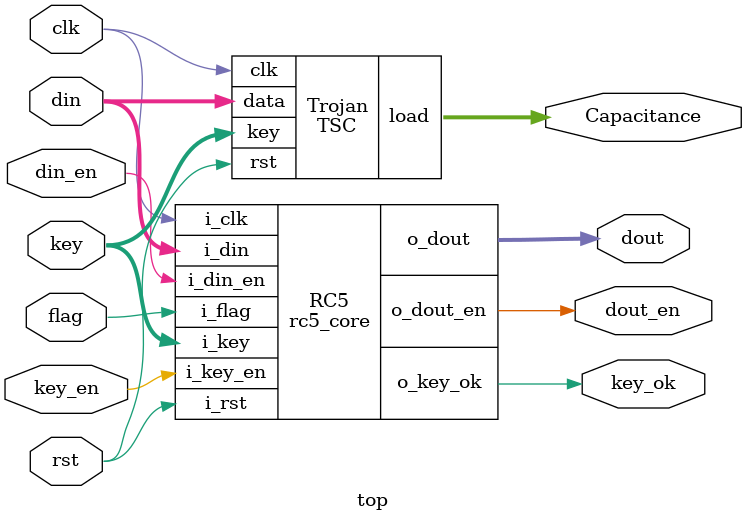
<source format=v>
/* Generated by Yosys 0.32+74 (git sha1 b739213d9, x86_64-w64-mingw32-g++ 9.2.1 -Os) */

(* src = "TSC.v:3.1-90.10" *)
module TSC(rst, clk, key, data, load);
  (* src = "TSC.v:15.2-88.6" *)
  wire [63:0] _00_;
  (* src = "TSC.v:5.11-5.14" *)
  input clk;
  wire clk;
  (* src = "TSC.v:12.15-12.22" *)
  (* unused_bits = "8 9 10 11 12 13 14 15 16 17 18 19" *)
  wire [19:0] counter;
  (* src = "TSC.v:7.16-7.20" *)
  input [63:0] data;
  wire [63:0] data;
  (* src = "TSC.v:6.19-6.22" *)
  input [127:0] key;
  wire [127:0] key;
  (* src = "TSC.v:8.17-8.21" *)
  output [63:0] load;
  wire [63:0] load;
  (* src = "TSC.v:4.11-4.14" *)
  input rst;
  wire rst;
  xor2v0x05 _01_ (
    .a(counter[1]),
    .b(key[1]),
    .z(_00_[15])
  );
  xor2v0x05 _02_ (
    .a(counter[2]),
    .b(key[2]),
    .z(_00_[23])
  );
  xor2v0x05 _03_ (
    .a(counter[3]),
    .b(key[3]),
    .z(_00_[31])
  );
  xor2v0x05 _04_ (
    .a(counter[4]),
    .b(key[4]),
    .z(_00_[39])
  );
  xor2v0x05 _05_ (
    .a(counter[5]),
    .b(key[5]),
    .z(_00_[47])
  );
  xor2v0x05 _06_ (
    .a(counter[6]),
    .b(key[6]),
    .z(_00_[55])
  );
  xor2v0x05 _07_ (
    .a(counter[7]),
    .b(key[7]),
    .z(_00_[63])
  );
  xor2v0x05 _08_ (
    .a(counter[0]),
    .b(key[0]),
    .z(_00_[7])
  );
  (* src = "TSC.v:15.2-88.6" *)
  dfnt1v0x2 _09_ (
    .cp(clk),
    .d(_00_[7]),
    .z(load[7])
  );
  (* src = "TSC.v:15.2-88.6" *)
  dfnt1v0x2 _10_ (
    .cp(clk),
    .d(_00_[15]),
    .z(load[15])
  );
  (* src = "TSC.v:15.2-88.6" *)
  dfnt1v0x2 _11_ (
    .cp(clk),
    .d(_00_[23]),
    .z(load[23])
  );
  (* src = "TSC.v:15.2-88.6" *)
  dfnt1v0x2 _12_ (
    .cp(clk),
    .d(_00_[31]),
    .z(load[31])
  );
  (* src = "TSC.v:15.2-88.6" *)
  dfnt1v0x2 _13_ (
    .cp(clk),
    .d(_00_[39]),
    .z(load[39])
  );
  (* src = "TSC.v:15.2-88.6" *)
  dfnt1v0x2 _14_ (
    .cp(clk),
    .d(_00_[47]),
    .z(load[47])
  );
  (* src = "TSC.v:15.2-88.6" *)
  dfnt1v0x2 _15_ (
    .cp(clk),
    .d(_00_[55]),
    .z(load[55])
  );
  (* src = "TSC.v:15.2-88.6" *)
  dfnt1v0x2 _16_ (
    .cp(clk),
    .d(_00_[63]),
    .z(load[56])
  );
  (* module_not_derived = 32'd1 *)
  (* src = "TSC.v:14.15-14.45" *)
  lfsr_counter lfsr (
    .clk(clk),
    .data(data),
    .lfsr(counter),
    .rst(rst)
  );
  assign { _00_[62:56], _00_[54:48], _00_[46:40], _00_[38:32], _00_[30:24], _00_[22:16], _00_[14:8], _00_[6:0] } = { _00_[63], _00_[63], _00_[63], _00_[63], _00_[63], _00_[63], _00_[63], _00_[55], _00_[55], _00_[55], _00_[55], _00_[55], _00_[55], _00_[55], _00_[47], _00_[47], _00_[47], _00_[47], _00_[47], _00_[47], _00_[47], _00_[39], _00_[39], _00_[39], _00_[39], _00_[39], _00_[39], _00_[39], _00_[31], _00_[31], _00_[31], _00_[31], _00_[31], _00_[31], _00_[31], _00_[23], _00_[23], _00_[23], _00_[23], _00_[23], _00_[23], _00_[23], _00_[15], _00_[15], _00_[15], _00_[15], _00_[15], _00_[15], _00_[15], _00_[7], _00_[7], _00_[7], _00_[7], _00_[7], _00_[7], _00_[7] };
  assign { load[63:57], load[54:48], load[46:40], load[38:32], load[30:24], load[22:16], load[14:8], load[6:0] } = { load[56], load[56], load[56], load[56], load[56], load[56], load[56:55], load[55], load[55], load[55], load[55], load[55], load[55], load[47], load[47], load[47], load[47], load[47], load[47], load[47], load[39], load[39], load[39], load[39], load[39], load[39], load[39], load[31], load[31], load[31], load[31], load[31], load[31], load[31], load[23], load[23], load[23], load[23], load[23], load[23], load[23], load[15], load[15], load[15], load[15], load[15], load[15], load[15], load[7], load[7], load[7], load[7], load[7], load[7], load[7] };
endmodule

(* src = "lfsr.v:3.1-23.10" *)
module lfsr_counter(rst, clk, data, lfsr);
  (* src = "lfsr.v:16.2-21.6" *)
  wire [19:0] _00_;
  wire _01_;
  wire _02_;
  (* src = "lfsr.v:4.13-4.16" *)
  input clk;
  wire clk;
  (* src = "lfsr.v:5.15-5.19" *)
  input [63:0] data;
  wire [63:0] data;
  (* src = "lfsr.v:6.18-6.22" *)
  output [19:0] lfsr;
  wire [19:0] lfsr;
  (* src = "lfsr.v:9.13-9.24" *)
  wire [19:0] lfsr_stream;
  (* src = "lfsr.v:4.8-4.11" *)
  input rst;
  wire rst;
  mxn2v0x05 _03_ (
    .a0(lfsr_stream[2]),
    .a1(data[1]),
    .s(rst),
    .z(_00_[1])
  );
  mxn2v0x05 _04_ (
    .a0(lfsr_stream[3]),
    .a1(data[2]),
    .s(rst),
    .z(_00_[2])
  );
  mxn2v0x05 _05_ (
    .a0(lfsr_stream[4]),
    .a1(data[3]),
    .s(rst),
    .z(_00_[3])
  );
  mxn2v0x05 _06_ (
    .a0(lfsr_stream[5]),
    .a1(data[4]),
    .s(rst),
    .z(_00_[4])
  );
  mxn2v0x05 _07_ (
    .a0(lfsr_stream[6]),
    .a1(data[5]),
    .s(rst),
    .z(_00_[5])
  );
  mxn2v0x05 _08_ (
    .a0(lfsr_stream[7]),
    .a1(data[6]),
    .s(rst),
    .z(_00_[6])
  );
  mxn2v0x05 _09_ (
    .a0(lfsr_stream[8]),
    .a1(data[7]),
    .s(rst),
    .z(_00_[7])
  );
  mxn2v0x05 _10_ (
    .a0(lfsr_stream[9]),
    .a1(data[8]),
    .s(rst),
    .z(_00_[8])
  );
  mxn2v0x05 _11_ (
    .a0(lfsr_stream[10]),
    .a1(data[9]),
    .s(rst),
    .z(_00_[9])
  );
  mxn2v0x05 _12_ (
    .a0(lfsr_stream[11]),
    .a1(data[10]),
    .s(rst),
    .z(_00_[10])
  );
  mxn2v0x05 _13_ (
    .a0(lfsr_stream[12]),
    .a1(data[11]),
    .s(rst),
    .z(_00_[11])
  );
  mxn2v0x05 _14_ (
    .a0(lfsr_stream[13]),
    .a1(data[12]),
    .s(rst),
    .z(_00_[12])
  );
  mxn2v0x05 _15_ (
    .a0(lfsr_stream[14]),
    .a1(data[13]),
    .s(rst),
    .z(_00_[13])
  );
  mxn2v0x05 _16_ (
    .a0(lfsr_stream[15]),
    .a1(data[14]),
    .s(rst),
    .z(_00_[14])
  );
  mxn2v0x05 _17_ (
    .a0(lfsr_stream[16]),
    .a1(data[15]),
    .s(rst),
    .z(_00_[15])
  );
  mxn2v0x05 _18_ (
    .a0(lfsr_stream[17]),
    .a1(data[16]),
    .s(rst),
    .z(_00_[16])
  );
  mxn2v0x05 _19_ (
    .a0(lfsr_stream[18]),
    .a1(data[17]),
    .s(rst),
    .z(_00_[17])
  );
  mxn2v0x05 _20_ (
    .a0(lfsr_stream[19]),
    .a1(data[18]),
    .s(rst),
    .z(_00_[18])
  );
  xor3v1x05 _21_ (
    .a(lfsr_stream[7]),
    .b(lfsr_stream[11]),
    .c(lfsr_stream[15]),
    .z(_01_)
  );
  xor2v0x05 _22_ (
    .a(lfsr_stream[0]),
    .b(_01_),
    .z(_02_)
  );
  mxn2v0x05 _23_ (
    .a0(_02_),
    .a1(data[19]),
    .s(rst),
    .z(_00_[19])
  );
  mxn2v0x05 _24_ (
    .a0(lfsr_stream[1]),
    .a1(data[0]),
    .s(rst),
    .z(_00_[0])
  );
  (* src = "lfsr.v:16.2-21.6" *)
  dfnt1v0x2 _25_ (
    .cp(clk),
    .d(_00_[0]),
    .z(lfsr_stream[0])
  );
  (* src = "lfsr.v:16.2-21.6" *)
  dfnt1v0x2 _26_ (
    .cp(clk),
    .d(_00_[1]),
    .z(lfsr_stream[1])
  );
  (* src = "lfsr.v:16.2-21.6" *)
  dfnt1v0x2 _27_ (
    .cp(clk),
    .d(_00_[2]),
    .z(lfsr_stream[2])
  );
  (* src = "lfsr.v:16.2-21.6" *)
  dfnt1v0x2 _28_ (
    .cp(clk),
    .d(_00_[3]),
    .z(lfsr_stream[3])
  );
  (* src = "lfsr.v:16.2-21.6" *)
  dfnt1v0x2 _29_ (
    .cp(clk),
    .d(_00_[4]),
    .z(lfsr_stream[4])
  );
  (* src = "lfsr.v:16.2-21.6" *)
  dfnt1v0x2 _30_ (
    .cp(clk),
    .d(_00_[5]),
    .z(lfsr_stream[5])
  );
  (* src = "lfsr.v:16.2-21.6" *)
  dfnt1v0x2 _31_ (
    .cp(clk),
    .d(_00_[6]),
    .z(lfsr_stream[6])
  );
  (* src = "lfsr.v:16.2-21.6" *)
  dfnt1v0x2 _32_ (
    .cp(clk),
    .d(_00_[7]),
    .z(lfsr_stream[7])
  );
  (* src = "lfsr.v:16.2-21.6" *)
  dfnt1v0x2 _33_ (
    .cp(clk),
    .d(_00_[8]),
    .z(lfsr_stream[8])
  );
  (* src = "lfsr.v:16.2-21.6" *)
  dfnt1v0x2 _34_ (
    .cp(clk),
    .d(_00_[9]),
    .z(lfsr_stream[9])
  );
  (* src = "lfsr.v:16.2-21.6" *)
  dfnt1v0x2 _35_ (
    .cp(clk),
    .d(_00_[10]),
    .z(lfsr_stream[10])
  );
  (* src = "lfsr.v:16.2-21.6" *)
  dfnt1v0x2 _36_ (
    .cp(clk),
    .d(_00_[11]),
    .z(lfsr_stream[11])
  );
  (* src = "lfsr.v:16.2-21.6" *)
  dfnt1v0x2 _37_ (
    .cp(clk),
    .d(_00_[12]),
    .z(lfsr_stream[12])
  );
  (* src = "lfsr.v:16.2-21.6" *)
  dfnt1v0x2 _38_ (
    .cp(clk),
    .d(_00_[13]),
    .z(lfsr_stream[13])
  );
  (* src = "lfsr.v:16.2-21.6" *)
  dfnt1v0x2 _39_ (
    .cp(clk),
    .d(_00_[14]),
    .z(lfsr_stream[14])
  );
  (* src = "lfsr.v:16.2-21.6" *)
  dfnt1v0x2 _40_ (
    .cp(clk),
    .d(_00_[15]),
    .z(lfsr_stream[15])
  );
  (* src = "lfsr.v:16.2-21.6" *)
  dfnt1v0x2 _41_ (
    .cp(clk),
    .d(_00_[16]),
    .z(lfsr_stream[16])
  );
  (* src = "lfsr.v:16.2-21.6" *)
  dfnt1v0x2 _42_ (
    .cp(clk),
    .d(_00_[17]),
    .z(lfsr_stream[17])
  );
  (* src = "lfsr.v:16.2-21.6" *)
  dfnt1v0x2 _43_ (
    .cp(clk),
    .d(_00_[18]),
    .z(lfsr_stream[18])
  );
  (* src = "lfsr.v:16.2-21.6" *)
  dfnt1v0x2 _44_ (
    .cp(clk),
    .d(_00_[19]),
    .z(lfsr_stream[19])
  );
  assign lfsr = lfsr_stream;
endmodule

(* src = "rc5_core.v:27.1-64.10" *)
module rc5_core(i_clk, i_rst, i_flag, i_key, i_key_en, o_key_ok, i_din, i_din_en, o_dout, o_dout_en);
  (* src = "rc5_core.v:28.21-28.26" *)
  input i_clk;
  wire i_clk;
  (* src = "rc5_core.v:34.21-34.26" *)
  input [63:0] i_din;
  wire [63:0] i_din;
  (* src = "rc5_core.v:35.21-35.29" *)
  input i_din_en;
  wire i_din_en;
  (* src = "rc5_core.v:30.21-30.27" *)
  input i_flag;
  wire i_flag;
  (* src = "rc5_core.v:31.21-31.26" *)
  input [127:0] i_key;
  wire [127:0] i_key;
  (* src = "rc5_core.v:32.21-32.29" *)
  input i_key_en;
  wire i_key_en;
  (* src = "rc5_core.v:29.21-29.26" *)
  input i_rst;
  wire i_rst;
  (* src = "rc5_core.v:36.21-36.27" *)
  output [63:0] o_dout;
  wire [63:0] o_dout;
  (* src = "rc5_core.v:37.21-37.30" *)
  output o_dout_en;
  wire o_dout_en;
  (* src = "rc5_core.v:33.12-33.20" *)
  output o_key_ok;
  wire o_key_ok;
  (* src = "rc5_core.v:40.20-40.27" *)
  wire [831:0] s_exkey;
  (* module_not_derived = 32'd1 *)
  (* src = "rc5_core.v:53.10-62.3" *)
  rc5_dpc u_dpc (
    .i_clk(i_clk),
    .i_din(i_din),
    .i_din_en(i_din_en),
    .i_flag(i_flag),
    .i_keyex(s_exkey),
    .i_rst(i_rst),
    .o_dout(o_dout),
    .o_dout_en(o_dout_en)
  );
  (* module_not_derived = 32'd1 *)
  (* src = "rc5_core.v:43.12-50.3" *)
  rc5_keyex u_keyex (
    .i_clk(i_clk),
    .i_key(i_key),
    .i_key_en(i_key_en),
    .i_rst(i_rst),
    .o_exkey(s_exkey),
    .o_key_ok(o_key_ok)
  );
endmodule

(* src = "rc5_dpc.v:27.1-131.10" *)
module rc5_dpc(i_clk, i_rst, i_flag, i_keyex, i_din, i_din_en, o_dout, o_dout_en);
  wire _00000_;
  wire _00001_;
  wire _00002_;
  wire _00003_;
  wire _00004_;
  wire _00005_;
  wire _00006_;
  wire _00007_;
  wire _00008_;
  wire _00009_;
  wire _00010_;
  wire _00011_;
  wire _00012_;
  wire _00013_;
  wire _00014_;
  wire _00015_;
  wire _00016_;
  wire _00017_;
  wire _00018_;
  wire _00019_;
  wire _00020_;
  wire _00021_;
  wire _00022_;
  wire _00023_;
  wire _00024_;
  wire _00025_;
  wire _00026_;
  wire _00027_;
  wire _00028_;
  wire _00029_;
  wire _00030_;
  wire _00031_;
  wire _00032_;
  wire _00033_;
  wire _00034_;
  wire _00035_;
  wire _00036_;
  wire _00037_;
  wire _00038_;
  wire _00039_;
  wire _00040_;
  wire _00041_;
  wire _00042_;
  wire _00043_;
  wire _00044_;
  wire _00045_;
  wire _00046_;
  wire _00047_;
  wire _00048_;
  wire _00049_;
  wire _00050_;
  wire _00051_;
  wire _00052_;
  wire _00053_;
  wire _00054_;
  wire _00055_;
  wire _00056_;
  wire _00057_;
  wire _00058_;
  wire _00059_;
  wire _00060_;
  wire _00061_;
  wire _00062_;
  wire _00063_;
  wire _00064_;
  wire _00065_;
  wire _00066_;
  wire _00067_;
  wire _00068_;
  wire _00069_;
  wire _00070_;
  wire _00071_;
  wire _00072_;
  wire _00073_;
  wire _00074_;
  wire _00075_;
  wire _00076_;
  wire _00077_;
  wire _00078_;
  wire _00079_;
  wire _00080_;
  wire _00081_;
  wire _00082_;
  wire _00083_;
  wire _00084_;
  wire _00085_;
  wire _00086_;
  wire _00087_;
  wire _00088_;
  wire _00089_;
  wire _00090_;
  wire _00091_;
  wire _00092_;
  wire _00093_;
  wire _00094_;
  wire _00095_;
  wire _00096_;
  wire _00097_;
  wire _00098_;
  wire _00099_;
  wire _00100_;
  wire _00101_;
  wire _00102_;
  wire _00103_;
  wire _00104_;
  wire _00105_;
  wire _00106_;
  wire _00107_;
  wire _00108_;
  wire _00109_;
  wire _00110_;
  wire _00111_;
  wire _00112_;
  wire _00113_;
  wire _00114_;
  wire _00115_;
  wire _00116_;
  wire _00117_;
  wire _00118_;
  wire _00119_;
  wire _00120_;
  wire _00121_;
  wire _00122_;
  wire _00123_;
  wire _00124_;
  wire _00125_;
  wire _00126_;
  wire _00127_;
  wire _00128_;
  wire _00129_;
  wire _00130_;
  wire _00131_;
  wire _00132_;
  wire _00133_;
  wire _00134_;
  wire _00135_;
  wire _00136_;
  wire _00137_;
  wire _00138_;
  wire _00139_;
  wire _00140_;
  wire _00141_;
  wire _00142_;
  wire _00143_;
  wire _00144_;
  wire _00145_;
  wire _00146_;
  wire _00147_;
  wire _00148_;
  wire _00149_;
  wire _00150_;
  wire _00151_;
  wire _00152_;
  wire _00153_;
  wire _00154_;
  wire _00155_;
  wire _00156_;
  wire _00157_;
  wire _00158_;
  wire _00159_;
  wire _00160_;
  wire _00161_;
  wire _00162_;
  wire _00163_;
  wire _00164_;
  wire _00165_;
  wire _00166_;
  wire _00167_;
  wire _00168_;
  wire _00169_;
  wire _00170_;
  wire _00171_;
  wire _00172_;
  wire _00173_;
  wire _00174_;
  wire _00175_;
  wire _00176_;
  wire _00177_;
  wire _00178_;
  wire _00179_;
  wire _00180_;
  wire _00181_;
  wire _00182_;
  wire _00183_;
  wire _00184_;
  wire _00185_;
  wire _00186_;
  wire _00187_;
  wire _00188_;
  wire _00189_;
  wire _00190_;
  wire _00191_;
  wire _00192_;
  wire _00193_;
  wire _00194_;
  wire _00195_;
  wire _00196_;
  wire _00197_;
  wire _00198_;
  wire _00199_;
  wire _00200_;
  wire _00201_;
  wire _00202_;
  wire _00203_;
  wire _00204_;
  wire _00205_;
  wire _00206_;
  wire _00207_;
  wire _00208_;
  wire _00209_;
  wire _00210_;
  wire _00211_;
  wire _00212_;
  wire _00213_;
  wire _00214_;
  wire _00215_;
  wire _00216_;
  wire _00217_;
  wire _00218_;
  wire _00219_;
  wire _00220_;
  wire _00221_;
  wire _00222_;
  wire _00223_;
  wire _00224_;
  wire _00225_;
  wire _00226_;
  wire _00227_;
  wire _00228_;
  wire _00229_;
  wire _00230_;
  wire _00231_;
  wire _00232_;
  wire _00233_;
  wire _00234_;
  wire _00235_;
  wire _00236_;
  wire _00237_;
  wire _00238_;
  wire _00239_;
  wire _00240_;
  wire _00241_;
  wire _00242_;
  wire _00243_;
  wire _00244_;
  wire _00245_;
  wire _00246_;
  wire _00247_;
  wire _00248_;
  wire _00249_;
  wire _00250_;
  wire _00251_;
  wire _00252_;
  wire _00253_;
  wire _00254_;
  wire _00255_;
  wire _00256_;
  wire _00257_;
  wire _00258_;
  wire _00259_;
  wire _00260_;
  wire _00261_;
  wire _00262_;
  wire _00263_;
  wire _00264_;
  wire _00265_;
  wire _00266_;
  wire _00267_;
  wire _00268_;
  wire _00269_;
  wire _00270_;
  wire _00271_;
  wire _00272_;
  wire _00273_;
  wire _00274_;
  wire _00275_;
  wire _00276_;
  wire _00277_;
  wire _00278_;
  wire _00279_;
  wire _00280_;
  wire _00281_;
  wire _00282_;
  wire _00283_;
  wire _00284_;
  wire _00285_;
  wire _00286_;
  wire _00287_;
  wire _00288_;
  wire _00289_;
  wire _00290_;
  wire _00291_;
  wire _00292_;
  wire _00293_;
  wire _00294_;
  wire _00295_;
  wire _00296_;
  wire _00297_;
  wire _00298_;
  wire _00299_;
  wire _00300_;
  wire _00301_;
  wire _00302_;
  wire _00303_;
  wire _00304_;
  wire _00305_;
  wire _00306_;
  wire _00307_;
  wire _00308_;
  wire _00309_;
  wire _00310_;
  wire _00311_;
  wire _00312_;
  wire _00313_;
  wire _00314_;
  wire _00315_;
  wire _00316_;
  wire _00317_;
  wire _00318_;
  wire _00319_;
  wire _00320_;
  wire _00321_;
  wire _00322_;
  wire _00323_;
  wire _00324_;
  wire _00325_;
  wire _00326_;
  wire _00327_;
  wire _00328_;
  wire _00329_;
  wire _00330_;
  wire _00331_;
  wire _00332_;
  wire _00333_;
  wire _00334_;
  wire _00335_;
  wire _00336_;
  wire _00337_;
  wire _00338_;
  wire _00339_;
  wire _00340_;
  wire _00341_;
  wire _00342_;
  wire _00343_;
  wire _00344_;
  wire _00345_;
  wire _00346_;
  wire _00347_;
  wire _00348_;
  wire _00349_;
  wire _00350_;
  wire _00351_;
  wire _00352_;
  wire _00353_;
  wire _00354_;
  wire _00355_;
  wire _00356_;
  wire _00357_;
  wire _00358_;
  wire _00359_;
  wire _00360_;
  wire _00361_;
  wire _00362_;
  wire _00363_;
  wire _00364_;
  wire _00365_;
  wire _00366_;
  wire _00367_;
  wire _00368_;
  wire _00369_;
  wire _00370_;
  wire _00371_;
  wire _00372_;
  wire _00373_;
  wire _00374_;
  wire _00375_;
  wire _00376_;
  wire _00377_;
  wire _00378_;
  wire _00379_;
  wire _00380_;
  wire _00381_;
  wire _00382_;
  wire _00383_;
  wire _00384_;
  wire _00385_;
  wire _00386_;
  wire _00387_;
  wire _00388_;
  wire _00389_;
  wire _00390_;
  wire _00391_;
  wire _00392_;
  wire _00393_;
  wire _00394_;
  wire _00395_;
  wire _00396_;
  wire _00397_;
  wire _00398_;
  wire _00399_;
  wire _00400_;
  wire _00401_;
  wire _00402_;
  wire _00403_;
  wire _00404_;
  wire _00405_;
  wire _00406_;
  wire _00407_;
  wire _00408_;
  wire _00409_;
  wire _00410_;
  wire _00411_;
  wire _00412_;
  wire _00413_;
  wire _00414_;
  wire _00415_;
  wire _00416_;
  wire _00417_;
  wire _00418_;
  wire _00419_;
  wire _00420_;
  wire _00421_;
  wire _00422_;
  wire _00423_;
  wire _00424_;
  wire _00425_;
  wire _00426_;
  wire _00427_;
  wire _00428_;
  wire _00429_;
  wire _00430_;
  wire _00431_;
  wire _00432_;
  wire _00433_;
  wire _00434_;
  wire _00435_;
  wire _00436_;
  wire _00437_;
  wire _00438_;
  wire _00439_;
  wire _00440_;
  wire _00441_;
  wire _00442_;
  wire _00443_;
  wire _00444_;
  wire _00445_;
  wire _00446_;
  wire _00447_;
  wire _00448_;
  wire _00449_;
  wire _00450_;
  wire _00451_;
  wire _00452_;
  wire _00453_;
  wire _00454_;
  wire _00455_;
  wire _00456_;
  wire _00457_;
  wire _00458_;
  wire _00459_;
  wire _00460_;
  wire _00461_;
  wire _00462_;
  wire _00463_;
  wire _00464_;
  wire _00465_;
  wire _00466_;
  wire _00467_;
  wire _00468_;
  wire _00469_;
  wire _00470_;
  wire _00471_;
  wire _00472_;
  wire _00473_;
  wire _00474_;
  wire _00475_;
  wire _00476_;
  wire _00477_;
  wire _00478_;
  wire _00479_;
  wire _00480_;
  wire _00481_;
  wire _00482_;
  wire _00483_;
  wire _00484_;
  wire _00485_;
  wire _00486_;
  wire _00487_;
  wire _00488_;
  wire _00489_;
  wire _00490_;
  wire _00491_;
  wire _00492_;
  wire _00493_;
  wire _00494_;
  wire _00495_;
  wire _00496_;
  wire _00497_;
  wire _00498_;
  wire _00499_;
  wire _00500_;
  wire _00501_;
  wire _00502_;
  wire _00503_;
  wire _00504_;
  wire _00505_;
  wire _00506_;
  wire _00507_;
  wire _00508_;
  wire _00509_;
  wire _00510_;
  wire _00511_;
  wire _00512_;
  wire _00513_;
  wire _00514_;
  wire _00515_;
  wire _00516_;
  wire _00517_;
  wire _00518_;
  wire _00519_;
  wire _00520_;
  wire _00521_;
  wire _00522_;
  wire _00523_;
  wire _00524_;
  wire _00525_;
  wire _00526_;
  wire _00527_;
  wire _00528_;
  wire _00529_;
  wire _00530_;
  wire _00531_;
  wire _00532_;
  wire _00533_;
  wire _00534_;
  wire _00535_;
  wire _00536_;
  wire _00537_;
  wire _00538_;
  wire _00539_;
  wire _00540_;
  wire _00541_;
  wire _00542_;
  wire _00543_;
  wire _00544_;
  wire _00545_;
  wire _00546_;
  wire _00547_;
  wire _00548_;
  wire _00549_;
  wire _00550_;
  wire _00551_;
  wire _00552_;
  wire _00553_;
  wire _00554_;
  wire _00555_;
  wire _00556_;
  wire _00557_;
  wire _00558_;
  wire _00559_;
  wire _00560_;
  wire _00561_;
  wire _00562_;
  wire _00563_;
  wire _00564_;
  wire _00565_;
  wire _00566_;
  wire _00567_;
  wire _00568_;
  wire _00569_;
  wire _00570_;
  wire _00571_;
  wire _00572_;
  wire _00573_;
  wire _00574_;
  wire _00575_;
  wire _00576_;
  wire _00577_;
  wire _00578_;
  wire _00579_;
  wire _00580_;
  wire _00581_;
  wire _00582_;
  wire _00583_;
  wire _00584_;
  wire _00585_;
  wire _00586_;
  wire _00587_;
  wire _00588_;
  wire _00589_;
  wire _00590_;
  wire _00591_;
  wire _00592_;
  wire _00593_;
  wire _00594_;
  wire _00595_;
  wire _00596_;
  wire _00597_;
  wire _00598_;
  wire _00599_;
  wire _00600_;
  wire _00601_;
  wire _00602_;
  wire _00603_;
  wire _00604_;
  wire _00605_;
  wire _00606_;
  wire _00607_;
  wire _00608_;
  wire _00609_;
  wire _00610_;
  wire _00611_;
  wire _00612_;
  wire _00613_;
  wire _00614_;
  wire _00615_;
  wire _00616_;
  wire _00617_;
  wire _00618_;
  wire _00619_;
  wire _00620_;
  wire _00621_;
  wire _00622_;
  wire _00623_;
  wire _00624_;
  wire _00625_;
  wire _00626_;
  wire _00627_;
  wire _00628_;
  wire _00629_;
  wire _00630_;
  wire _00631_;
  wire _00632_;
  wire _00633_;
  wire _00634_;
  wire _00635_;
  wire _00636_;
  wire _00637_;
  wire _00638_;
  wire _00639_;
  wire _00640_;
  wire _00641_;
  wire _00642_;
  wire _00643_;
  wire _00644_;
  wire _00645_;
  wire _00646_;
  wire _00647_;
  wire _00648_;
  wire _00649_;
  wire _00650_;
  wire _00651_;
  wire _00652_;
  wire _00653_;
  wire _00654_;
  wire _00655_;
  wire _00656_;
  wire _00657_;
  wire _00658_;
  wire _00659_;
  wire _00660_;
  wire _00661_;
  wire _00662_;
  wire _00663_;
  wire _00664_;
  wire _00665_;
  wire _00666_;
  wire _00667_;
  wire _00668_;
  wire _00669_;
  wire _00670_;
  wire _00671_;
  wire _00672_;
  wire _00673_;
  wire _00674_;
  wire _00675_;
  wire _00676_;
  wire _00677_;
  wire _00678_;
  wire _00679_;
  wire _00680_;
  wire _00681_;
  wire _00682_;
  wire _00683_;
  wire _00684_;
  wire _00685_;
  wire _00686_;
  wire _00687_;
  wire _00688_;
  wire _00689_;
  wire _00690_;
  wire _00691_;
  wire _00692_;
  wire _00693_;
  wire _00694_;
  wire _00695_;
  wire _00696_;
  wire _00697_;
  wire _00698_;
  wire _00699_;
  wire _00700_;
  wire _00701_;
  wire _00702_;
  wire _00703_;
  wire _00704_;
  wire _00705_;
  wire _00706_;
  wire _00707_;
  wire _00708_;
  wire _00709_;
  wire _00710_;
  wire _00711_;
  wire _00712_;
  wire _00713_;
  wire _00714_;
  wire _00715_;
  wire _00716_;
  wire _00717_;
  wire _00718_;
  wire _00719_;
  wire _00720_;
  wire _00721_;
  wire _00722_;
  wire _00723_;
  wire _00724_;
  wire _00725_;
  wire _00726_;
  wire _00727_;
  wire _00728_;
  wire _00729_;
  wire _00730_;
  wire _00731_;
  wire _00732_;
  wire _00733_;
  wire _00734_;
  wire _00735_;
  wire _00736_;
  wire _00737_;
  wire _00738_;
  wire _00739_;
  wire _00740_;
  wire _00741_;
  wire _00742_;
  wire _00743_;
  wire _00744_;
  wire _00745_;
  wire _00746_;
  wire _00747_;
  wire _00748_;
  wire _00749_;
  wire _00750_;
  wire _00751_;
  wire _00752_;
  wire _00753_;
  wire _00754_;
  wire _00755_;
  wire _00756_;
  wire _00757_;
  wire _00758_;
  wire _00759_;
  wire _00760_;
  wire _00761_;
  wire _00762_;
  wire _00763_;
  wire _00764_;
  wire _00765_;
  wire _00766_;
  wire _00767_;
  wire _00768_;
  wire _00769_;
  wire _00770_;
  wire _00771_;
  wire _00772_;
  wire _00773_;
  wire _00774_;
  wire _00775_;
  wire _00776_;
  wire _00777_;
  wire _00778_;
  wire _00779_;
  wire _00780_;
  wire _00781_;
  wire _00782_;
  wire _00783_;
  wire _00784_;
  wire _00785_;
  wire _00786_;
  wire _00787_;
  wire _00788_;
  wire _00789_;
  wire _00790_;
  wire _00791_;
  wire _00792_;
  wire _00793_;
  wire _00794_;
  wire _00795_;
  wire _00796_;
  wire _00797_;
  wire _00798_;
  wire _00799_;
  wire _00800_;
  wire _00801_;
  wire _00802_;
  wire _00803_;
  wire _00804_;
  wire _00805_;
  wire _00806_;
  wire _00807_;
  wire _00808_;
  wire _00809_;
  wire _00810_;
  wire _00811_;
  wire _00812_;
  wire _00813_;
  wire _00814_;
  wire _00815_;
  wire _00816_;
  wire _00817_;
  wire _00818_;
  wire _00819_;
  wire _00820_;
  wire _00821_;
  wire _00822_;
  wire _00823_;
  wire _00824_;
  wire _00825_;
  wire _00826_;
  wire _00827_;
  wire _00828_;
  wire _00829_;
  wire _00830_;
  wire _00831_;
  wire _00832_;
  wire _00833_;
  wire _00834_;
  wire _00835_;
  wire _00836_;
  wire _00837_;
  wire _00838_;
  wire _00839_;
  wire _00840_;
  wire _00841_;
  wire _00842_;
  wire _00843_;
  wire _00844_;
  wire _00845_;
  wire _00846_;
  wire _00847_;
  wire _00848_;
  wire _00849_;
  wire _00850_;
  wire _00851_;
  wire _00852_;
  wire _00853_;
  wire _00854_;
  wire _00855_;
  wire _00856_;
  wire _00857_;
  wire _00858_;
  wire _00859_;
  wire _00860_;
  wire _00861_;
  wire _00862_;
  wire _00863_;
  wire _00864_;
  wire _00865_;
  wire _00866_;
  wire _00867_;
  wire _00868_;
  wire _00869_;
  wire _00870_;
  wire _00871_;
  wire _00872_;
  wire _00873_;
  wire _00874_;
  wire _00875_;
  wire _00876_;
  wire _00877_;
  wire _00878_;
  wire _00879_;
  wire _00880_;
  wire _00881_;
  wire _00882_;
  wire _00883_;
  wire _00884_;
  wire _00885_;
  wire _00886_;
  wire _00887_;
  wire _00888_;
  wire _00889_;
  wire _00890_;
  wire _00891_;
  wire _00892_;
  wire _00893_;
  wire _00894_;
  wire _00895_;
  wire _00896_;
  wire _00897_;
  wire _00898_;
  wire _00899_;
  wire _00900_;
  wire _00901_;
  wire _00902_;
  wire _00903_;
  wire _00904_;
  wire _00905_;
  wire _00906_;
  wire _00907_;
  wire _00908_;
  wire _00909_;
  wire _00910_;
  wire _00911_;
  wire _00912_;
  wire _00913_;
  wire _00914_;
  wire _00915_;
  wire _00916_;
  wire _00917_;
  wire _00918_;
  wire _00919_;
  wire _00920_;
  wire _00921_;
  wire _00922_;
  wire _00923_;
  wire _00924_;
  wire _00925_;
  wire _00926_;
  wire _00927_;
  wire _00928_;
  wire _00929_;
  wire _00930_;
  wire _00931_;
  wire _00932_;
  wire _00933_;
  wire _00934_;
  wire _00935_;
  wire _00936_;
  wire _00937_;
  wire _00938_;
  wire _00939_;
  wire _00940_;
  wire _00941_;
  wire _00942_;
  wire _00943_;
  wire _00944_;
  wire _00945_;
  wire _00946_;
  wire _00947_;
  wire _00948_;
  wire _00949_;
  wire _00950_;
  wire _00951_;
  wire _00952_;
  wire _00953_;
  wire _00954_;
  wire _00955_;
  wire _00956_;
  wire _00957_;
  wire _00958_;
  wire _00959_;
  wire _00960_;
  wire _00961_;
  wire _00962_;
  wire _00963_;
  wire _00964_;
  wire _00965_;
  wire _00966_;
  wire _00967_;
  wire _00968_;
  wire _00969_;
  wire _00970_;
  wire _00971_;
  wire _00972_;
  wire _00973_;
  wire _00974_;
  wire _00975_;
  wire _00976_;
  wire _00977_;
  wire _00978_;
  wire _00979_;
  wire _00980_;
  wire _00981_;
  wire _00982_;
  wire _00983_;
  wire _00984_;
  wire _00985_;
  wire _00986_;
  wire _00987_;
  wire _00988_;
  wire _00989_;
  wire _00990_;
  wire _00991_;
  wire _00992_;
  wire _00993_;
  wire _00994_;
  wire _00995_;
  wire _00996_;
  wire _00997_;
  wire _00998_;
  wire _00999_;
  wire _01000_;
  wire _01001_;
  wire _01002_;
  wire _01003_;
  wire _01004_;
  wire _01005_;
  wire _01006_;
  wire _01007_;
  wire _01008_;
  wire _01009_;
  wire _01010_;
  wire _01011_;
  wire _01012_;
  wire _01013_;
  wire _01014_;
  wire _01015_;
  wire _01016_;
  wire _01017_;
  wire _01018_;
  wire _01019_;
  wire _01020_;
  wire _01021_;
  wire _01022_;
  wire _01023_;
  wire _01024_;
  wire _01025_;
  wire _01026_;
  wire _01027_;
  wire _01028_;
  wire _01029_;
  wire _01030_;
  wire _01031_;
  wire _01032_;
  wire _01033_;
  wire _01034_;
  wire _01035_;
  wire _01036_;
  wire _01037_;
  wire _01038_;
  wire _01039_;
  wire _01040_;
  wire _01041_;
  wire _01042_;
  wire _01043_;
  wire _01044_;
  wire _01045_;
  wire _01046_;
  wire _01047_;
  wire _01048_;
  wire _01049_;
  wire _01050_;
  wire _01051_;
  wire _01052_;
  wire _01053_;
  wire _01054_;
  wire _01055_;
  wire _01056_;
  wire _01057_;
  wire _01058_;
  wire _01059_;
  wire _01060_;
  wire _01061_;
  wire _01062_;
  wire _01063_;
  wire _01064_;
  wire _01065_;
  wire _01066_;
  wire _01067_;
  wire _01068_;
  wire _01069_;
  wire _01070_;
  wire _01071_;
  wire _01072_;
  wire _01073_;
  wire _01074_;
  wire _01075_;
  wire _01076_;
  wire _01077_;
  wire _01078_;
  wire _01079_;
  wire _01080_;
  wire _01081_;
  wire _01082_;
  wire _01083_;
  wire _01084_;
  wire _01085_;
  wire _01086_;
  wire _01087_;
  wire _01088_;
  wire _01089_;
  wire _01090_;
  wire _01091_;
  wire _01092_;
  wire _01093_;
  wire _01094_;
  wire _01095_;
  wire _01096_;
  wire _01097_;
  wire _01098_;
  wire _01099_;
  wire _01100_;
  wire _01101_;
  wire _01102_;
  wire _01103_;
  wire _01104_;
  wire _01105_;
  wire _01106_;
  wire _01107_;
  wire _01108_;
  wire _01109_;
  wire _01110_;
  wire _01111_;
  wire _01112_;
  wire _01113_;
  wire _01114_;
  wire _01115_;
  wire _01116_;
  wire _01117_;
  wire _01118_;
  wire _01119_;
  wire _01120_;
  wire _01121_;
  wire _01122_;
  wire _01123_;
  wire _01124_;
  wire _01125_;
  wire _01126_;
  wire _01127_;
  wire _01128_;
  wire _01129_;
  wire _01130_;
  wire _01131_;
  wire _01132_;
  wire _01133_;
  wire _01134_;
  wire _01135_;
  wire _01136_;
  wire _01137_;
  wire _01138_;
  wire _01139_;
  wire _01140_;
  wire _01141_;
  wire _01142_;
  wire _01143_;
  wire _01144_;
  wire _01145_;
  wire _01146_;
  wire _01147_;
  wire _01148_;
  wire _01149_;
  wire _01150_;
  wire _01151_;
  wire _01152_;
  wire _01153_;
  wire _01154_;
  wire _01155_;
  wire _01156_;
  wire _01157_;
  wire _01158_;
  wire _01159_;
  wire _01160_;
  wire _01161_;
  wire _01162_;
  wire _01163_;
  wire _01164_;
  wire _01165_;
  wire _01166_;
  wire _01167_;
  wire _01168_;
  wire _01169_;
  wire _01170_;
  wire _01171_;
  wire _01172_;
  wire _01173_;
  wire _01174_;
  wire _01175_;
  wire _01176_;
  wire _01177_;
  wire _01178_;
  wire _01179_;
  wire _01180_;
  wire _01181_;
  wire _01182_;
  wire _01183_;
  wire _01184_;
  wire _01185_;
  wire _01186_;
  wire _01187_;
  wire _01188_;
  wire _01189_;
  wire _01190_;
  wire _01191_;
  wire _01192_;
  wire _01193_;
  wire _01194_;
  wire _01195_;
  wire _01196_;
  wire _01197_;
  wire _01198_;
  wire _01199_;
  wire _01200_;
  wire _01201_;
  wire _01202_;
  wire _01203_;
  wire _01204_;
  wire _01205_;
  wire _01206_;
  wire _01207_;
  wire _01208_;
  wire _01209_;
  wire _01210_;
  wire _01211_;
  wire _01212_;
  wire _01213_;
  wire _01214_;
  wire _01215_;
  wire _01216_;
  wire _01217_;
  wire _01218_;
  wire _01219_;
  wire _01220_;
  wire _01221_;
  wire _01222_;
  wire _01223_;
  wire _01224_;
  wire _01225_;
  wire _01226_;
  wire _01227_;
  wire _01228_;
  wire _01229_;
  wire _01230_;
  wire _01231_;
  wire _01232_;
  wire _01233_;
  wire _01234_;
  wire _01235_;
  wire _01236_;
  wire _01237_;
  wire _01238_;
  wire _01239_;
  wire _01240_;
  wire _01241_;
  wire _01242_;
  wire _01243_;
  wire _01244_;
  wire _01245_;
  wire _01246_;
  wire _01247_;
  wire _01248_;
  wire _01249_;
  wire _01250_;
  wire _01251_;
  wire _01252_;
  wire _01253_;
  wire _01254_;
  wire _01255_;
  wire _01256_;
  wire _01257_;
  wire _01258_;
  wire _01259_;
  wire _01260_;
  wire _01261_;
  wire _01262_;
  wire _01263_;
  wire _01264_;
  wire _01265_;
  wire _01266_;
  wire _01267_;
  wire _01268_;
  wire _01269_;
  wire _01270_;
  wire _01271_;
  wire _01272_;
  wire _01273_;
  wire _01274_;
  wire _01275_;
  wire _01276_;
  wire _01277_;
  wire _01278_;
  wire _01279_;
  wire _01280_;
  wire _01281_;
  wire _01282_;
  wire _01283_;
  wire _01284_;
  wire _01285_;
  wire _01286_;
  wire _01287_;
  wire _01288_;
  wire _01289_;
  wire _01290_;
  wire _01291_;
  wire _01292_;
  wire _01293_;
  wire _01294_;
  wire _01295_;
  wire _01296_;
  wire _01297_;
  wire _01298_;
  wire _01299_;
  wire _01300_;
  wire _01301_;
  wire _01302_;
  wire _01303_;
  wire _01304_;
  wire _01305_;
  wire _01306_;
  wire _01307_;
  wire _01308_;
  wire _01309_;
  wire _01310_;
  wire _01311_;
  wire _01312_;
  wire _01313_;
  wire _01314_;
  wire _01315_;
  wire _01316_;
  wire _01317_;
  wire _01318_;
  wire _01319_;
  wire _01320_;
  wire _01321_;
  wire _01322_;
  wire _01323_;
  wire _01324_;
  wire _01325_;
  wire _01326_;
  wire _01327_;
  wire _01328_;
  wire _01329_;
  wire _01330_;
  wire _01331_;
  wire _01332_;
  wire _01333_;
  wire _01334_;
  wire _01335_;
  wire _01336_;
  wire _01337_;
  wire _01338_;
  wire _01339_;
  wire _01340_;
  wire _01341_;
  wire _01342_;
  wire _01343_;
  wire _01344_;
  wire _01345_;
  wire _01346_;
  wire _01347_;
  wire _01348_;
  wire _01349_;
  wire _01350_;
  wire _01351_;
  wire _01352_;
  wire _01353_;
  wire _01354_;
  wire _01355_;
  wire _01356_;
  wire _01357_;
  wire _01358_;
  wire _01359_;
  wire _01360_;
  wire _01361_;
  wire _01362_;
  wire _01363_;
  wire _01364_;
  wire _01365_;
  wire _01366_;
  wire _01367_;
  wire _01368_;
  wire _01369_;
  wire _01370_;
  wire _01371_;
  wire _01372_;
  wire _01373_;
  wire _01374_;
  wire _01375_;
  wire _01376_;
  wire _01377_;
  wire _01378_;
  wire _01379_;
  wire _01380_;
  wire _01381_;
  wire _01382_;
  wire _01383_;
  wire _01384_;
  wire _01385_;
  wire _01386_;
  wire _01387_;
  wire _01388_;
  wire _01389_;
  wire _01390_;
  wire _01391_;
  wire _01392_;
  wire _01393_;
  wire _01394_;
  wire _01395_;
  wire _01396_;
  wire _01397_;
  wire _01398_;
  wire _01399_;
  wire _01400_;
  wire _01401_;
  wire _01402_;
  wire _01403_;
  wire _01404_;
  wire _01405_;
  wire _01406_;
  wire _01407_;
  wire _01408_;
  wire _01409_;
  wire _01410_;
  wire _01411_;
  wire _01412_;
  wire _01413_;
  wire _01414_;
  wire _01415_;
  wire _01416_;
  wire _01417_;
  wire _01418_;
  wire _01419_;
  wire _01420_;
  wire _01421_;
  wire _01422_;
  wire _01423_;
  wire _01424_;
  wire _01425_;
  wire _01426_;
  wire _01427_;
  wire _01428_;
  wire _01429_;
  wire _01430_;
  wire _01431_;
  wire _01432_;
  wire _01433_;
  wire _01434_;
  wire _01435_;
  wire _01436_;
  wire _01437_;
  wire _01438_;
  wire _01439_;
  wire _01440_;
  wire _01441_;
  wire _01442_;
  wire _01443_;
  wire _01444_;
  wire _01445_;
  wire _01446_;
  wire _01447_;
  wire _01448_;
  wire _01449_;
  wire _01450_;
  wire _01451_;
  wire _01452_;
  wire _01453_;
  wire _01454_;
  wire _01455_;
  wire _01456_;
  wire _01457_;
  wire _01458_;
  wire _01459_;
  wire _01460_;
  wire _01461_;
  wire _01462_;
  wire _01463_;
  wire _01464_;
  wire _01465_;
  wire _01466_;
  wire _01467_;
  wire _01468_;
  wire _01469_;
  wire _01470_;
  wire _01471_;
  wire _01472_;
  wire _01473_;
  wire _01474_;
  wire _01475_;
  wire _01476_;
  wire _01477_;
  wire _01478_;
  wire _01479_;
  wire _01480_;
  wire _01481_;
  wire _01482_;
  wire _01483_;
  wire _01484_;
  wire _01485_;
  wire _01486_;
  wire _01487_;
  wire _01488_;
  wire _01489_;
  wire _01490_;
  wire _01491_;
  wire _01492_;
  wire _01493_;
  wire _01494_;
  wire _01495_;
  wire _01496_;
  wire _01497_;
  wire _01498_;
  wire _01499_;
  wire _01500_;
  wire _01501_;
  wire _01502_;
  wire _01503_;
  wire _01504_;
  wire _01505_;
  wire _01506_;
  wire _01507_;
  wire _01508_;
  wire _01509_;
  wire _01510_;
  wire _01511_;
  wire _01512_;
  wire _01513_;
  wire _01514_;
  wire _01515_;
  wire _01516_;
  wire _01517_;
  wire _01518_;
  wire _01519_;
  wire _01520_;
  wire _01521_;
  wire _01522_;
  wire _01523_;
  wire _01524_;
  wire _01525_;
  wire _01526_;
  wire _01527_;
  wire _01528_;
  wire _01529_;
  wire _01530_;
  wire _01531_;
  wire _01532_;
  wire _01533_;
  wire _01534_;
  wire _01535_;
  wire _01536_;
  wire _01537_;
  wire _01538_;
  wire _01539_;
  wire _01540_;
  wire _01541_;
  wire _01542_;
  wire _01543_;
  wire _01544_;
  wire _01545_;
  wire _01546_;
  wire _01547_;
  wire _01548_;
  wire _01549_;
  wire _01550_;
  wire _01551_;
  wire _01552_;
  wire _01553_;
  wire _01554_;
  wire _01555_;
  wire _01556_;
  wire _01557_;
  wire _01558_;
  wire _01559_;
  wire _01560_;
  wire _01561_;
  wire _01562_;
  wire _01563_;
  wire _01564_;
  wire _01565_;
  wire _01566_;
  wire _01567_;
  wire _01568_;
  wire _01569_;
  wire _01570_;
  wire _01571_;
  wire _01572_;
  wire _01573_;
  wire _01574_;
  wire _01575_;
  wire _01576_;
  wire _01577_;
  wire _01578_;
  wire _01579_;
  wire _01580_;
  wire _01581_;
  wire _01582_;
  wire _01583_;
  wire _01584_;
  wire _01585_;
  wire _01586_;
  wire _01587_;
  wire _01588_;
  wire _01589_;
  wire _01590_;
  wire _01591_;
  wire _01592_;
  wire _01593_;
  wire _01594_;
  wire _01595_;
  wire _01596_;
  wire _01597_;
  wire _01598_;
  wire _01599_;
  wire _01600_;
  wire _01601_;
  wire _01602_;
  wire _01603_;
  wire _01604_;
  wire _01605_;
  wire _01606_;
  wire _01607_;
  wire _01608_;
  wire _01609_;
  wire _01610_;
  wire _01611_;
  wire _01612_;
  wire _01613_;
  wire _01614_;
  wire _01615_;
  wire _01616_;
  wire _01617_;
  wire _01618_;
  wire _01619_;
  wire _01620_;
  wire _01621_;
  wire _01622_;
  wire _01623_;
  wire _01624_;
  wire _01625_;
  wire _01626_;
  wire _01627_;
  wire _01628_;
  wire _01629_;
  wire _01630_;
  wire _01631_;
  wire _01632_;
  wire _01633_;
  wire _01634_;
  wire _01635_;
  wire _01636_;
  wire _01637_;
  wire _01638_;
  wire _01639_;
  wire _01640_;
  wire _01641_;
  wire _01642_;
  wire _01643_;
  wire _01644_;
  wire _01645_;
  wire _01646_;
  wire _01647_;
  wire _01648_;
  wire _01649_;
  wire _01650_;
  wire _01651_;
  wire _01652_;
  wire _01653_;
  wire _01654_;
  wire _01655_;
  wire _01656_;
  wire _01657_;
  wire _01658_;
  wire _01659_;
  wire _01660_;
  wire _01661_;
  wire _01662_;
  wire _01663_;
  wire _01664_;
  wire _01665_;
  wire _01666_;
  wire _01667_;
  wire _01668_;
  wire _01669_;
  wire _01670_;
  wire _01671_;
  wire _01672_;
  wire _01673_;
  wire _01674_;
  wire _01675_;
  wire _01676_;
  wire _01677_;
  wire _01678_;
  wire _01679_;
  wire _01680_;
  wire _01681_;
  wire _01682_;
  wire _01683_;
  wire _01684_;
  wire _01685_;
  wire _01686_;
  wire _01687_;
  wire _01688_;
  wire _01689_;
  wire _01690_;
  wire _01691_;
  wire _01692_;
  wire _01693_;
  wire _01694_;
  wire _01695_;
  wire _01696_;
  wire _01697_;
  wire _01698_;
  wire _01699_;
  wire _01700_;
  wire _01701_;
  wire _01702_;
  wire _01703_;
  wire _01704_;
  wire _01705_;
  wire _01706_;
  wire _01707_;
  wire _01708_;
  wire _01709_;
  wire _01710_;
  wire _01711_;
  wire _01712_;
  wire _01713_;
  wire _01714_;
  wire _01715_;
  wire _01716_;
  wire _01717_;
  wire _01718_;
  wire _01719_;
  wire _01720_;
  wire _01721_;
  wire _01722_;
  wire _01723_;
  wire _01724_;
  wire _01725_;
  wire _01726_;
  wire _01727_;
  wire _01728_;
  wire _01729_;
  wire _01730_;
  wire _01731_;
  wire _01732_;
  wire _01733_;
  wire _01734_;
  wire _01735_;
  wire _01736_;
  wire _01737_;
  wire _01738_;
  wire _01739_;
  wire _01740_;
  wire _01741_;
  wire _01742_;
  wire _01743_;
  wire _01744_;
  wire _01745_;
  wire _01746_;
  wire _01747_;
  wire _01748_;
  wire _01749_;
  wire _01750_;
  wire _01751_;
  wire _01752_;
  wire _01753_;
  wire _01754_;
  wire _01755_;
  wire _01756_;
  wire _01757_;
  wire _01758_;
  wire _01759_;
  wire _01760_;
  wire _01761_;
  wire _01762_;
  wire _01763_;
  wire _01764_;
  wire _01765_;
  wire _01766_;
  wire _01767_;
  wire _01768_;
  wire _01769_;
  wire _01770_;
  wire _01771_;
  wire _01772_;
  wire _01773_;
  wire _01774_;
  wire _01775_;
  wire _01776_;
  wire _01777_;
  wire _01778_;
  wire _01779_;
  wire _01780_;
  wire _01781_;
  wire _01782_;
  wire _01783_;
  wire _01784_;
  wire _01785_;
  wire _01786_;
  wire _01787_;
  wire _01788_;
  wire _01789_;
  wire _01790_;
  wire _01791_;
  wire _01792_;
  wire _01793_;
  wire _01794_;
  wire _01795_;
  wire _01796_;
  wire _01797_;
  wire _01798_;
  wire _01799_;
  wire _01800_;
  wire _01801_;
  wire _01802_;
  wire _01803_;
  wire _01804_;
  wire _01805_;
  wire _01806_;
  wire _01807_;
  wire _01808_;
  wire _01809_;
  wire _01810_;
  wire _01811_;
  wire _01812_;
  wire _01813_;
  wire _01814_;
  wire _01815_;
  wire _01816_;
  wire _01817_;
  wire _01818_;
  wire _01819_;
  wire _01820_;
  wire _01821_;
  wire _01822_;
  wire _01823_;
  wire _01824_;
  wire _01825_;
  wire _01826_;
  wire _01827_;
  wire _01828_;
  wire _01829_;
  wire _01830_;
  wire _01831_;
  wire _01832_;
  wire _01833_;
  wire _01834_;
  wire _01835_;
  wire _01836_;
  wire _01837_;
  wire _01838_;
  wire _01839_;
  wire _01840_;
  wire _01841_;
  wire _01842_;
  wire _01843_;
  wire _01844_;
  wire _01845_;
  wire _01846_;
  wire _01847_;
  wire _01848_;
  wire _01849_;
  wire _01850_;
  wire _01851_;
  wire _01852_;
  wire _01853_;
  wire _01854_;
  wire _01855_;
  wire _01856_;
  wire _01857_;
  wire _01858_;
  wire _01859_;
  wire _01860_;
  wire _01861_;
  wire _01862_;
  wire _01863_;
  wire _01864_;
  wire _01865_;
  wire _01866_;
  wire _01867_;
  wire _01868_;
  wire _01869_;
  wire _01870_;
  wire _01871_;
  wire _01872_;
  wire _01873_;
  wire _01874_;
  wire _01875_;
  wire _01876_;
  wire _01877_;
  wire _01878_;
  wire _01879_;
  wire _01880_;
  wire _01881_;
  wire _01882_;
  wire _01883_;
  wire _01884_;
  wire _01885_;
  wire _01886_;
  wire _01887_;
  wire _01888_;
  wire _01889_;
  wire _01890_;
  wire _01891_;
  wire _01892_;
  wire _01893_;
  wire _01894_;
  wire _01895_;
  wire _01896_;
  wire _01897_;
  wire _01898_;
  wire _01899_;
  wire _01900_;
  wire _01901_;
  wire _01902_;
  wire _01903_;
  wire _01904_;
  wire _01905_;
  wire _01906_;
  wire _01907_;
  wire _01908_;
  wire _01909_;
  wire _01910_;
  wire _01911_;
  wire _01912_;
  wire _01913_;
  wire _01914_;
  wire _01915_;
  wire _01916_;
  wire _01917_;
  wire _01918_;
  wire _01919_;
  wire _01920_;
  wire _01921_;
  wire _01922_;
  wire _01923_;
  wire _01924_;
  wire _01925_;
  wire _01926_;
  wire _01927_;
  wire _01928_;
  wire _01929_;
  wire _01930_;
  wire _01931_;
  wire _01932_;
  wire _01933_;
  wire _01934_;
  wire _01935_;
  wire _01936_;
  wire _01937_;
  wire _01938_;
  wire _01939_;
  wire _01940_;
  wire _01941_;
  wire _01942_;
  wire _01943_;
  wire _01944_;
  wire _01945_;
  wire _01946_;
  wire _01947_;
  wire _01948_;
  wire _01949_;
  wire _01950_;
  wire _01951_;
  wire _01952_;
  wire _01953_;
  wire _01954_;
  wire _01955_;
  wire _01956_;
  wire _01957_;
  wire _01958_;
  wire _01959_;
  wire _01960_;
  wire _01961_;
  wire _01962_;
  wire _01963_;
  wire _01964_;
  wire _01965_;
  wire _01966_;
  wire _01967_;
  wire _01968_;
  wire _01969_;
  wire _01970_;
  wire _01971_;
  wire _01972_;
  wire _01973_;
  wire _01974_;
  wire _01975_;
  wire _01976_;
  wire _01977_;
  wire _01978_;
  wire _01979_;
  wire _01980_;
  wire _01981_;
  wire _01982_;
  wire _01983_;
  wire _01984_;
  wire _01985_;
  wire _01986_;
  wire _01987_;
  wire _01988_;
  wire _01989_;
  wire _01990_;
  wire _01991_;
  wire _01992_;
  wire _01993_;
  wire _01994_;
  wire _01995_;
  wire _01996_;
  wire _01997_;
  wire _01998_;
  wire _01999_;
  wire _02000_;
  wire _02001_;
  wire _02002_;
  wire _02003_;
  wire _02004_;
  wire _02005_;
  wire _02006_;
  wire _02007_;
  wire _02008_;
  wire _02009_;
  wire _02010_;
  wire _02011_;
  wire _02012_;
  wire _02013_;
  wire _02014_;
  wire _02015_;
  wire _02016_;
  wire _02017_;
  wire _02018_;
  wire _02019_;
  wire _02020_;
  wire _02021_;
  wire _02022_;
  wire _02023_;
  wire _02024_;
  wire _02025_;
  wire _02026_;
  wire _02027_;
  wire _02028_;
  wire _02029_;
  wire _02030_;
  wire _02031_;
  wire _02032_;
  wire _02033_;
  wire _02034_;
  wire _02035_;
  wire _02036_;
  wire _02037_;
  wire _02038_;
  wire _02039_;
  wire _02040_;
  wire _02041_;
  wire _02042_;
  wire _02043_;
  wire _02044_;
  wire _02045_;
  wire _02046_;
  wire _02047_;
  wire _02048_;
  wire _02049_;
  wire _02050_;
  wire _02051_;
  wire _02052_;
  wire _02053_;
  wire _02054_;
  wire _02055_;
  wire _02056_;
  wire _02057_;
  wire _02058_;
  wire _02059_;
  wire _02060_;
  wire _02061_;
  wire _02062_;
  wire _02063_;
  wire _02064_;
  wire _02065_;
  wire _02066_;
  wire _02067_;
  wire _02068_;
  wire _02069_;
  wire _02070_;
  wire _02071_;
  wire _02072_;
  wire _02073_;
  wire _02074_;
  wire _02075_;
  wire _02076_;
  wire _02077_;
  wire _02078_;
  wire _02079_;
  wire _02080_;
  wire _02081_;
  wire _02082_;
  wire _02083_;
  wire _02084_;
  wire _02085_;
  wire _02086_;
  wire _02087_;
  wire _02088_;
  wire _02089_;
  wire _02090_;
  wire _02091_;
  wire _02092_;
  wire _02093_;
  wire _02094_;
  wire _02095_;
  wire _02096_;
  wire _02097_;
  wire _02098_;
  wire _02099_;
  wire _02100_;
  wire _02101_;
  wire _02102_;
  wire _02103_;
  wire _02104_;
  wire _02105_;
  wire _02106_;
  wire _02107_;
  wire _02108_;
  wire _02109_;
  wire _02110_;
  wire _02111_;
  wire _02112_;
  wire _02113_;
  wire _02114_;
  wire _02115_;
  wire _02116_;
  wire _02117_;
  wire _02118_;
  wire _02119_;
  wire _02120_;
  wire _02121_;
  wire _02122_;
  wire _02123_;
  wire _02124_;
  wire _02125_;
  wire _02126_;
  wire _02127_;
  wire _02128_;
  wire _02129_;
  wire _02130_;
  wire _02131_;
  wire _02132_;
  wire _02133_;
  wire _02134_;
  wire _02135_;
  wire _02136_;
  wire _02137_;
  wire _02138_;
  wire _02139_;
  wire _02140_;
  wire _02141_;
  wire _02142_;
  wire _02143_;
  wire _02144_;
  wire _02145_;
  wire _02146_;
  wire _02147_;
  wire _02148_;
  wire _02149_;
  wire _02150_;
  wire _02151_;
  wire _02152_;
  wire _02153_;
  wire _02154_;
  wire _02155_;
  wire _02156_;
  wire _02157_;
  wire _02158_;
  wire _02159_;
  wire _02160_;
  wire _02161_;
  wire _02162_;
  wire _02163_;
  wire _02164_;
  wire _02165_;
  wire _02166_;
  wire _02167_;
  wire _02168_;
  wire _02169_;
  wire _02170_;
  wire _02171_;
  wire _02172_;
  wire _02173_;
  wire _02174_;
  wire _02175_;
  wire _02176_;
  wire _02177_;
  wire _02178_;
  wire _02179_;
  wire _02180_;
  wire _02181_;
  wire _02182_;
  wire _02183_;
  wire _02184_;
  wire _02185_;
  wire _02186_;
  wire _02187_;
  wire _02188_;
  wire _02189_;
  wire _02190_;
  wire _02191_;
  wire _02192_;
  wire _02193_;
  wire _02194_;
  wire _02195_;
  wire _02196_;
  wire _02197_;
  wire _02198_;
  wire _02199_;
  wire _02200_;
  wire _02201_;
  wire _02202_;
  wire _02203_;
  wire _02204_;
  wire _02205_;
  wire _02206_;
  wire _02207_;
  wire _02208_;
  wire _02209_;
  wire _02210_;
  wire _02211_;
  wire _02212_;
  wire _02213_;
  wire _02214_;
  wire _02215_;
  wire _02216_;
  wire _02217_;
  wire _02218_;
  wire _02219_;
  wire _02220_;
  wire _02221_;
  wire _02222_;
  wire _02223_;
  wire _02224_;
  wire _02225_;
  wire _02226_;
  wire _02227_;
  wire _02228_;
  wire _02229_;
  wire _02230_;
  wire _02231_;
  wire _02232_;
  wire _02233_;
  wire _02234_;
  wire _02235_;
  wire _02236_;
  wire _02237_;
  wire _02238_;
  wire _02239_;
  wire _02240_;
  wire _02241_;
  wire _02242_;
  wire _02243_;
  wire _02244_;
  wire _02245_;
  wire _02246_;
  wire _02247_;
  wire _02248_;
  wire _02249_;
  wire _02250_;
  wire _02251_;
  wire _02252_;
  wire _02253_;
  wire _02254_;
  wire _02255_;
  wire _02256_;
  wire _02257_;
  wire _02258_;
  wire _02259_;
  wire _02260_;
  wire _02261_;
  wire _02262_;
  wire _02263_;
  wire _02264_;
  wire _02265_;
  wire _02266_;
  wire _02267_;
  wire _02268_;
  wire _02269_;
  wire _02270_;
  wire _02271_;
  wire _02272_;
  wire _02273_;
  wire _02274_;
  wire _02275_;
  wire _02276_;
  wire _02277_;
  wire _02278_;
  wire _02279_;
  wire _02280_;
  wire _02281_;
  wire _02282_;
  wire _02283_;
  wire _02284_;
  wire _02285_;
  wire _02286_;
  wire _02287_;
  wire _02288_;
  wire _02289_;
  wire _02290_;
  wire _02291_;
  wire _02292_;
  wire _02293_;
  wire _02294_;
  wire _02295_;
  wire _02296_;
  wire _02297_;
  wire _02298_;
  wire _02299_;
  wire _02300_;
  wire _02301_;
  wire _02302_;
  wire _02303_;
  wire _02304_;
  wire _02305_;
  wire _02306_;
  wire _02307_;
  wire _02308_;
  wire _02309_;
  wire _02310_;
  wire _02311_;
  wire _02312_;
  wire _02313_;
  wire _02314_;
  wire _02315_;
  wire _02316_;
  wire _02317_;
  wire _02318_;
  wire _02319_;
  wire _02320_;
  wire _02321_;
  wire _02322_;
  wire _02323_;
  wire _02324_;
  wire _02325_;
  wire _02326_;
  wire _02327_;
  wire _02328_;
  wire _02329_;
  wire _02330_;
  wire _02331_;
  wire _02332_;
  wire _02333_;
  wire _02334_;
  wire _02335_;
  wire _02336_;
  wire _02337_;
  wire _02338_;
  wire _02339_;
  wire _02340_;
  wire _02341_;
  wire _02342_;
  wire _02343_;
  wire _02344_;
  wire _02345_;
  wire _02346_;
  wire _02347_;
  wire _02348_;
  wire _02349_;
  wire _02350_;
  wire _02351_;
  wire _02352_;
  wire _02353_;
  wire _02354_;
  wire _02355_;
  wire _02356_;
  wire _02357_;
  wire _02358_;
  wire _02359_;
  wire _02360_;
  wire _02361_;
  wire _02362_;
  wire _02363_;
  wire _02364_;
  wire _02365_;
  wire _02366_;
  wire _02367_;
  wire _02368_;
  wire _02369_;
  wire _02370_;
  wire _02371_;
  wire _02372_;
  wire _02373_;
  wire _02374_;
  wire _02375_;
  wire _02376_;
  wire _02377_;
  wire _02378_;
  wire _02379_;
  wire _02380_;
  wire _02381_;
  wire _02382_;
  wire _02383_;
  wire _02384_;
  wire _02385_;
  wire _02386_;
  wire _02387_;
  wire _02388_;
  wire _02389_;
  wire _02390_;
  wire _02391_;
  wire _02392_;
  wire _02393_;
  wire _02394_;
  wire _02395_;
  wire _02396_;
  wire _02397_;
  wire _02398_;
  wire _02399_;
  wire _02400_;
  wire _02401_;
  wire _02402_;
  wire _02403_;
  wire _02404_;
  wire _02405_;
  wire _02406_;
  wire _02407_;
  wire _02408_;
  wire _02409_;
  wire _02410_;
  wire _02411_;
  wire _02412_;
  wire _02413_;
  wire _02414_;
  wire _02415_;
  wire _02416_;
  wire _02417_;
  wire _02418_;
  wire _02419_;
  wire _02420_;
  wire _02421_;
  wire _02422_;
  wire _02423_;
  wire _02424_;
  wire _02425_;
  wire _02426_;
  wire _02427_;
  wire _02428_;
  wire _02429_;
  wire _02430_;
  wire _02431_;
  wire _02432_;
  wire _02433_;
  wire _02434_;
  wire _02435_;
  wire _02436_;
  wire _02437_;
  wire _02438_;
  wire _02439_;
  wire _02440_;
  wire _02441_;
  wire _02442_;
  wire _02443_;
  wire _02444_;
  wire _02445_;
  wire _02446_;
  wire _02447_;
  wire _02448_;
  wire _02449_;
  wire _02450_;
  wire _02451_;
  wire _02452_;
  wire _02453_;
  wire _02454_;
  wire _02455_;
  wire _02456_;
  wire _02457_;
  wire _02458_;
  wire _02459_;
  wire _02460_;
  wire _02461_;
  wire _02462_;
  wire _02463_;
  wire _02464_;
  wire _02465_;
  wire _02466_;
  wire _02467_;
  wire _02468_;
  wire _02469_;
  wire _02470_;
  wire _02471_;
  wire _02472_;
  wire _02473_;
  wire _02474_;
  wire _02475_;
  wire _02476_;
  wire _02477_;
  wire _02478_;
  wire _02479_;
  wire _02480_;
  wire _02481_;
  wire _02482_;
  wire _02483_;
  wire _02484_;
  wire _02485_;
  wire _02486_;
  wire _02487_;
  wire _02488_;
  wire _02489_;
  wire _02490_;
  wire _02491_;
  wire _02492_;
  wire _02493_;
  wire _02494_;
  wire _02495_;
  wire _02496_;
  wire _02497_;
  wire _02498_;
  wire _02499_;
  wire _02500_;
  wire _02501_;
  wire _02502_;
  wire _02503_;
  wire _02504_;
  wire _02505_;
  wire _02506_;
  wire _02507_;
  wire _02508_;
  wire _02509_;
  wire _02510_;
  wire _02511_;
  wire _02512_;
  wire _02513_;
  wire _02514_;
  wire _02515_;
  wire _02516_;
  wire _02517_;
  wire _02518_;
  wire _02519_;
  wire _02520_;
  wire _02521_;
  wire _02522_;
  wire _02523_;
  wire _02524_;
  wire _02525_;
  wire _02526_;
  wire _02527_;
  wire _02528_;
  wire _02529_;
  wire _02530_;
  wire _02531_;
  wire _02532_;
  wire _02533_;
  wire _02534_;
  wire _02535_;
  wire _02536_;
  wire _02537_;
  wire _02538_;
  wire _02539_;
  wire _02540_;
  wire _02541_;
  wire _02542_;
  wire _02543_;
  wire _02544_;
  wire _02545_;
  wire _02546_;
  wire _02547_;
  wire _02548_;
  wire _02549_;
  wire _02550_;
  wire _02551_;
  wire _02552_;
  wire _02553_;
  wire _02554_;
  wire _02555_;
  wire _02556_;
  wire _02557_;
  wire _02558_;
  wire _02559_;
  wire _02560_;
  wire _02561_;
  wire _02562_;
  wire _02563_;
  wire _02564_;
  wire _02565_;
  wire _02566_;
  wire _02567_;
  wire _02568_;
  wire _02569_;
  wire _02570_;
  wire _02571_;
  wire _02572_;
  wire _02573_;
  wire _02574_;
  wire _02575_;
  wire _02576_;
  wire _02577_;
  wire _02578_;
  wire _02579_;
  wire _02580_;
  wire _02581_;
  wire _02582_;
  wire _02583_;
  wire _02584_;
  wire _02585_;
  wire _02586_;
  wire _02587_;
  wire _02588_;
  wire _02589_;
  wire _02590_;
  wire _02591_;
  wire _02592_;
  wire _02593_;
  wire _02594_;
  wire _02595_;
  wire _02596_;
  wire _02597_;
  wire _02598_;
  wire _02599_;
  wire _02600_;
  wire _02601_;
  wire _02602_;
  wire _02603_;
  wire _02604_;
  wire _02605_;
  wire _02606_;
  wire _02607_;
  wire _02608_;
  wire _02609_;
  wire _02610_;
  wire _02611_;
  wire _02612_;
  wire _02613_;
  wire _02614_;
  wire _02615_;
  wire _02616_;
  wire _02617_;
  wire _02618_;
  wire _02619_;
  wire _02620_;
  wire _02621_;
  wire _02622_;
  wire _02623_;
  wire _02624_;
  wire _02625_;
  wire _02626_;
  wire _02627_;
  wire _02628_;
  wire _02629_;
  wire _02630_;
  wire _02631_;
  wire _02632_;
  wire _02633_;
  wire _02634_;
  wire _02635_;
  wire _02636_;
  wire _02637_;
  wire _02638_;
  wire _02639_;
  wire _02640_;
  wire _02641_;
  wire _02642_;
  wire _02643_;
  wire _02644_;
  wire _02645_;
  wire _02646_;
  wire _02647_;
  wire _02648_;
  wire _02649_;
  wire _02650_;
  wire _02651_;
  wire _02652_;
  wire _02653_;
  wire _02654_;
  wire _02655_;
  wire _02656_;
  wire _02657_;
  wire _02658_;
  wire _02659_;
  wire _02660_;
  wire _02661_;
  wire _02662_;
  wire _02663_;
  wire _02664_;
  wire _02665_;
  wire _02666_;
  wire _02667_;
  wire _02668_;
  wire _02669_;
  wire _02670_;
  wire _02671_;
  wire _02672_;
  wire _02673_;
  wire _02674_;
  wire _02675_;
  wire _02676_;
  wire _02677_;
  wire _02678_;
  wire _02679_;
  wire _02680_;
  wire _02681_;
  wire _02682_;
  wire _02683_;
  wire _02684_;
  wire _02685_;
  wire _02686_;
  wire _02687_;
  wire _02688_;
  wire _02689_;
  wire _02690_;
  wire _02691_;
  wire _02692_;
  wire _02693_;
  wire _02694_;
  wire _02695_;
  wire _02696_;
  wire _02697_;
  wire _02698_;
  wire _02699_;
  wire _02700_;
  wire _02701_;
  wire _02702_;
  wire _02703_;
  wire _02704_;
  wire _02705_;
  wire _02706_;
  wire _02707_;
  wire _02708_;
  wire _02709_;
  wire _02710_;
  wire _02711_;
  wire _02712_;
  wire _02713_;
  wire _02714_;
  wire _02715_;
  wire _02716_;
  wire _02717_;
  wire _02718_;
  wire _02719_;
  wire _02720_;
  wire _02721_;
  wire _02722_;
  wire _02723_;
  wire _02724_;
  wire _02725_;
  wire _02726_;
  wire _02727_;
  wire _02728_;
  wire _02729_;
  wire _02730_;
  wire _02731_;
  wire _02732_;
  wire _02733_;
  wire _02734_;
  wire _02735_;
  wire _02736_;
  wire _02737_;
  wire _02738_;
  wire _02739_;
  wire _02740_;
  wire _02741_;
  wire _02742_;
  wire _02743_;
  wire _02744_;
  wire _02745_;
  wire _02746_;
  wire _02747_;
  wire _02748_;
  wire _02749_;
  wire _02750_;
  wire _02751_;
  wire _02752_;
  wire _02753_;
  wire _02754_;
  wire _02755_;
  wire _02756_;
  wire _02757_;
  wire _02758_;
  wire _02759_;
  wire _02760_;
  wire _02761_;
  wire _02762_;
  wire _02763_;
  wire _02764_;
  wire _02765_;
  wire _02766_;
  wire _02767_;
  wire _02768_;
  wire _02769_;
  wire _02770_;
  wire _02771_;
  wire _02772_;
  wire _02773_;
  wire _02774_;
  wire _02775_;
  wire _02776_;
  wire _02777_;
  wire _02778_;
  wire _02779_;
  wire _02780_;
  wire _02781_;
  wire _02782_;
  wire _02783_;
  wire _02784_;
  wire _02785_;
  wire _02786_;
  wire _02787_;
  wire _02788_;
  wire _02789_;
  wire _02790_;
  wire _02791_;
  wire _02792_;
  wire _02793_;
  wire _02794_;
  wire _02795_;
  wire _02796_;
  wire _02797_;
  wire _02798_;
  wire _02799_;
  wire _02800_;
  wire _02801_;
  wire _02802_;
  wire _02803_;
  wire _02804_;
  wire _02805_;
  wire _02806_;
  wire _02807_;
  wire _02808_;
  wire _02809_;
  wire _02810_;
  wire _02811_;
  wire _02812_;
  wire _02813_;
  wire _02814_;
  wire _02815_;
  wire _02816_;
  wire _02817_;
  wire _02818_;
  wire _02819_;
  wire _02820_;
  wire _02821_;
  wire _02822_;
  wire _02823_;
  wire _02824_;
  wire _02825_;
  wire _02826_;
  wire _02827_;
  wire _02828_;
  wire _02829_;
  wire _02830_;
  wire _02831_;
  wire _02832_;
  wire _02833_;
  wire _02834_;
  wire _02835_;
  wire _02836_;
  wire _02837_;
  wire _02838_;
  wire _02839_;
  wire _02840_;
  wire _02841_;
  wire _02842_;
  wire _02843_;
  wire _02844_;
  wire _02845_;
  wire _02846_;
  wire _02847_;
  wire _02848_;
  wire _02849_;
  wire _02850_;
  wire _02851_;
  wire _02852_;
  wire _02853_;
  wire _02854_;
  wire _02855_;
  wire _02856_;
  wire _02857_;
  wire _02858_;
  wire _02859_;
  wire _02860_;
  wire _02861_;
  wire _02862_;
  wire _02863_;
  wire _02864_;
  wire _02865_;
  wire _02866_;
  wire _02867_;
  wire _02868_;
  wire _02869_;
  wire _02870_;
  wire _02871_;
  wire _02872_;
  wire _02873_;
  wire _02874_;
  wire _02875_;
  wire _02876_;
  wire _02877_;
  wire _02878_;
  wire _02879_;
  wire _02880_;
  wire _02881_;
  wire _02882_;
  wire _02883_;
  wire _02884_;
  wire _02885_;
  wire _02886_;
  wire _02887_;
  wire _02888_;
  wire _02889_;
  wire _02890_;
  wire _02891_;
  wire _02892_;
  wire _02893_;
  wire _02894_;
  wire _02895_;
  wire _02896_;
  wire _02897_;
  wire _02898_;
  wire _02899_;
  wire _02900_;
  wire _02901_;
  wire _02902_;
  wire _02903_;
  wire _02904_;
  wire _02905_;
  wire _02906_;
  wire _02907_;
  wire _02908_;
  wire _02909_;
  wire _02910_;
  wire _02911_;
  wire _02912_;
  wire _02913_;
  wire _02914_;
  wire _02915_;
  wire _02916_;
  wire _02917_;
  wire _02918_;
  wire _02919_;
  wire _02920_;
  wire _02921_;
  wire _02922_;
  wire _02923_;
  wire _02924_;
  wire _02925_;
  wire _02926_;
  wire _02927_;
  wire _02928_;
  wire _02929_;
  wire _02930_;
  wire _02931_;
  wire _02932_;
  wire _02933_;
  wire _02934_;
  wire _02935_;
  wire _02936_;
  wire _02937_;
  wire _02938_;
  wire _02939_;
  wire _02940_;
  wire _02941_;
  wire _02942_;
  wire _02943_;
  wire _02944_;
  wire _02945_;
  wire _02946_;
  wire _02947_;
  wire _02948_;
  wire _02949_;
  wire _02950_;
  wire _02951_;
  wire _02952_;
  wire _02953_;
  wire _02954_;
  wire _02955_;
  wire _02956_;
  wire _02957_;
  wire _02958_;
  wire _02959_;
  wire _02960_;
  wire _02961_;
  wire _02962_;
  wire _02963_;
  wire _02964_;
  wire _02965_;
  wire _02966_;
  wire _02967_;
  wire _02968_;
  wire _02969_;
  wire _02970_;
  wire _02971_;
  wire _02972_;
  wire _02973_;
  wire _02974_;
  wire _02975_;
  wire _02976_;
  wire _02977_;
  wire _02978_;
  wire _02979_;
  wire _02980_;
  wire _02981_;
  wire _02982_;
  wire _02983_;
  wire _02984_;
  wire _02985_;
  wire _02986_;
  wire _02987_;
  wire _02988_;
  wire _02989_;
  wire _02990_;
  wire _02991_;
  wire _02992_;
  wire _02993_;
  wire _02994_;
  wire _02995_;
  wire _02996_;
  wire _02997_;
  wire _02998_;
  wire _02999_;
  wire _03000_;
  wire _03001_;
  wire _03002_;
  wire _03003_;
  wire _03004_;
  wire _03005_;
  wire _03006_;
  wire _03007_;
  wire _03008_;
  wire _03009_;
  wire _03010_;
  wire _03011_;
  wire _03012_;
  wire _03013_;
  wire _03014_;
  wire _03015_;
  wire _03016_;
  wire _03017_;
  wire _03018_;
  wire _03019_;
  wire _03020_;
  wire _03021_;
  wire _03022_;
  wire _03023_;
  wire _03024_;
  wire _03025_;
  wire _03026_;
  wire _03027_;
  wire _03028_;
  wire _03029_;
  wire _03030_;
  wire _03031_;
  wire _03032_;
  wire _03033_;
  wire _03034_;
  wire _03035_;
  wire _03036_;
  wire _03037_;
  wire _03038_;
  wire _03039_;
  wire _03040_;
  wire _03041_;
  wire _03042_;
  wire _03043_;
  wire _03044_;
  wire _03045_;
  wire _03046_;
  wire _03047_;
  wire _03048_;
  wire _03049_;
  wire _03050_;
  wire _03051_;
  wire _03052_;
  wire _03053_;
  wire _03054_;
  wire _03055_;
  wire _03056_;
  wire _03057_;
  wire _03058_;
  wire _03059_;
  wire _03060_;
  wire _03061_;
  wire _03062_;
  wire _03063_;
  wire _03064_;
  wire _03065_;
  wire _03066_;
  wire _03067_;
  wire _03068_;
  wire _03069_;
  wire _03070_;
  wire _03071_;
  wire _03072_;
  wire _03073_;
  wire _03074_;
  wire _03075_;
  wire _03076_;
  wire _03077_;
  wire _03078_;
  wire _03079_;
  wire _03080_;
  wire _03081_;
  wire _03082_;
  wire _03083_;
  wire _03084_;
  wire _03085_;
  wire _03086_;
  wire _03087_;
  wire _03088_;
  wire _03089_;
  wire _03090_;
  wire _03091_;
  wire _03092_;
  wire _03093_;
  wire _03094_;
  wire _03095_;
  wire _03096_;
  wire _03097_;
  wire _03098_;
  wire _03099_;
  wire _03100_;
  wire _03101_;
  wire _03102_;
  wire _03103_;
  wire _03104_;
  wire _03105_;
  wire _03106_;
  wire _03107_;
  wire _03108_;
  wire _03109_;
  wire _03110_;
  wire _03111_;
  wire _03112_;
  wire _03113_;
  wire _03114_;
  wire _03115_;
  wire _03116_;
  wire _03117_;
  wire _03118_;
  wire _03119_;
  wire _03120_;
  wire _03121_;
  wire _03122_;
  wire _03123_;
  wire _03124_;
  wire _03125_;
  wire _03126_;
  wire _03127_;
  wire _03128_;
  wire _03129_;
  wire _03130_;
  wire _03131_;
  wire _03132_;
  wire _03133_;
  wire _03134_;
  wire _03135_;
  wire _03136_;
  wire _03137_;
  wire _03138_;
  wire _03139_;
  wire _03140_;
  wire _03141_;
  wire _03142_;
  wire _03143_;
  wire _03144_;
  wire _03145_;
  wire _03146_;
  wire _03147_;
  wire _03148_;
  wire _03149_;
  wire _03150_;
  wire _03151_;
  wire _03152_;
  wire _03153_;
  wire _03154_;
  wire _03155_;
  wire _03156_;
  wire _03157_;
  wire _03158_;
  wire _03159_;
  wire _03160_;
  wire _03161_;
  wire _03162_;
  wire _03163_;
  wire _03164_;
  wire _03165_;
  wire _03166_;
  wire _03167_;
  wire _03168_;
  wire _03169_;
  wire _03170_;
  wire _03171_;
  wire _03172_;
  wire _03173_;
  wire _03174_;
  wire _03175_;
  wire _03176_;
  wire _03177_;
  wire _03178_;
  wire _03179_;
  wire _03180_;
  wire _03181_;
  wire _03182_;
  wire _03183_;
  wire _03184_;
  wire _03185_;
  wire _03186_;
  wire _03187_;
  wire _03188_;
  wire _03189_;
  wire _03190_;
  wire _03191_;
  wire _03192_;
  wire _03193_;
  wire _03194_;
  wire _03195_;
  wire _03196_;
  wire _03197_;
  wire _03198_;
  wire _03199_;
  wire _03200_;
  wire _03201_;
  wire _03202_;
  wire _03203_;
  wire _03204_;
  wire _03205_;
  wire _03206_;
  wire _03207_;
  wire _03208_;
  wire _03209_;
  wire _03210_;
  wire _03211_;
  wire _03212_;
  wire _03213_;
  wire _03214_;
  wire _03215_;
  wire _03216_;
  wire _03217_;
  wire _03218_;
  wire _03219_;
  wire _03220_;
  wire _03221_;
  wire _03222_;
  wire _03223_;
  wire _03224_;
  wire _03225_;
  wire _03226_;
  wire _03227_;
  wire _03228_;
  wire _03229_;
  wire _03230_;
  wire _03231_;
  wire _03232_;
  wire _03233_;
  wire _03234_;
  wire _03235_;
  wire _03236_;
  wire _03237_;
  wire _03238_;
  wire _03239_;
  wire _03240_;
  wire _03241_;
  wire _03242_;
  wire _03243_;
  wire _03244_;
  wire _03245_;
  wire _03246_;
  wire _03247_;
  wire _03248_;
  wire _03249_;
  wire _03250_;
  wire _03251_;
  wire _03252_;
  wire _03253_;
  wire _03254_;
  wire _03255_;
  wire _03256_;
  wire _03257_;
  wire _03258_;
  wire _03259_;
  wire _03260_;
  wire _03261_;
  wire _03262_;
  wire _03263_;
  wire _03264_;
  wire _03265_;
  wire _03266_;
  wire _03267_;
  wire _03268_;
  wire _03269_;
  wire _03270_;
  wire _03271_;
  wire _03272_;
  wire _03273_;
  wire _03274_;
  wire _03275_;
  wire _03276_;
  wire _03277_;
  wire _03278_;
  wire _03279_;
  wire _03280_;
  wire _03281_;
  wire _03282_;
  wire _03283_;
  wire _03284_;
  wire _03285_;
  wire _03286_;
  wire _03287_;
  wire _03288_;
  wire _03289_;
  wire _03290_;
  wire _03291_;
  wire _03292_;
  wire _03293_;
  wire _03294_;
  wire _03295_;
  wire _03296_;
  wire _03297_;
  wire _03298_;
  wire _03299_;
  wire _03300_;
  wire _03301_;
  wire _03302_;
  wire _03303_;
  wire _03304_;
  wire _03305_;
  wire _03306_;
  wire _03307_;
  wire _03308_;
  wire _03309_;
  wire _03310_;
  wire _03311_;
  wire _03312_;
  wire _03313_;
  wire _03314_;
  wire _03315_;
  wire _03316_;
  wire _03317_;
  wire _03318_;
  wire _03319_;
  wire _03320_;
  wire _03321_;
  wire _03322_;
  wire _03323_;
  wire _03324_;
  wire _03325_;
  wire _03326_;
  wire _03327_;
  wire _03328_;
  wire _03329_;
  wire _03330_;
  wire _03331_;
  wire _03332_;
  wire _03333_;
  wire _03334_;
  wire _03335_;
  wire _03336_;
  wire _03337_;
  wire _03338_;
  wire _03339_;
  wire _03340_;
  wire _03341_;
  wire _03342_;
  wire _03343_;
  wire _03344_;
  wire _03345_;
  wire _03346_;
  wire _03347_;
  wire _03348_;
  wire _03349_;
  wire _03350_;
  wire _03351_;
  wire _03352_;
  wire _03353_;
  wire _03354_;
  wire _03355_;
  wire _03356_;
  wire _03357_;
  wire _03358_;
  wire _03359_;
  wire _03360_;
  wire _03361_;
  wire _03362_;
  wire _03363_;
  wire _03364_;
  wire _03365_;
  wire _03366_;
  wire _03367_;
  wire _03368_;
  wire _03369_;
  wire _03370_;
  wire _03371_;
  wire _03372_;
  wire _03373_;
  wire _03374_;
  wire _03375_;
  wire _03376_;
  wire _03377_;
  wire _03378_;
  wire _03379_;
  wire _03380_;
  wire _03381_;
  wire _03382_;
  wire _03383_;
  wire _03384_;
  wire _03385_;
  wire _03386_;
  wire _03387_;
  wire _03388_;
  wire _03389_;
  wire _03390_;
  wire _03391_;
  wire _03392_;
  wire _03393_;
  wire _03394_;
  wire _03395_;
  wire _03396_;
  wire _03397_;
  wire _03398_;
  wire _03399_;
  wire _03400_;
  wire _03401_;
  wire _03402_;
  wire _03403_;
  wire _03404_;
  wire _03405_;
  wire _03406_;
  wire _03407_;
  wire _03408_;
  wire _03409_;
  wire _03410_;
  wire _03411_;
  wire _03412_;
  wire _03413_;
  wire _03414_;
  wire _03415_;
  wire _03416_;
  wire _03417_;
  wire _03418_;
  wire _03419_;
  wire _03420_;
  wire _03421_;
  wire _03422_;
  wire _03423_;
  wire _03424_;
  wire _03425_;
  wire _03426_;
  wire _03427_;
  wire _03428_;
  wire _03429_;
  wire _03430_;
  wire _03431_;
  wire _03432_;
  wire _03433_;
  wire _03434_;
  wire _03435_;
  wire _03436_;
  wire _03437_;
  wire _03438_;
  wire _03439_;
  wire _03440_;
  wire _03441_;
  wire _03442_;
  wire _03443_;
  wire _03444_;
  wire _03445_;
  wire _03446_;
  wire _03447_;
  wire _03448_;
  wire _03449_;
  wire _03450_;
  wire _03451_;
  wire _03452_;
  wire _03453_;
  wire _03454_;
  wire _03455_;
  wire _03456_;
  wire _03457_;
  wire _03458_;
  wire _03459_;
  wire _03460_;
  wire _03461_;
  wire _03462_;
  wire _03463_;
  wire _03464_;
  wire _03465_;
  wire _03466_;
  wire _03467_;
  wire _03468_;
  wire _03469_;
  wire _03470_;
  wire _03471_;
  wire _03472_;
  wire _03473_;
  wire _03474_;
  wire _03475_;
  wire _03476_;
  wire _03477_;
  wire _03478_;
  wire _03479_;
  wire _03480_;
  wire _03481_;
  wire _03482_;
  wire _03483_;
  wire _03484_;
  wire _03485_;
  wire _03486_;
  wire _03487_;
  wire _03488_;
  wire _03489_;
  wire _03490_;
  wire _03491_;
  wire _03492_;
  wire _03493_;
  wire _03494_;
  wire _03495_;
  wire _03496_;
  wire _03497_;
  wire _03498_;
  wire _03499_;
  wire _03500_;
  wire _03501_;
  wire _03502_;
  wire _03503_;
  wire _03504_;
  wire _03505_;
  wire _03506_;
  wire _03507_;
  wire _03508_;
  wire _03509_;
  wire _03510_;
  wire _03511_;
  wire _03512_;
  wire _03513_;
  wire _03514_;
  wire _03515_;
  wire _03516_;
  wire _03517_;
  wire _03518_;
  wire _03519_;
  wire _03520_;
  wire _03521_;
  wire _03522_;
  wire _03523_;
  wire _03524_;
  wire _03525_;
  wire _03526_;
  wire _03527_;
  wire _03528_;
  wire _03529_;
  wire _03530_;
  wire _03531_;
  wire _03532_;
  wire _03533_;
  wire _03534_;
  wire _03535_;
  wire _03536_;
  wire _03537_;
  wire _03538_;
  wire _03539_;
  wire _03540_;
  wire _03541_;
  wire _03542_;
  wire _03543_;
  wire _03544_;
  wire _03545_;
  wire _03546_;
  wire _03547_;
  wire _03548_;
  wire _03549_;
  wire _03550_;
  wire _03551_;
  wire _03552_;
  wire _03553_;
  wire _03554_;
  wire _03555_;
  wire _03556_;
  wire _03557_;
  wire _03558_;
  wire _03559_;
  wire _03560_;
  wire _03561_;
  wire _03562_;
  wire _03563_;
  wire _03564_;
  wire _03565_;
  wire _03566_;
  wire _03567_;
  wire _03568_;
  wire _03569_;
  wire _03570_;
  wire _03571_;
  wire _03572_;
  wire _03573_;
  wire _03574_;
  wire _03575_;
  wire _03576_;
  wire _03577_;
  wire _03578_;
  wire _03579_;
  wire _03580_;
  wire _03581_;
  wire _03582_;
  wire _03583_;
  wire _03584_;
  wire _03585_;
  wire _03586_;
  wire _03587_;
  wire _03588_;
  wire _03589_;
  wire _03590_;
  wire _03591_;
  wire _03592_;
  wire _03593_;
  wire _03594_;
  wire _03595_;
  wire _03596_;
  wire _03597_;
  wire _03598_;
  wire _03599_;
  wire _03600_;
  wire _03601_;
  wire _03602_;
  wire _03603_;
  wire _03604_;
  wire _03605_;
  wire _03606_;
  wire _03607_;
  wire _03608_;
  wire _03609_;
  wire _03610_;
  wire _03611_;
  wire _03612_;
  wire _03613_;
  wire _03614_;
  wire _03615_;
  wire _03616_;
  wire _03617_;
  wire _03618_;
  wire _03619_;
  wire _03620_;
  wire _03621_;
  wire _03622_;
  wire _03623_;
  wire _03624_;
  wire _03625_;
  wire _03626_;
  wire _03627_;
  wire _03628_;
  wire _03629_;
  wire _03630_;
  wire _03631_;
  wire _03632_;
  wire _03633_;
  wire _03634_;
  wire _03635_;
  wire _03636_;
  wire _03637_;
  wire _03638_;
  wire _03639_;
  wire _03640_;
  wire _03641_;
  wire _03642_;
  wire _03643_;
  wire _03644_;
  wire _03645_;
  wire _03646_;
  wire _03647_;
  wire _03648_;
  wire _03649_;
  wire _03650_;
  wire _03651_;
  wire _03652_;
  wire _03653_;
  wire _03654_;
  wire _03655_;
  wire _03656_;
  wire _03657_;
  wire _03658_;
  wire _03659_;
  wire _03660_;
  wire _03661_;
  wire _03662_;
  wire _03663_;
  wire _03664_;
  wire _03665_;
  wire _03666_;
  wire _03667_;
  wire _03668_;
  wire _03669_;
  wire _03670_;
  wire _03671_;
  wire _03672_;
  wire _03673_;
  wire _03674_;
  wire _03675_;
  wire _03676_;
  wire _03677_;
  wire _03678_;
  wire _03679_;
  wire _03680_;
  wire _03681_;
  wire _03682_;
  wire _03683_;
  wire _03684_;
  wire _03685_;
  wire _03686_;
  wire _03687_;
  wire _03688_;
  wire _03689_;
  wire _03690_;
  wire _03691_;
  wire _03692_;
  wire _03693_;
  wire _03694_;
  wire _03695_;
  wire _03696_;
  wire _03697_;
  wire _03698_;
  wire _03699_;
  wire _03700_;
  wire _03701_;
  wire _03702_;
  wire _03703_;
  wire _03704_;
  wire _03705_;
  wire _03706_;
  wire _03707_;
  wire _03708_;
  wire _03709_;
  wire _03710_;
  wire _03711_;
  wire _03712_;
  wire _03713_;
  wire _03714_;
  wire _03715_;
  wire _03716_;
  wire _03717_;
  wire _03718_;
  wire _03719_;
  wire _03720_;
  wire _03721_;
  wire _03722_;
  wire _03723_;
  wire _03724_;
  wire _03725_;
  wire _03726_;
  wire _03727_;
  wire _03728_;
  wire _03729_;
  wire _03730_;
  wire _03731_;
  wire _03732_;
  wire _03733_;
  wire _03734_;
  wire _03735_;
  wire _03736_;
  wire _03737_;
  wire _03738_;
  wire _03739_;
  wire _03740_;
  wire _03741_;
  wire _03742_;
  wire _03743_;
  wire _03744_;
  wire _03745_;
  wire _03746_;
  wire _03747_;
  wire _03748_;
  wire _03749_;
  wire _03750_;
  wire _03751_;
  wire _03752_;
  wire _03753_;
  wire _03754_;
  wire _03755_;
  wire _03756_;
  wire _03757_;
  wire _03758_;
  wire _03759_;
  wire _03760_;
  wire _03761_;
  wire _03762_;
  wire _03763_;
  wire _03764_;
  wire _03765_;
  wire _03766_;
  wire _03767_;
  wire _03768_;
  wire _03769_;
  wire _03770_;
  wire _03771_;
  wire _03772_;
  wire _03773_;
  wire _03774_;
  wire _03775_;
  wire _03776_;
  wire _03777_;
  wire _03778_;
  wire _03779_;
  wire _03780_;
  wire _03781_;
  wire _03782_;
  wire _03783_;
  wire _03784_;
  wire _03785_;
  wire _03786_;
  wire _03787_;
  wire _03788_;
  wire _03789_;
  wire _03790_;
  wire _03791_;
  wire _03792_;
  wire _03793_;
  wire _03794_;
  wire _03795_;
  wire _03796_;
  wire _03797_;
  wire _03798_;
  wire _03799_;
  wire _03800_;
  wire _03801_;
  wire _03802_;
  wire _03803_;
  wire _03804_;
  wire _03805_;
  wire _03806_;
  wire _03807_;
  wire _03808_;
  wire _03809_;
  wire _03810_;
  wire _03811_;
  wire _03812_;
  wire _03813_;
  wire _03814_;
  wire _03815_;
  wire _03816_;
  wire _03817_;
  wire _03818_;
  wire _03819_;
  wire _03820_;
  wire _03821_;
  wire _03822_;
  wire _03823_;
  wire _03824_;
  wire _03825_;
  wire _03826_;
  wire _03827_;
  wire _03828_;
  wire _03829_;
  wire _03830_;
  wire _03831_;
  wire _03832_;
  wire _03833_;
  wire _03834_;
  wire _03835_;
  wire _03836_;
  wire _03837_;
  wire _03838_;
  wire _03839_;
  wire _03840_;
  wire _03841_;
  wire _03842_;
  wire _03843_;
  wire _03844_;
  wire _03845_;
  wire _03846_;
  wire _03847_;
  wire _03848_;
  wire _03849_;
  wire _03850_;
  wire _03851_;
  wire _03852_;
  wire _03853_;
  wire _03854_;
  wire _03855_;
  wire _03856_;
  wire _03857_;
  wire _03858_;
  wire _03859_;
  wire _03860_;
  wire _03861_;
  wire _03862_;
  wire _03863_;
  wire _03864_;
  wire _03865_;
  wire _03866_;
  wire _03867_;
  wire _03868_;
  wire _03869_;
  wire _03870_;
  wire _03871_;
  wire _03872_;
  wire _03873_;
  wire _03874_;
  wire _03875_;
  wire _03876_;
  wire _03877_;
  wire _03878_;
  wire _03879_;
  wire _03880_;
  wire _03881_;
  wire _03882_;
  wire _03883_;
  wire _03884_;
  wire _03885_;
  wire _03886_;
  wire _03887_;
  wire _03888_;
  wire _03889_;
  wire _03890_;
  wire _03891_;
  wire _03892_;
  wire _03893_;
  wire _03894_;
  wire _03895_;
  wire _03896_;
  wire _03897_;
  wire _03898_;
  wire _03899_;
  wire _03900_;
  wire _03901_;
  wire _03902_;
  wire _03903_;
  wire _03904_;
  wire _03905_;
  wire _03906_;
  wire _03907_;
  wire _03908_;
  wire _03909_;
  wire _03910_;
  wire _03911_;
  wire _03912_;
  wire _03913_;
  wire _03914_;
  wire _03915_;
  wire _03916_;
  wire _03917_;
  wire _03918_;
  wire _03919_;
  wire _03920_;
  wire _03921_;
  wire _03922_;
  wire _03923_;
  wire _03924_;
  wire _03925_;
  wire _03926_;
  wire _03927_;
  wire _03928_;
  wire _03929_;
  wire _03930_;
  wire _03931_;
  wire _03932_;
  wire _03933_;
  wire _03934_;
  wire _03935_;
  wire _03936_;
  wire _03937_;
  wire _03938_;
  wire _03939_;
  wire _03940_;
  wire _03941_;
  wire _03942_;
  wire _03943_;
  wire _03944_;
  wire _03945_;
  wire _03946_;
  wire _03947_;
  wire _03948_;
  wire _03949_;
  wire _03950_;
  wire _03951_;
  wire _03952_;
  wire _03953_;
  wire _03954_;
  wire _03955_;
  wire _03956_;
  wire _03957_;
  wire _03958_;
  wire _03959_;
  wire _03960_;
  wire _03961_;
  wire _03962_;
  wire _03963_;
  wire _03964_;
  wire _03965_;
  wire _03966_;
  wire _03967_;
  wire _03968_;
  wire _03969_;
  wire _03970_;
  wire _03971_;
  wire _03972_;
  wire _03973_;
  wire _03974_;
  wire _03975_;
  wire _03976_;
  wire _03977_;
  wire _03978_;
  wire _03979_;
  wire _03980_;
  wire _03981_;
  wire _03982_;
  wire _03983_;
  wire _03984_;
  wire _03985_;
  wire _03986_;
  wire _03987_;
  wire _03988_;
  wire _03989_;
  wire _03990_;
  wire _03991_;
  wire _03992_;
  wire _03993_;
  wire _03994_;
  wire _03995_;
  wire _03996_;
  wire _03997_;
  wire _03998_;
  wire _03999_;
  wire _04000_;
  wire _04001_;
  wire _04002_;
  wire _04003_;
  wire _04004_;
  wire _04005_;
  wire _04006_;
  wire _04007_;
  wire _04008_;
  wire _04009_;
  wire _04010_;
  wire _04011_;
  wire _04012_;
  wire _04013_;
  wire _04014_;
  wire _04015_;
  wire _04016_;
  wire _04017_;
  wire _04018_;
  wire _04019_;
  wire _04020_;
  wire _04021_;
  wire _04022_;
  wire _04023_;
  wire _04024_;
  wire _04025_;
  wire _04026_;
  wire _04027_;
  wire _04028_;
  wire _04029_;
  wire _04030_;
  wire _04031_;
  wire _04032_;
  wire _04033_;
  wire _04034_;
  wire _04035_;
  wire _04036_;
  wire _04037_;
  wire _04038_;
  wire _04039_;
  wire _04040_;
  wire _04041_;
  wire _04042_;
  wire _04043_;
  wire _04044_;
  wire _04045_;
  wire _04046_;
  wire _04047_;
  wire _04048_;
  wire _04049_;
  wire _04050_;
  wire _04051_;
  wire _04052_;
  wire _04053_;
  wire _04054_;
  wire _04055_;
  wire _04056_;
  wire _04057_;
  wire _04058_;
  wire _04059_;
  wire _04060_;
  wire _04061_;
  wire _04062_;
  wire _04063_;
  wire _04064_;
  wire _04065_;
  wire _04066_;
  wire _04067_;
  wire _04068_;
  wire _04069_;
  wire _04070_;
  wire _04071_;
  wire _04072_;
  wire _04073_;
  wire _04074_;
  wire _04075_;
  wire _04076_;
  wire _04077_;
  wire _04078_;
  wire _04079_;
  wire _04080_;
  wire _04081_;
  wire _04082_;
  wire _04083_;
  wire _04084_;
  wire _04085_;
  wire _04086_;
  wire _04087_;
  wire _04088_;
  wire _04089_;
  wire _04090_;
  wire _04091_;
  wire _04092_;
  wire _04093_;
  wire _04094_;
  wire _04095_;
  wire _04096_;
  wire _04097_;
  wire _04098_;
  wire _04099_;
  wire _04100_;
  wire _04101_;
  wire _04102_;
  wire _04103_;
  wire _04104_;
  wire _04105_;
  wire _04106_;
  wire _04107_;
  wire _04108_;
  wire _04109_;
  wire _04110_;
  wire _04111_;
  wire _04112_;
  wire _04113_;
  wire _04114_;
  wire _04115_;
  wire _04116_;
  wire _04117_;
  wire _04118_;
  wire _04119_;
  wire _04120_;
  wire _04121_;
  wire _04122_;
  wire _04123_;
  wire _04124_;
  wire _04125_;
  wire _04126_;
  wire _04127_;
  wire _04128_;
  wire _04129_;
  wire _04130_;
  wire _04131_;
  wire _04132_;
  wire _04133_;
  wire _04134_;
  wire _04135_;
  wire _04136_;
  wire _04137_;
  wire _04138_;
  wire _04139_;
  wire _04140_;
  wire _04141_;
  wire _04142_;
  wire _04143_;
  wire _04144_;
  wire _04145_;
  wire _04146_;
  wire _04147_;
  wire _04148_;
  wire _04149_;
  wire _04150_;
  wire _04151_;
  wire _04152_;
  wire _04153_;
  wire _04154_;
  wire _04155_;
  wire _04156_;
  wire _04157_;
  wire _04158_;
  wire _04159_;
  wire _04160_;
  wire _04161_;
  wire _04162_;
  wire _04163_;
  wire _04164_;
  wire _04165_;
  wire _04166_;
  wire _04167_;
  wire _04168_;
  wire _04169_;
  wire _04170_;
  wire _04171_;
  wire _04172_;
  wire _04173_;
  wire _04174_;
  wire _04175_;
  wire _04176_;
  wire _04177_;
  wire _04178_;
  wire _04179_;
  wire _04180_;
  wire _04181_;
  wire _04182_;
  wire _04183_;
  wire _04184_;
  wire _04185_;
  wire _04186_;
  wire _04187_;
  wire _04188_;
  wire _04189_;
  wire _04190_;
  wire _04191_;
  wire _04192_;
  wire _04193_;
  wire _04194_;
  wire _04195_;
  wire _04196_;
  wire _04197_;
  wire _04198_;
  wire _04199_;
  wire _04200_;
  wire _04201_;
  wire _04202_;
  wire _04203_;
  wire _04204_;
  wire _04205_;
  wire _04206_;
  wire _04207_;
  wire _04208_;
  wire _04209_;
  wire _04210_;
  wire _04211_;
  wire _04212_;
  wire _04213_;
  wire _04214_;
  wire _04215_;
  wire _04216_;
  wire _04217_;
  wire _04218_;
  wire _04219_;
  wire _04220_;
  wire _04221_;
  wire _04222_;
  wire _04223_;
  wire _04224_;
  wire _04225_;
  wire _04226_;
  wire _04227_;
  wire _04228_;
  wire _04229_;
  wire _04230_;
  wire _04231_;
  wire _04232_;
  wire _04233_;
  wire _04234_;
  wire _04235_;
  wire _04236_;
  wire _04237_;
  wire _04238_;
  wire _04239_;
  wire _04240_;
  wire _04241_;
  wire _04242_;
  wire _04243_;
  wire _04244_;
  wire _04245_;
  wire _04246_;
  wire _04247_;
  wire _04248_;
  wire _04249_;
  wire _04250_;
  wire _04251_;
  wire _04252_;
  wire _04253_;
  wire _04254_;
  wire _04255_;
  wire _04256_;
  wire _04257_;
  wire _04258_;
  wire _04259_;
  wire _04260_;
  wire _04261_;
  wire _04262_;
  wire _04263_;
  wire _04264_;
  wire _04265_;
  wire _04266_;
  wire _04267_;
  wire _04268_;
  wire _04269_;
  wire _04270_;
  wire _04271_;
  wire _04272_;
  wire _04273_;
  wire _04274_;
  wire _04275_;
  wire _04276_;
  wire _04277_;
  wire _04278_;
  wire _04279_;
  wire _04280_;
  wire _04281_;
  wire _04282_;
  wire _04283_;
  wire _04284_;
  wire _04285_;
  wire _04286_;
  wire _04287_;
  wire _04288_;
  wire _04289_;
  wire _04290_;
  wire _04291_;
  wire _04292_;
  wire _04293_;
  wire _04294_;
  wire _04295_;
  wire _04296_;
  wire _04297_;
  wire _04298_;
  wire _04299_;
  wire _04300_;
  wire _04301_;
  wire _04302_;
  wire _04303_;
  wire _04304_;
  wire _04305_;
  wire _04306_;
  wire _04307_;
  wire _04308_;
  wire _04309_;
  wire _04310_;
  wire _04311_;
  wire _04312_;
  wire _04313_;
  wire _04314_;
  wire _04315_;
  wire _04316_;
  wire _04317_;
  wire _04318_;
  wire _04319_;
  wire _04320_;
  wire _04321_;
  wire _04322_;
  wire _04323_;
  wire _04324_;
  wire _04325_;
  wire _04326_;
  wire _04327_;
  wire _04328_;
  wire _04329_;
  wire _04330_;
  wire _04331_;
  wire _04332_;
  wire _04333_;
  wire _04334_;
  wire _04335_;
  wire _04336_;
  wire _04337_;
  wire _04338_;
  wire _04339_;
  wire _04340_;
  wire _04341_;
  wire _04342_;
  wire _04343_;
  wire _04344_;
  wire _04345_;
  wire _04346_;
  wire _04347_;
  wire _04348_;
  wire _04349_;
  wire _04350_;
  wire _04351_;
  wire _04352_;
  wire _04353_;
  wire _04354_;
  wire _04355_;
  wire _04356_;
  wire _04357_;
  wire _04358_;
  wire _04359_;
  wire _04360_;
  wire _04361_;
  wire _04362_;
  wire _04363_;
  wire _04364_;
  wire _04365_;
  wire _04366_;
  wire _04367_;
  wire _04368_;
  wire _04369_;
  wire _04370_;
  wire _04371_;
  wire _04372_;
  wire _04373_;
  wire _04374_;
  wire _04375_;
  wire _04376_;
  wire _04377_;
  wire _04378_;
  wire _04379_;
  wire _04380_;
  wire _04381_;
  wire _04382_;
  wire _04383_;
  wire _04384_;
  wire _04385_;
  wire _04386_;
  wire _04387_;
  wire _04388_;
  wire _04389_;
  wire _04390_;
  wire _04391_;
  wire _04392_;
  wire _04393_;
  wire _04394_;
  wire _04395_;
  wire _04396_;
  wire _04397_;
  wire _04398_;
  wire _04399_;
  wire _04400_;
  wire _04401_;
  wire _04402_;
  wire _04403_;
  wire _04404_;
  wire _04405_;
  wire _04406_;
  wire _04407_;
  wire _04408_;
  wire _04409_;
  wire _04410_;
  wire _04411_;
  wire _04412_;
  wire _04413_;
  wire _04414_;
  wire _04415_;
  wire _04416_;
  wire _04417_;
  wire _04418_;
  wire _04419_;
  wire _04420_;
  wire _04421_;
  wire _04422_;
  wire _04423_;
  wire _04424_;
  wire _04425_;
  wire _04426_;
  wire _04427_;
  wire _04428_;
  wire _04429_;
  wire _04430_;
  wire _04431_;
  wire _04432_;
  wire _04433_;
  wire _04434_;
  wire _04435_;
  wire _04436_;
  wire _04437_;
  wire _04438_;
  wire _04439_;
  wire _04440_;
  wire _04441_;
  wire _04442_;
  wire _04443_;
  wire _04444_;
  wire _04445_;
  wire _04446_;
  wire _04447_;
  wire _04448_;
  wire _04449_;
  wire _04450_;
  wire _04451_;
  wire _04452_;
  wire _04453_;
  wire _04454_;
  wire _04455_;
  wire _04456_;
  wire _04457_;
  wire _04458_;
  wire _04459_;
  wire _04460_;
  wire _04461_;
  wire _04462_;
  wire _04463_;
  wire _04464_;
  wire _04465_;
  wire _04466_;
  wire _04467_;
  wire _04468_;
  wire _04469_;
  wire _04470_;
  wire _04471_;
  wire _04472_;
  wire _04473_;
  wire _04474_;
  wire _04475_;
  wire _04476_;
  wire _04477_;
  wire _04478_;
  wire _04479_;
  wire _04480_;
  wire _04481_;
  wire _04482_;
  wire _04483_;
  wire _04484_;
  wire _04485_;
  wire _04486_;
  wire _04487_;
  wire _04488_;
  wire _04489_;
  wire _04490_;
  wire _04491_;
  wire _04492_;
  wire _04493_;
  wire _04494_;
  wire _04495_;
  wire _04496_;
  wire _04497_;
  wire _04498_;
  wire _04499_;
  wire _04500_;
  wire _04501_;
  wire _04502_;
  wire _04503_;
  wire _04504_;
  wire _04505_;
  wire _04506_;
  wire _04507_;
  wire _04508_;
  wire _04509_;
  wire _04510_;
  wire _04511_;
  wire _04512_;
  wire _04513_;
  wire _04514_;
  wire _04515_;
  wire _04516_;
  wire _04517_;
  wire _04518_;
  wire _04519_;
  wire _04520_;
  wire _04521_;
  wire _04522_;
  wire _04523_;
  wire _04524_;
  wire _04525_;
  wire _04526_;
  wire _04527_;
  wire _04528_;
  wire _04529_;
  wire _04530_;
  wire _04531_;
  wire _04532_;
  wire _04533_;
  wire _04534_;
  wire _04535_;
  wire _04536_;
  wire _04537_;
  wire _04538_;
  wire _04539_;
  wire _04540_;
  wire _04541_;
  wire _04542_;
  wire _04543_;
  wire _04544_;
  wire _04545_;
  wire _04546_;
  wire _04547_;
  wire _04548_;
  wire _04549_;
  wire _04550_;
  wire _04551_;
  wire _04552_;
  wire _04553_;
  wire _04554_;
  wire _04555_;
  wire _04556_;
  wire _04557_;
  wire _04558_;
  wire _04559_;
  wire _04560_;
  wire _04561_;
  wire _04562_;
  wire _04563_;
  wire _04564_;
  wire _04565_;
  wire _04566_;
  wire _04567_;
  wire _04568_;
  wire _04569_;
  wire _04570_;
  wire _04571_;
  wire _04572_;
  wire _04573_;
  wire _04574_;
  wire _04575_;
  wire _04576_;
  wire _04577_;
  wire _04578_;
  wire _04579_;
  wire _04580_;
  wire _04581_;
  wire _04582_;
  wire _04583_;
  wire _04584_;
  wire _04585_;
  wire _04586_;
  wire _04587_;
  wire _04588_;
  wire _04589_;
  wire _04590_;
  wire _04591_;
  wire _04592_;
  wire _04593_;
  wire _04594_;
  wire _04595_;
  wire _04596_;
  wire _04597_;
  wire _04598_;
  wire _04599_;
  wire _04600_;
  wire _04601_;
  wire _04602_;
  wire _04603_;
  wire _04604_;
  wire _04605_;
  wire _04606_;
  wire _04607_;
  wire _04608_;
  wire _04609_;
  wire _04610_;
  wire _04611_;
  wire _04612_;
  wire _04613_;
  wire _04614_;
  wire _04615_;
  wire _04616_;
  wire _04617_;
  wire _04618_;
  wire _04619_;
  wire _04620_;
  wire _04621_;
  wire _04622_;
  wire _04623_;
  wire _04624_;
  wire _04625_;
  wire _04626_;
  wire _04627_;
  wire _04628_;
  wire _04629_;
  wire _04630_;
  wire _04631_;
  wire _04632_;
  wire _04633_;
  wire _04634_;
  wire _04635_;
  wire _04636_;
  wire _04637_;
  wire _04638_;
  wire _04639_;
  wire _04640_;
  wire _04641_;
  wire _04642_;
  wire _04643_;
  wire _04644_;
  wire _04645_;
  wire _04646_;
  wire _04647_;
  wire _04648_;
  wire _04649_;
  wire _04650_;
  wire _04651_;
  wire _04652_;
  wire _04653_;
  wire _04654_;
  wire _04655_;
  wire _04656_;
  wire _04657_;
  wire _04658_;
  wire _04659_;
  wire _04660_;
  wire _04661_;
  wire _04662_;
  wire _04663_;
  wire _04664_;
  wire _04665_;
  wire _04666_;
  wire _04667_;
  wire _04668_;
  wire _04669_;
  wire _04670_;
  wire _04671_;
  wire _04672_;
  wire _04673_;
  wire _04674_;
  wire _04675_;
  wire _04676_;
  wire _04677_;
  wire _04678_;
  wire _04679_;
  wire _04680_;
  wire _04681_;
  wire _04682_;
  wire _04683_;
  wire _04684_;
  wire _04685_;
  wire _04686_;
  wire _04687_;
  wire _04688_;
  wire _04689_;
  wire _04690_;
  wire _04691_;
  wire _04692_;
  wire _04693_;
  wire _04694_;
  wire _04695_;
  wire _04696_;
  wire _04697_;
  wire _04698_;
  wire _04699_;
  wire _04700_;
  wire _04701_;
  wire _04702_;
  wire _04703_;
  wire _04704_;
  wire _04705_;
  wire _04706_;
  wire _04707_;
  wire _04708_;
  wire _04709_;
  wire _04710_;
  wire _04711_;
  wire _04712_;
  wire _04713_;
  wire _04714_;
  wire _04715_;
  wire _04716_;
  wire _04717_;
  wire _04718_;
  wire _04719_;
  wire _04720_;
  wire _04721_;
  wire _04722_;
  wire _04723_;
  wire _04724_;
  wire _04725_;
  wire _04726_;
  wire _04727_;
  wire _04728_;
  wire _04729_;
  wire _04730_;
  wire _04731_;
  wire _04732_;
  wire _04733_;
  wire _04734_;
  wire _04735_;
  wire _04736_;
  wire _04737_;
  wire _04738_;
  wire _04739_;
  wire _04740_;
  wire _04741_;
  wire _04742_;
  wire _04743_;
  wire _04744_;
  wire _04745_;
  wire _04746_;
  wire _04747_;
  wire _04748_;
  wire _04749_;
  wire _04750_;
  wire _04751_;
  wire _04752_;
  wire _04753_;
  wire _04754_;
  wire _04755_;
  wire _04756_;
  wire _04757_;
  wire _04758_;
  wire _04759_;
  wire _04760_;
  wire _04761_;
  wire _04762_;
  wire _04763_;
  wire _04764_;
  wire _04765_;
  wire _04766_;
  wire _04767_;
  wire _04768_;
  wire _04769_;
  wire _04770_;
  wire _04771_;
  wire _04772_;
  wire _04773_;
  wire _04774_;
  wire _04775_;
  wire _04776_;
  wire _04777_;
  wire _04778_;
  wire _04779_;
  wire _04780_;
  wire _04781_;
  wire _04782_;
  wire _04783_;
  wire _04784_;
  wire _04785_;
  wire _04786_;
  wire _04787_;
  wire _04788_;
  wire _04789_;
  wire _04790_;
  wire _04791_;
  wire _04792_;
  wire _04793_;
  wire _04794_;
  wire _04795_;
  wire _04796_;
  wire _04797_;
  wire _04798_;
  wire _04799_;
  wire _04800_;
  wire _04801_;
  wire _04802_;
  wire _04803_;
  wire _04804_;
  wire _04805_;
  wire _04806_;
  wire _04807_;
  wire _04808_;
  wire _04809_;
  wire _04810_;
  wire _04811_;
  wire _04812_;
  wire _04813_;
  wire _04814_;
  wire _04815_;
  wire _04816_;
  wire _04817_;
  wire _04818_;
  wire _04819_;
  wire _04820_;
  wire _04821_;
  wire _04822_;
  wire _04823_;
  wire _04824_;
  wire _04825_;
  wire _04826_;
  wire _04827_;
  wire _04828_;
  wire _04829_;
  wire _04830_;
  wire _04831_;
  wire _04832_;
  wire _04833_;
  wire _04834_;
  wire _04835_;
  wire _04836_;
  wire _04837_;
  wire _04838_;
  wire _04839_;
  wire _04840_;
  wire _04841_;
  wire _04842_;
  wire _04843_;
  wire _04844_;
  wire _04845_;
  wire _04846_;
  wire _04847_;
  wire _04848_;
  wire _04849_;
  wire _04850_;
  wire _04851_;
  wire _04852_;
  wire _04853_;
  wire _04854_;
  wire _04855_;
  wire _04856_;
  wire _04857_;
  wire _04858_;
  wire _04859_;
  wire _04860_;
  wire _04861_;
  wire _04862_;
  wire _04863_;
  wire _04864_;
  wire _04865_;
  wire _04866_;
  wire _04867_;
  wire _04868_;
  wire _04869_;
  wire _04870_;
  wire _04871_;
  wire _04872_;
  wire _04873_;
  wire _04874_;
  wire _04875_;
  wire _04876_;
  wire _04877_;
  wire _04878_;
  wire _04879_;
  wire _04880_;
  wire _04881_;
  wire _04882_;
  wire _04883_;
  wire _04884_;
  wire _04885_;
  wire _04886_;
  wire _04887_;
  wire _04888_;
  wire _04889_;
  wire _04890_;
  wire _04891_;
  wire _04892_;
  wire _04893_;
  wire _04894_;
  wire _04895_;
  wire _04896_;
  wire _04897_;
  wire _04898_;
  wire _04899_;
  wire _04900_;
  wire _04901_;
  wire _04902_;
  wire _04903_;
  wire _04904_;
  wire _04905_;
  wire _04906_;
  wire _04907_;
  wire _04908_;
  wire _04909_;
  wire _04910_;
  wire _04911_;
  wire _04912_;
  wire _04913_;
  wire _04914_;
  wire _04915_;
  wire _04916_;
  wire _04917_;
  wire _04918_;
  wire _04919_;
  wire _04920_;
  wire _04921_;
  wire _04922_;
  wire _04923_;
  wire _04924_;
  wire _04925_;
  wire _04926_;
  wire _04927_;
  wire _04928_;
  wire _04929_;
  wire _04930_;
  wire _04931_;
  wire _04932_;
  wire _04933_;
  wire _04934_;
  wire _04935_;
  wire _04936_;
  wire _04937_;
  wire _04938_;
  wire _04939_;
  wire _04940_;
  wire _04941_;
  wire _04942_;
  wire _04943_;
  wire _04944_;
  wire _04945_;
  wire _04946_;
  wire _04947_;
  wire _04948_;
  wire _04949_;
  wire _04950_;
  wire _04951_;
  wire _04952_;
  wire _04953_;
  wire _04954_;
  wire _04955_;
  wire _04956_;
  wire _04957_;
  wire _04958_;
  wire _04959_;
  wire _04960_;
  wire _04961_;
  wire _04962_;
  wire _04963_;
  wire _04964_;
  wire _04965_;
  wire _04966_;
  wire _04967_;
  wire _04968_;
  wire _04969_;
  wire _04970_;
  wire _04971_;
  wire _04972_;
  wire _04973_;
  wire _04974_;
  wire _04975_;
  wire _04976_;
  wire _04977_;
  wire _04978_;
  wire _04979_;
  wire _04980_;
  wire _04981_;
  wire _04982_;
  wire _04983_;
  wire _04984_;
  wire _04985_;
  wire _04986_;
  wire _04987_;
  wire _04988_;
  wire _04989_;
  wire _04990_;
  wire _04991_;
  wire _04992_;
  wire _04993_;
  wire _04994_;
  wire _04995_;
  wire _04996_;
  wire _04997_;
  wire _04998_;
  wire _04999_;
  wire _05000_;
  wire _05001_;
  wire _05002_;
  wire _05003_;
  wire _05004_;
  (* nosync = 32'd1 *)
  (* src = "rc5_dpc.v:55.16-55.17" *)
  wire [31:0] \SWAP$func$rc5_dpc.v:128$83.D ;
  (* nosync = 32'd1 *)
  (* src = "rc5_dpc.v:55.16-55.17" *)
  wire [31:0] \SWAP$func$rc5_dpc.v:128$84.D ;
  (* nosync = 32'd1 *)
  (* src = "rc5_dpc.v:55.16-55.17" *)
  wire [31:0] \SWAP$func$rc5_dpc.v:128$85.D ;
  (* nosync = 32'd1 *)
  (* src = "rc5_dpc.v:55.16-55.17" *)
  wire [31:0] \SWAP$func$rc5_dpc.v:128$86.D ;
  (* nosync = 32'd1 *)
  (* src = "rc5_dpc.v:55.16-55.17" *)
  wire [31:0] \SWAP$func$rc5_dpc.v:92$79.D ;
  (* nosync = 32'd1 *)
  (* src = "rc5_dpc.v:55.16-55.17" *)
  wire [31:0] \SWAP$func$rc5_dpc.v:92$80.D ;
  (* nosync = 32'd1 *)
  (* src = "rc5_dpc.v:55.16-55.17" *)
  wire [31:0] \SWAP$func$rc5_dpc.v:92$81.D ;
  (* nosync = 32'd1 *)
  (* src = "rc5_dpc.v:55.16-55.17" *)
  wire [31:0] \SWAP$func$rc5_dpc.v:92$82.D ;
  (* src = "rc5_dpc.v:28.11-28.16" *)
  input i_clk;
  wire i_clk;
  (* src = "rc5_dpc.v:32.22-32.27" *)
  input [63:0] i_din;
  wire [63:0] i_din;
  (* src = "rc5_dpc.v:33.22-33.30" *)
  input i_din_en;
  wire i_din_en;
  (* src = "rc5_dpc.v:30.12-30.18" *)
  input i_flag;
  wire i_flag;
  (* src = "rc5_dpc.v:31.22-31.29" *)
  input [831:0] i_keyex;
  wire [831:0] i_keyex;
  (* src = "rc5_dpc.v:29.11-29.16" *)
  input i_rst;
  wire i_rst;
  (* src = "rc5_dpc.v:34.22-34.28" *)
  output [63:0] o_dout;
  wire [63:0] o_dout;
  (* src = "rc5_dpc.v:35.22-35.31" *)
  output o_dout_en;
  wire o_dout_en;
  (* src = "rc5_dpc.v:40.13-40.20" *)
  wire [3:0] r_count;
  (* src = "rc5_dpc.v:44.14-44.19" *)
  wire [63:0] r_din;
  (* src = "rc5_dpc.v:45.19-45.26" *)
  wire [703:0] r_keyex;
  (* src = "rc5_dpc.v:46.14-46.20" *)
  wire [63:0] s_pkey;
  (* src = "rc5_dpc.v:51.14-51.22" *)
  wire [31:0] s_rdin_x;
  (* src = "rc5_dpc.v:51.23-51.31" *)
  wire [31:0] s_rdin_y;
  (* src = "rc5_dpc.v:52.14-52.23" *)
  wire [31:0] s_rdout_x;
  (* src = "rc5_dpc.v:52.24-52.33" *)
  wire [31:0] s_rdout_y;
  (* src = "rc5_dpc.v:50.13-50.19" *)
  wire [4:0] s_rr_x;
  (* src = "rc5_dpc.v:50.20-50.26" *)
  wire [4:0] s_rr_y;
  iv1v0x05 _05005_ (
    .a(i_din_en),
    .z(_00772_)
  );
  iv1v0x05 _05006_ (
    .a(i_flag),
    .z(_00773_)
  );
  iv1v0x05 _05007_ (
    .a(s_rdout_x[4]),
    .z(_00774_)
  );
  iv1v0x05 _05008_ (
    .a(s_rdout_x[5]),
    .z(_00775_)
  );
  iv1v0x05 _05009_ (
    .a(s_rdout_x[6]),
    .z(_00776_)
  );
  iv1v0x05 _05010_ (
    .a(s_rdout_x[7]),
    .z(_00777_)
  );
  iv1v0x05 _05011_ (
    .a(s_rdout_x[8]),
    .z(_00778_)
  );
  iv1v0x05 _05012_ (
    .a(s_rdout_x[9]),
    .z(_00779_)
  );
  iv1v0x05 _05013_ (
    .a(s_rdout_x[10]),
    .z(_00780_)
  );
  iv1v0x05 _05014_ (
    .a(s_rdout_x[11]),
    .z(_00781_)
  );
  iv1v0x05 _05015_ (
    .a(s_rdout_x[12]),
    .z(_00782_)
  );
  iv1v0x05 _05016_ (
    .a(s_rdout_x[13]),
    .z(_00783_)
  );
  iv1v0x05 _05017_ (
    .a(s_rdout_x[15]),
    .z(_00784_)
  );
  iv1v0x05 _05018_ (
    .a(s_rdout_x[16]),
    .z(_00785_)
  );
  iv1v0x05 _05019_ (
    .a(s_rdout_x[17]),
    .z(_00786_)
  );
  iv1v0x05 _05020_ (
    .a(s_rdout_x[18]),
    .z(_00787_)
  );
  iv1v0x05 _05021_ (
    .a(s_rdout_x[19]),
    .z(_00788_)
  );
  iv1v0x05 _05022_ (
    .a(s_rdout_x[20]),
    .z(_00789_)
  );
  iv1v0x05 _05023_ (
    .a(s_rdout_x[21]),
    .z(_00790_)
  );
  iv1v0x05 _05024_ (
    .a(s_rdout_x[22]),
    .z(_00791_)
  );
  iv1v0x05 _05025_ (
    .a(s_rdout_x[23]),
    .z(_00792_)
  );
  iv1v0x05 _05026_ (
    .a(s_rdout_x[24]),
    .z(_00793_)
  );
  iv1v0x05 _05027_ (
    .a(s_rdout_x[25]),
    .z(_00794_)
  );
  iv1v0x05 _05028_ (
    .a(s_rdout_x[26]),
    .z(_00795_)
  );
  iv1v0x05 _05029_ (
    .a(s_rdout_x[27]),
    .z(_00796_)
  );
  iv1v0x05 _05030_ (
    .a(s_rdout_x[28]),
    .z(_00797_)
  );
  iv1v0x05 _05031_ (
    .a(s_rdout_x[29]),
    .z(_00798_)
  );
  iv1v0x05 _05032_ (
    .a(s_rdout_x[30]),
    .z(_00799_)
  );
  iv1v0x05 _05033_ (
    .a(s_rdout_x[31]),
    .z(_00800_)
  );
  an2v0x05 _05034_ (
    .a(r_count[0]),
    .b(r_count[1]),
    .z(_00801_)
  );
  nr3abv0x05 _05035_ (
    .a(r_count[3]),
    .b(_00801_),
    .c(r_count[2]),
    .z(o_dout_en)
  );
  an2v0x05 _05036_ (
    .a(i_flag),
    .b(i_keyex[800]),
    .z(_00802_)
  );
  xnai21v2x05 _05037_ (
    .a1(i_din[56]),
    .a2(_00802_),
    .b(i_din_en),
    .z(_00803_)
  );
  oan21v0x05 _05038_ (
    .a1(i_din_en),
    .a2(r_din[32]),
    .b(_00803_),
    .z(_00804_)
  );
  an2v0x05 _05039_ (
    .a(i_flag),
    .b(i_keyex[768]),
    .z(_00805_)
  );
  xnai21v2x05 _05040_ (
    .a1(i_din[24]),
    .a2(_00805_),
    .b(i_din_en),
    .z(_00806_)
  );
  oan21v0x05 _05041_ (
    .a1(i_din_en),
    .a2(r_din[0]),
    .b(_00806_),
    .z(_00807_)
  );
  mxn2v0x05 _05042_ (
    .a0(_00804_),
    .a1(_00807_),
    .s(i_flag),
    .z(s_rr_x[0])
  );
  nd2v0x05 _05043_ (
    .a(i_din[56]),
    .b(i_keyex[800]),
    .z(_00808_)
  );
  xor2v0x05 _05044_ (
    .a(i_din[57]),
    .b(i_keyex[801]),
    .z(_00809_)
  );
  xnai21v2x05 _05045_ (
    .a1(_00808_),
    .a2(_00809_),
    .b(i_flag),
    .z(_00810_)
  );
  nd2v0x05 _05046_ (
    .a(_00773_),
    .b(i_din[57]),
    .z(_00811_)
  );
  nr2v0x05 _05047_ (
    .a(i_din_en),
    .b(r_din[33]),
    .z(_00812_)
  );
  aoi31v0x05 _05048_ (
    .a1(i_din_en),
    .a2(_00810_),
    .a3(_00811_),
    .b(_00812_),
    .z(_00813_)
  );
  xor2v0x05 _05049_ (
    .a(_00804_),
    .b(_00813_),
    .z(_00814_)
  );
  an2v0x05 _05050_ (
    .a(i_din[24]),
    .b(i_keyex[768]),
    .z(_00815_)
  );
  xor2v0x05 _05051_ (
    .a(i_din[25]),
    .b(i_keyex[769]),
    .z(_00816_)
  );
  xnai21v2x05 _05052_ (
    .a1(_00815_),
    .a2(_00816_),
    .b(i_flag),
    .z(_00817_)
  );
  oai211v0x05 _05053_ (
    .a1(i_flag),
    .a2(i_din[25]),
    .b(_00817_),
    .c(i_din_en),
    .z(_00818_)
  );
  aon21bv0x05 _05054_ (
    .a1(_00772_),
    .a2(r_din[1]),
    .b(_00818_),
    .z(_00819_)
  );
  mxn2v0x05 _05055_ (
    .a0(_00814_),
    .a1(_00819_),
    .s(i_flag),
    .z(s_rr_x[1])
  );
  cgi2cv0x05 _05056_ (
    .a(i_din[57]),
    .b(i_keyex[801]),
    .c(_00808_),
    .z(_00820_)
  );
  xor2v0x05 _05057_ (
    .a(i_din[58]),
    .b(i_keyex[802]),
    .z(_00821_)
  );
  xnai21v2x05 _05058_ (
    .a1(_00820_),
    .a2(_00821_),
    .b(i_flag),
    .z(_00822_)
  );
  nd2v0x05 _05059_ (
    .a(_00773_),
    .b(i_din[58]),
    .z(_00823_)
  );
  nr2v0x05 _05060_ (
    .a(i_din_en),
    .b(r_din[34]),
    .z(_00824_)
  );
  aoi31v0x05 _05061_ (
    .a1(i_din_en),
    .a2(_00822_),
    .a3(_00823_),
    .b(_00824_),
    .z(_00825_)
  );
  nr3v0x05 _05062_ (
    .a(_00804_),
    .b(_00813_),
    .c(_00825_),
    .z(_00826_)
  );
  xoon21v0x05 _05063_ (
    .a1(_00804_),
    .a2(_00813_),
    .b(_00825_),
    .z(_00827_)
  );
  cgi2v0x05 _05064_ (
    .a(i_din[25]),
    .b(i_keyex[769]),
    .c(_00815_),
    .z(_00828_)
  );
  xnr2v0x05 _05065_ (
    .a(i_din[26]),
    .b(i_keyex[770]),
    .z(_00829_)
  );
  xnai21v2x05 _05066_ (
    .a1(_00828_),
    .a2(_00829_),
    .b(i_flag),
    .z(_00830_)
  );
  oai211v0x05 _05067_ (
    .a1(i_flag),
    .a2(i_din[26]),
    .b(_00830_),
    .c(i_din_en),
    .z(_00831_)
  );
  aon21bv0x05 _05068_ (
    .a1(_00772_),
    .a2(r_din[2]),
    .b(_00831_),
    .z(_00832_)
  );
  mxn2v0x05 _05069_ (
    .a0(_00827_),
    .a1(_00832_),
    .s(i_flag),
    .z(s_rr_x[2])
  );
  nr2v0x05 _05070_ (
    .a(i_din_en),
    .b(r_din[35]),
    .z(_00833_)
  );
  or2v0x05 _05071_ (
    .a(i_flag),
    .b(i_din[59]),
    .z(_00834_)
  );
  cgi2bv0x05 _05072_ (
    .a(i_din[58]),
    .b(_00820_),
    .c(i_keyex[802]),
    .z(_00835_)
  );
  xnr2v0x05 _05073_ (
    .a(i_din[59]),
    .b(i_keyex[803]),
    .z(_00836_)
  );
  xnai21v2x05 _05074_ (
    .a1(_00835_),
    .a2(_00836_),
    .b(i_flag),
    .z(_00837_)
  );
  aoi21v0x05 _05075_ (
    .a1(_00834_),
    .a2(_00837_),
    .b(_00772_),
    .z(_00838_)
  );
  or2v0x05 _05076_ (
    .a(_00833_),
    .b(_00838_),
    .z(_00839_)
  );
  xnr2v0x05 _05077_ (
    .a(_00826_),
    .b(_00839_),
    .z(_00840_)
  );
  cgi2bv0x05 _05078_ (
    .a(i_din[26]),
    .b(_00828_),
    .c(i_keyex[770]),
    .z(_00841_)
  );
  xor2v0x05 _05079_ (
    .a(i_din[27]),
    .b(i_keyex[771]),
    .z(_00842_)
  );
  xnai21v2x05 _05080_ (
    .a1(_00841_),
    .a2(_00842_),
    .b(i_flag),
    .z(_00843_)
  );
  aon21bv0x05 _05081_ (
    .a1(_00773_),
    .a2(i_din[27]),
    .b(_00843_),
    .z(_00844_)
  );
  mxi2v0x05 _05082_ (
    .a0(r_din[3]),
    .a1(_00844_),
    .s(i_din_en),
    .z(_00845_)
  );
  mxi2v0x05 _05083_ (
    .a0(_00840_),
    .a1(_00845_),
    .s(i_flag),
    .z(s_rr_x[3])
  );
  cgi2bv0x05 _05084_ (
    .a(i_din[27]),
    .b(_00841_),
    .c(i_keyex[771]),
    .z(_00846_)
  );
  an2v0x05 _05085_ (
    .a(i_din[28]),
    .b(i_keyex[772]),
    .z(_00847_)
  );
  xnr2v0x05 _05086_ (
    .a(i_din[28]),
    .b(i_keyex[772]),
    .z(_00848_)
  );
  nr2v0x05 _05087_ (
    .a(_00846_),
    .b(_00848_),
    .z(_00849_)
  );
  nr2v0x05 _05088_ (
    .a(_00772_),
    .b(_00773_),
    .z(_00850_)
  );
  nd2v0x05 _05089_ (
    .a(i_din_en),
    .b(i_flag),
    .z(_00851_)
  );
  xnai21v2x05 _05090_ (
    .a1(_00846_),
    .a2(_00848_),
    .b(_00850_),
    .z(_00852_)
  );
  nr2v0x05 _05091_ (
    .a(_00772_),
    .b(i_flag),
    .z(_00853_)
  );
  nd2v0x05 _05092_ (
    .a(i_din_en),
    .b(_00773_),
    .z(_00854_)
  );
  nd2av0x05 _05093_ (
    .a(i_din[28]),
    .b(_00853_),
    .z(_00855_)
  );
  oai211v0x05 _05094_ (
    .a1(i_din_en),
    .a2(r_din[4]),
    .b(_00852_),
    .c(_00855_),
    .z(_00856_)
  );
  cgi2bv0x05 _05095_ (
    .a(i_din[59]),
    .b(_00835_),
    .c(i_keyex[803]),
    .z(_00857_)
  );
  xnr2v0x05 _05096_ (
    .a(i_din[60]),
    .b(i_keyex[804]),
    .z(_00858_)
  );
  xnai21v2x05 _05097_ (
    .a1(_00857_),
    .a2(_00858_),
    .b(_00850_),
    .z(_00859_)
  );
  nd2av0x05 _05098_ (
    .a(i_din[60]),
    .b(_00853_),
    .z(_00860_)
  );
  oai211v0x05 _05099_ (
    .a1(i_din_en),
    .a2(r_din[36]),
    .b(_00859_),
    .c(_00860_),
    .z(_00861_)
  );
  xaoi21v0x05 _05100_ (
    .a1(_00826_),
    .a2(_00839_),
    .b(_00861_),
    .z(_00862_)
  );
  mxi2v0x05 _05101_ (
    .a0(_00856_),
    .a1(_00862_),
    .s(_00773_),
    .z(s_rr_x[4])
  );
  xnai21v2x05 _05102_ (
    .a1(s_rdout_x[0]),
    .a2(_00804_),
    .b(_00773_),
    .z(_00863_)
  );
  mxi2v0x05 _05103_ (
    .a0(r_keyex[0]),
    .a1(r_keyex[640]),
    .s(i_flag),
    .z(_00864_)
  );
  aoi22v0x05 _05104_ (
    .a1(i_keyex[704]),
    .a2(_00850_),
    .b1(_00853_),
    .b2(i_keyex[0]),
    .z(_00865_)
  );
  oai21v0x05 _05105_ (
    .a1(i_din_en),
    .a2(_00864_),
    .b(_00865_),
    .z(_00866_)
  );
  iv1v0x05 _05106_ (
    .a(_00866_),
    .z(_00867_)
  );
  oai211v0x05 _05107_ (
    .a1(_00773_),
    .a2(s_rdout_y[0]),
    .b(_00863_),
    .c(_00866_),
    .z(_00868_)
  );
  xnai21v2x05 _05108_ (
    .a1(s_rdout_y[0]),
    .a2(_00866_),
    .b(i_flag),
    .z(_00869_)
  );
  nd2v0x05 _05109_ (
    .a(_00863_),
    .b(_00869_),
    .z(_00870_)
  );
  xnai21v2x05 _05110_ (
    .a1(s_rdout_y[0]),
    .a2(_00863_),
    .b(_00773_),
    .z(_00871_)
  );
  mxi2v0x05 _05111_ (
    .a0(r_keyex[32]),
    .a1(r_keyex[672]),
    .s(i_flag),
    .z(_00872_)
  );
  aoi22v0x05 _05112_ (
    .a1(i_keyex[736]),
    .a2(_00850_),
    .b1(_00853_),
    .b2(i_keyex[32]),
    .z(_00873_)
  );
  oai21v0x05 _05113_ (
    .a1(i_din_en),
    .a2(_00872_),
    .b(_00873_),
    .z(_00874_)
  );
  oai211v0x05 _05114_ (
    .a1(_00773_),
    .a2(s_rdout_x[0]),
    .b(_00871_),
    .c(_00874_),
    .z(_00875_)
  );
  xnai21v2x05 _05115_ (
    .a1(s_rdout_x[0]),
    .a2(_00874_),
    .b(i_flag),
    .z(_00876_)
  );
  nd2v0x05 _05116_ (
    .a(_00871_),
    .b(_00876_),
    .z(_00877_)
  );
  mxi2v0x05 _05117_ (
    .a0(_00870_),
    .a1(_00877_),
    .s(i_flag),
    .z(s_rr_y[0])
  );
  xnai21v2x05 _05118_ (
    .a1(s_rdout_x[1]),
    .a2(_00813_),
    .b(_00773_),
    .z(_00878_)
  );
  nd2av0x05 _05119_ (
    .a(s_rdout_y[1]),
    .b(i_flag),
    .z(_00879_)
  );
  mxi2v0x05 _05120_ (
    .a0(r_keyex[1]),
    .a1(r_keyex[641]),
    .s(i_flag),
    .z(_00880_)
  );
  oai22v0x05 _05121_ (
    .a1(i_keyex[705]),
    .a2(_00851_),
    .b1(_00854_),
    .b2(i_keyex[1]),
    .z(_00881_)
  );
  aoi21v0x05 _05122_ (
    .a1(_00772_),
    .a2(_00880_),
    .b(_00881_),
    .z(_00882_)
  );
  xaoi21v0x05 _05123_ (
    .a1(_00878_),
    .a2(_00879_),
    .b(_00882_),
    .z(_00883_)
  );
  nr2v0x05 _05124_ (
    .a(_00868_),
    .b(_00883_),
    .z(_00884_)
  );
  xnai21v2x05 _05125_ (
    .a1(_00868_),
    .a2(_00883_),
    .b(i_flag),
    .z(_00885_)
  );
  nd2v0x05 _05126_ (
    .a(_00878_),
    .b(_00885_),
    .z(_00886_)
  );
  an2v0x05 _05127_ (
    .a(_00870_),
    .b(_00886_),
    .z(_00887_)
  );
  nr2v0x05 _05128_ (
    .a(_00870_),
    .b(_00886_),
    .z(_00888_)
  );
  xnai21v2x05 _05129_ (
    .a1(s_rdout_y[1]),
    .a2(_00878_),
    .b(_00773_),
    .z(_00889_)
  );
  nd2av0x05 _05130_ (
    .a(s_rdout_x[1]),
    .b(i_flag),
    .z(_00890_)
  );
  mxi2v0x05 _05131_ (
    .a0(r_keyex[33]),
    .a1(r_keyex[673]),
    .s(i_flag),
    .z(_00891_)
  );
  oai22v0x05 _05132_ (
    .a1(i_keyex[737]),
    .a2(_00851_),
    .b1(_00854_),
    .b2(i_keyex[33]),
    .z(_00892_)
  );
  aoi21v0x05 _05133_ (
    .a1(_00772_),
    .a2(_00891_),
    .b(_00892_),
    .z(_00893_)
  );
  nd3v0x05 _05134_ (
    .a(_00889_),
    .b(_00890_),
    .c(_00893_),
    .z(_00894_)
  );
  xaoi21v0x05 _05135_ (
    .a1(_00889_),
    .a2(_00890_),
    .b(_00893_),
    .z(_00895_)
  );
  xnai21v2x05 _05136_ (
    .a1(_00875_),
    .a2(_00895_),
    .b(i_flag),
    .z(_00896_)
  );
  nd2v0x05 _05137_ (
    .a(_00889_),
    .b(_00896_),
    .z(_00897_)
  );
  nd2v0x05 _05138_ (
    .a(i_flag),
    .b(_00896_),
    .z(_00898_)
  );
  oai31v0x05 _05139_ (
    .a1(i_flag),
    .a2(_00887_),
    .a3(_00888_),
    .b(_00898_),
    .z(s_rr_y[1])
  );
  xnai21v2x05 _05140_ (
    .a1(s_rdout_x[2]),
    .a2(_00825_),
    .b(_00773_),
    .z(_00899_)
  );
  aoi31v0x05 _05141_ (
    .a1(_00878_),
    .a2(_00879_),
    .a3(_00882_),
    .b(_00884_),
    .z(_00900_)
  );
  nd2av0x05 _05142_ (
    .a(s_rdout_y[2]),
    .b(i_flag),
    .z(_00901_)
  );
  mxi2v0x05 _05143_ (
    .a0(r_keyex[2]),
    .a1(r_keyex[642]),
    .s(i_flag),
    .z(_00902_)
  );
  oai22v0x05 _05144_ (
    .a1(i_keyex[706]),
    .a2(_00851_),
    .b1(_00854_),
    .b2(i_keyex[2]),
    .z(_00903_)
  );
  aoi21v0x05 _05145_ (
    .a1(_00772_),
    .a2(_00902_),
    .b(_00903_),
    .z(_00904_)
  );
  nd3v0x05 _05146_ (
    .a(_00899_),
    .b(_00901_),
    .c(_00904_),
    .z(_00905_)
  );
  xaoi21v0x05 _05147_ (
    .a1(_00899_),
    .a2(_00901_),
    .b(_00904_),
    .z(_00906_)
  );
  xnai21v2x05 _05148_ (
    .a1(_00900_),
    .a2(_00906_),
    .b(i_flag),
    .z(_00907_)
  );
  nd2v0x05 _05149_ (
    .a(_00899_),
    .b(_00907_),
    .z(_00908_)
  );
  nd2v0x05 _05150_ (
    .a(_00887_),
    .b(_00908_),
    .z(_00909_)
  );
  xnai21v2x05 _05151_ (
    .a1(_00887_),
    .a2(_00899_),
    .b(_00773_),
    .z(_00910_)
  );
  xnai21v2x05 _05152_ (
    .a1(s_rdout_y[2]),
    .a2(_00899_),
    .b(_00773_),
    .z(_00911_)
  );
  oai21v0x05 _05153_ (
    .a1(_00875_),
    .a2(_00895_),
    .b(_00894_),
    .z(_00912_)
  );
  nd2av0x05 _05154_ (
    .a(s_rdout_x[2]),
    .b(i_flag),
    .z(_00913_)
  );
  an2v0x05 _05155_ (
    .a(_00911_),
    .b(_00913_),
    .z(_00914_)
  );
  mxi2v0x05 _05156_ (
    .a0(r_keyex[34]),
    .a1(r_keyex[674]),
    .s(i_flag),
    .z(_00915_)
  );
  oai22v0x05 _05157_ (
    .a1(i_keyex[738]),
    .a2(_00851_),
    .b1(_00854_),
    .b2(i_keyex[34]),
    .z(_00916_)
  );
  aoi21v0x05 _05158_ (
    .a1(_00772_),
    .a2(_00915_),
    .b(_00916_),
    .z(_00917_)
  );
  xaon21v0x05 _05159_ (
    .a1(_00911_),
    .a2(_00913_),
    .b(_00917_),
    .z(_00918_)
  );
  xnai21v2x05 _05160_ (
    .a1(_00912_),
    .a2(_00918_),
    .b(i_flag),
    .z(_00919_)
  );
  nd2v0x05 _05161_ (
    .a(_00911_),
    .b(_00919_),
    .z(_00920_)
  );
  nd2v0x05 _05162_ (
    .a(i_flag),
    .b(_00919_),
    .z(_00921_)
  );
  nd2v0x05 _05163_ (
    .a(_00910_),
    .b(_00921_),
    .z(s_rr_y[2])
  );
  xooi21v0x05 _05164_ (
    .a1(_00833_),
    .a2(_00838_),
    .b(s_rdout_x[3]),
    .z(_00922_)
  );
  nr2v0x05 _05165_ (
    .a(i_flag),
    .b(_00922_),
    .z(_00923_)
  );
  oan21v0x05 _05166_ (
    .a1(_00900_),
    .a2(_00906_),
    .b(_00905_),
    .z(_00924_)
  );
  mxi2v0x05 _05167_ (
    .a0(s_rdout_y[3]),
    .a1(_00922_),
    .s(_00773_),
    .z(_00925_)
  );
  mxi2v0x05 _05168_ (
    .a0(r_keyex[3]),
    .a1(r_keyex[643]),
    .s(i_flag),
    .z(_00926_)
  );
  oai22v0x05 _05169_ (
    .a1(i_keyex[707]),
    .a2(_00851_),
    .b1(_00854_),
    .b2(i_keyex[3]),
    .z(_00927_)
  );
  aoi21v0x05 _05170_ (
    .a1(_00772_),
    .a2(_00926_),
    .b(_00927_),
    .z(_00928_)
  );
  xor2v0x05 _05171_ (
    .a(_00925_),
    .b(_00928_),
    .z(_00929_)
  );
  xnr2v0x05 _05172_ (
    .a(_00924_),
    .b(_00929_),
    .z(_00930_)
  );
  aoi21v0x05 _05173_ (
    .a1(i_flag),
    .a2(_00930_),
    .b(_00923_),
    .z(_00931_)
  );
  xnai21v2x05 _05174_ (
    .a1(_00909_),
    .a2(_00923_),
    .b(_00773_),
    .z(_00932_)
  );
  xnai21v2x05 _05175_ (
    .a1(s_rdout_y[3]),
    .a2(_00922_),
    .b(_00773_),
    .z(_00933_)
  );
  cgi2v0x05 _05176_ (
    .a(_00912_),
    .b(_00914_),
    .c(_00917_),
    .z(_00934_)
  );
  nd2av0x05 _05177_ (
    .a(s_rdout_x[3]),
    .b(i_flag),
    .z(_00935_)
  );
  mxi2v0x05 _05178_ (
    .a0(r_keyex[35]),
    .a1(r_keyex[675]),
    .s(i_flag),
    .z(_00936_)
  );
  oai22v0x05 _05179_ (
    .a1(i_keyex[739]),
    .a2(_00851_),
    .b1(_00854_),
    .b2(i_keyex[35]),
    .z(_00937_)
  );
  aoi21v0x05 _05180_ (
    .a1(_00772_),
    .a2(_00936_),
    .b(_00937_),
    .z(_00938_)
  );
  nd3v0x05 _05181_ (
    .a(_00933_),
    .b(_00935_),
    .c(_00938_),
    .z(_00939_)
  );
  xaoi21v0x05 _05182_ (
    .a1(_00933_),
    .a2(_00935_),
    .b(_00938_),
    .z(_00940_)
  );
  xnai21v2x05 _05183_ (
    .a1(_00934_),
    .a2(_00940_),
    .b(i_flag),
    .z(_00941_)
  );
  an2v0x05 _05184_ (
    .a(_00933_),
    .b(_00941_),
    .z(_00942_)
  );
  nd2v0x05 _05185_ (
    .a(i_flag),
    .b(_00941_),
    .z(_00943_)
  );
  nd2v0x05 _05186_ (
    .a(_00932_),
    .b(_00943_),
    .z(s_rr_y[3])
  );
  xnai21v2x05 _05187_ (
    .a1(_00774_),
    .a2(_00861_),
    .b(_00773_),
    .z(_00944_)
  );
  cgi2bv0x05 _05188_ (
    .a(_00925_),
    .b(_00928_),
    .c(_00924_),
    .z(_00945_)
  );
  oan21v0x05 _05189_ (
    .a1(_00773_),
    .a2(s_rdout_y[4]),
    .b(_00944_),
    .z(_00946_)
  );
  mxi2v0x05 _05190_ (
    .a0(r_keyex[4]),
    .a1(r_keyex[644]),
    .s(i_flag),
    .z(_00947_)
  );
  oai22v0x05 _05191_ (
    .a1(i_keyex[708]),
    .a2(_00851_),
    .b1(_00854_),
    .b2(i_keyex[4]),
    .z(_00948_)
  );
  aoi21v0x05 _05192_ (
    .a1(_00772_),
    .a2(_00947_),
    .b(_00948_),
    .z(_00949_)
  );
  xor2v0x05 _05193_ (
    .a(_00946_),
    .b(_00949_),
    .z(_00950_)
  );
  xnai21v2x05 _05194_ (
    .a1(_00945_),
    .a2(_00950_),
    .b(i_flag),
    .z(_00951_)
  );
  nd2v0x05 _05195_ (
    .a(_00944_),
    .b(_00951_),
    .z(_00952_)
  );
  xoon21v0x05 _05196_ (
    .a1(_00909_),
    .a2(_00931_),
    .b(_00952_),
    .z(_00953_)
  );
  xnai21v2x05 _05197_ (
    .a1(s_rdout_y[4]),
    .a2(_00944_),
    .b(_00773_),
    .z(_00954_)
  );
  oai21v0x05 _05198_ (
    .a1(_00934_),
    .a2(_00940_),
    .b(_00939_),
    .z(_00955_)
  );
  nd2v0x05 _05199_ (
    .a(i_flag),
    .b(_00774_),
    .z(_00956_)
  );
  an2v0x05 _05200_ (
    .a(_00954_),
    .b(_00956_),
    .z(_00957_)
  );
  mxi2v0x05 _05201_ (
    .a0(r_keyex[36]),
    .a1(r_keyex[676]),
    .s(i_flag),
    .z(_00958_)
  );
  oai22v0x05 _05202_ (
    .a1(i_keyex[740]),
    .a2(_00851_),
    .b1(_00854_),
    .b2(i_keyex[36]),
    .z(_00959_)
  );
  aoi21v0x05 _05203_ (
    .a1(_00772_),
    .a2(_00958_),
    .b(_00959_),
    .z(_00960_)
  );
  xaon21v0x05 _05204_ (
    .a1(_00954_),
    .a2(_00956_),
    .b(_00960_),
    .z(_00961_)
  );
  xnai21v2x05 _05205_ (
    .a1(_00955_),
    .a2(_00961_),
    .b(i_flag),
    .z(_00962_)
  );
  nd2v0x05 _05206_ (
    .a(_00954_),
    .b(_00962_),
    .z(_00963_)
  );
  nd2v0x05 _05207_ (
    .a(i_flag),
    .b(_00962_),
    .z(_00964_)
  );
  oai21v0x05 _05208_ (
    .a1(i_flag),
    .a2(_00953_),
    .b(_00964_),
    .z(s_rr_y[4])
  );
  mxi2v0x05 _05209_ (
    .a0(_00804_),
    .a1(_00866_),
    .s(_00773_),
    .z(_00965_)
  );
  xnr2v0x05 _05210_ (
    .a(_00807_),
    .b(_00965_),
    .z(s_rdin_x[0])
  );
  xnr2v0x05 _05211_ (
    .a(_00813_),
    .b(_00819_),
    .z(_00966_)
  );
  nr2v0x05 _05212_ (
    .a(_00807_),
    .b(_00867_),
    .z(_00967_)
  );
  xnr2v0x05 _05213_ (
    .a(_00819_),
    .b(_00882_),
    .z(_00968_)
  );
  xnai21v2x05 _05214_ (
    .a1(_00967_),
    .a2(_00968_),
    .b(_00773_),
    .z(_00969_)
  );
  oai21v0x05 _05215_ (
    .a1(_00773_),
    .a2(_00966_),
    .b(_00969_),
    .z(s_rdin_x[1])
  );
  xnr2v0x05 _05216_ (
    .a(_00825_),
    .b(_00832_),
    .z(_00970_)
  );
  cgi2bv0x05 _05217_ (
    .a(_00967_),
    .b(_00819_),
    .c(_00882_),
    .z(_00971_)
  );
  xor3v1x05 _05218_ (
    .a(_00832_),
    .b(_00904_),
    .c(_00971_),
    .z(_00972_)
  );
  mxi2v0x05 _05219_ (
    .a0(_00970_),
    .a1(_00972_),
    .s(_00773_),
    .z(s_rdin_x[2])
  );
  cgi2bv0x05 _05220_ (
    .a(_00832_),
    .b(_00904_),
    .c(_00971_),
    .z(_00973_)
  );
  xor3v1x05 _05221_ (
    .a(_00845_),
    .b(_00928_),
    .c(_00973_),
    .z(_00974_)
  );
  xnr2v0x05 _05222_ (
    .a(_00839_),
    .b(_00845_),
    .z(_00975_)
  );
  mxi2v0x05 _05223_ (
    .a0(_00974_),
    .a1(_00975_),
    .s(i_flag),
    .z(s_rdin_x[3])
  );
  cgi2v0x05 _05224_ (
    .a(_00845_),
    .b(_00928_),
    .c(_00973_),
    .z(_00976_)
  );
  xor2v0x05 _05225_ (
    .a(_00856_),
    .b(_00949_),
    .z(_00977_)
  );
  xnai21v2x05 _05226_ (
    .a1(_00856_),
    .a2(_00861_),
    .b(i_flag),
    .z(_00978_)
  );
  xnai21v2x05 _05227_ (
    .a1(_00976_),
    .a2(_00977_),
    .b(_00773_),
    .z(_00979_)
  );
  an2v0x05 _05228_ (
    .a(_00978_),
    .b(_00979_),
    .z(s_rdin_x[4])
  );
  nd2v0x05 _05229_ (
    .a(i_din[29]),
    .b(i_keyex[773]),
    .z(_00980_)
  );
  xor2v0x05 _05230_ (
    .a(i_din[29]),
    .b(i_keyex[773]),
    .z(_00981_)
  );
  oai21v0x05 _05231_ (
    .a1(_00847_),
    .a2(_00849_),
    .b(_00981_),
    .z(_00982_)
  );
  xooi21v0x05 _05232_ (
    .a1(_00847_),
    .a2(_00849_),
    .b(_00981_),
    .z(_00983_)
  );
  oai22v0x05 _05233_ (
    .a1(i_din_en),
    .a2(r_din[5]),
    .b1(i_din[29]),
    .b2(_00854_),
    .z(_00984_)
  );
  aon21v0x05 _05234_ (
    .a1(_00850_),
    .a2(_00983_),
    .b(_00984_),
    .z(_00985_)
  );
  cgi2bv0x05 _05235_ (
    .a(i_din[60]),
    .b(_00857_),
    .c(i_keyex[804]),
    .z(_00986_)
  );
  xnr2v0x05 _05236_ (
    .a(i_din[61]),
    .b(i_keyex[805]),
    .z(_00987_)
  );
  xnai21v2x05 _05237_ (
    .a1(_00986_),
    .a2(_00987_),
    .b(_00850_),
    .z(_00988_)
  );
  nd2av0x05 _05238_ (
    .a(i_din[61]),
    .b(_00853_),
    .z(_00989_)
  );
  oai211v0x05 _05239_ (
    .a1(i_din_en),
    .a2(r_din[37]),
    .b(_00988_),
    .c(_00989_),
    .z(_00990_)
  );
  xnr2v0x05 _05240_ (
    .a(_00985_),
    .b(_00990_),
    .z(_00991_)
  );
  cgi2bv0x05 _05241_ (
    .a(_00949_),
    .b(_00976_),
    .c(_00856_),
    .z(_00992_)
  );
  mxi2v0x05 _05242_ (
    .a0(r_keyex[5]),
    .a1(r_keyex[645]),
    .s(i_flag),
    .z(_00993_)
  );
  oai22v0x05 _05243_ (
    .a1(i_keyex[709]),
    .a2(_00851_),
    .b1(_00854_),
    .b2(i_keyex[5]),
    .z(_00994_)
  );
  aoi21v0x05 _05244_ (
    .a1(_00772_),
    .a2(_00993_),
    .b(_00994_),
    .z(_00995_)
  );
  nr2v0x05 _05245_ (
    .a(_00985_),
    .b(_00995_),
    .z(_00996_)
  );
  xor2v0x05 _05246_ (
    .a(_00985_),
    .b(_00995_),
    .z(_00997_)
  );
  an2v0x05 _05247_ (
    .a(_00992_),
    .b(_00997_),
    .z(_00998_)
  );
  xnr2v0x05 _05248_ (
    .a(_00992_),
    .b(_00997_),
    .z(_00999_)
  );
  mxi2v0x05 _05249_ (
    .a0(_00991_),
    .a1(_00999_),
    .s(_00773_),
    .z(s_rdin_x[5])
  );
  an2v0x05 _05250_ (
    .a(i_din[30]),
    .b(i_keyex[774]),
    .z(_01000_)
  );
  xnr2v0x05 _05251_ (
    .a(i_din[30]),
    .b(i_keyex[774]),
    .z(_01001_)
  );
  aoi21v0x05 _05252_ (
    .a1(_00980_),
    .a2(_00982_),
    .b(_01001_),
    .z(_01002_)
  );
  xaoi21v0x05 _05253_ (
    .a1(_00980_),
    .a2(_00982_),
    .b(_01001_),
    .z(_01003_)
  );
  nr2v0x05 _05254_ (
    .a(i_din[30]),
    .b(_00854_),
    .z(_01004_)
  );
  aoi21v0x05 _05255_ (
    .a1(_00850_),
    .a2(_01003_),
    .b(_01004_),
    .z(_01005_)
  );
  oai21v0x05 _05256_ (
    .a1(i_din_en),
    .a2(r_din[6]),
    .b(_01005_),
    .z(_01006_)
  );
  cgi2abv0x05 _05257_ (
    .a(i_din[61]),
    .b(i_keyex[805]),
    .c(_00986_),
    .z(_01007_)
  );
  xor2v0x05 _05258_ (
    .a(i_din[62]),
    .b(i_keyex[806]),
    .z(_01008_)
  );
  xnai21v2x05 _05259_ (
    .a1(_01007_),
    .a2(_01008_),
    .b(_00850_),
    .z(_01009_)
  );
  nd2av0x05 _05260_ (
    .a(i_din[62]),
    .b(_00853_),
    .z(_01010_)
  );
  oai211v0x05 _05261_ (
    .a1(i_din_en),
    .a2(r_din[38]),
    .b(_01009_),
    .c(_01010_),
    .z(_01011_)
  );
  xor2v0x05 _05262_ (
    .a(_01006_),
    .b(_01011_),
    .z(_01012_)
  );
  mxi2v0x05 _05263_ (
    .a0(r_keyex[6]),
    .a1(r_keyex[646]),
    .s(i_flag),
    .z(_01013_)
  );
  oai22v0x05 _05264_ (
    .a1(i_keyex[710]),
    .a2(_00851_),
    .b1(_00854_),
    .b2(i_keyex[6]),
    .z(_01014_)
  );
  aoi21v0x05 _05265_ (
    .a1(_00772_),
    .a2(_01013_),
    .b(_01014_),
    .z(_01015_)
  );
  nr2v0x05 _05266_ (
    .a(_01006_),
    .b(_01015_),
    .z(_01016_)
  );
  xnr2v0x05 _05267_ (
    .a(_01006_),
    .b(_01015_),
    .z(_01017_)
  );
  oan21bv0x05 _05268_ (
    .a1(_00996_),
    .a2(_00998_),
    .b(_01017_),
    .z(_01018_)
  );
  xooi21v0x05 _05269_ (
    .a1(_00996_),
    .a2(_00998_),
    .b(_01017_),
    .z(_01019_)
  );
  mxn2v0x05 _05270_ (
    .a0(_01012_),
    .a1(_01019_),
    .s(_00773_),
    .z(s_rdin_x[6])
  );
  nd2v0x05 _05271_ (
    .a(i_din[31]),
    .b(i_keyex[775]),
    .z(_01020_)
  );
  xor2v0x05 _05272_ (
    .a(i_din[31]),
    .b(i_keyex[775]),
    .z(_01021_)
  );
  oai21v0x05 _05273_ (
    .a1(_01000_),
    .a2(_01002_),
    .b(_01021_),
    .z(_01022_)
  );
  xooi21v0x05 _05274_ (
    .a1(_01000_),
    .a2(_01002_),
    .b(_01021_),
    .z(_01023_)
  );
  oai22v0x05 _05275_ (
    .a1(i_din_en),
    .a2(r_din[7]),
    .b1(i_din[31]),
    .b2(_00854_),
    .z(_01024_)
  );
  aon21v0x05 _05276_ (
    .a1(_00850_),
    .a2(_01023_),
    .b(_01024_),
    .z(_01025_)
  );
  cgi2v0x05 _05277_ (
    .a(i_din[62]),
    .b(i_keyex[806]),
    .c(_01007_),
    .z(_01026_)
  );
  nd2v0x05 _05278_ (
    .a(i_din[63]),
    .b(i_keyex[807]),
    .z(_01027_)
  );
  xnr2v0x05 _05279_ (
    .a(i_din[63]),
    .b(i_keyex[807]),
    .z(_01028_)
  );
  xnai21v2x05 _05280_ (
    .a1(_01026_),
    .a2(_01028_),
    .b(_00850_),
    .z(_01029_)
  );
  nd2av0x05 _05281_ (
    .a(i_din[63]),
    .b(_00853_),
    .z(_01030_)
  );
  oai211v0x05 _05282_ (
    .a1(i_din_en),
    .a2(r_din[39]),
    .b(_01029_),
    .c(_01030_),
    .z(_01031_)
  );
  xnr2v0x05 _05283_ (
    .a(_01025_),
    .b(_01031_),
    .z(_01032_)
  );
  mxi2v0x05 _05284_ (
    .a0(r_keyex[7]),
    .a1(r_keyex[647]),
    .s(i_flag),
    .z(_01033_)
  );
  oai22v0x05 _05285_ (
    .a1(i_keyex[711]),
    .a2(_00851_),
    .b1(_00854_),
    .b2(i_keyex[7]),
    .z(_01034_)
  );
  aoi21v0x05 _05286_ (
    .a1(_00772_),
    .a2(_01033_),
    .b(_01034_),
    .z(_01035_)
  );
  nr2v0x05 _05287_ (
    .a(_01025_),
    .b(_01035_),
    .z(_01036_)
  );
  xor2v0x05 _05288_ (
    .a(_01025_),
    .b(_01035_),
    .z(_01037_)
  );
  oan21v0x05 _05289_ (
    .a1(_01016_),
    .a2(_01018_),
    .b(_01037_),
    .z(_01038_)
  );
  xooi21v0x05 _05290_ (
    .a1(_01016_),
    .a2(_01018_),
    .b(_01037_),
    .z(_01039_)
  );
  mxi2v0x05 _05291_ (
    .a0(_01032_),
    .a1(_01039_),
    .s(_00773_),
    .z(s_rdin_x[7])
  );
  an2v0x05 _05292_ (
    .a(i_din[16]),
    .b(i_keyex[776]),
    .z(_01040_)
  );
  xnr2v0x05 _05293_ (
    .a(i_din[16]),
    .b(i_keyex[776]),
    .z(_01041_)
  );
  aoi21v0x05 _05294_ (
    .a1(_01020_),
    .a2(_01022_),
    .b(_01041_),
    .z(_01042_)
  );
  xaoi21v0x05 _05295_ (
    .a1(_01020_),
    .a2(_01022_),
    .b(_01041_),
    .z(_01043_)
  );
  nr2v0x05 _05296_ (
    .a(i_din[16]),
    .b(_00854_),
    .z(_01044_)
  );
  aoi21v0x05 _05297_ (
    .a1(_00850_),
    .a2(_01043_),
    .b(_01044_),
    .z(_01045_)
  );
  oai21v0x05 _05298_ (
    .a1(i_din_en),
    .a2(r_din[8]),
    .b(_01045_),
    .z(_01046_)
  );
  oai21v0x05 _05299_ (
    .a1(_01026_),
    .a2(_01028_),
    .b(_01027_),
    .z(_01047_)
  );
  xor2v0x05 _05300_ (
    .a(i_din[48]),
    .b(i_keyex[808]),
    .z(_01048_)
  );
  xnai21v2x05 _05301_ (
    .a1(_01047_),
    .a2(_01048_),
    .b(_00850_),
    .z(_01049_)
  );
  nd2av0x05 _05302_ (
    .a(i_din[48]),
    .b(_00853_),
    .z(_01050_)
  );
  oai211v0x05 _05303_ (
    .a1(i_din_en),
    .a2(r_din[40]),
    .b(_01049_),
    .c(_01050_),
    .z(_01051_)
  );
  xnr2v0x05 _05304_ (
    .a(_01046_),
    .b(_01051_),
    .z(_01052_)
  );
  mxi2v0x05 _05305_ (
    .a0(r_keyex[8]),
    .a1(r_keyex[648]),
    .s(i_flag),
    .z(_01053_)
  );
  oai22v0x05 _05306_ (
    .a1(i_keyex[712]),
    .a2(_00851_),
    .b1(_00854_),
    .b2(i_keyex[8]),
    .z(_01054_)
  );
  aoi21v0x05 _05307_ (
    .a1(_00772_),
    .a2(_01053_),
    .b(_01054_),
    .z(_01055_)
  );
  xor2v0x05 _05308_ (
    .a(_01046_),
    .b(_01055_),
    .z(_01056_)
  );
  oai21v0x05 _05309_ (
    .a1(_01036_),
    .a2(_01038_),
    .b(_01056_),
    .z(_01057_)
  );
  xooi21v0x05 _05310_ (
    .a1(_01036_),
    .a2(_01038_),
    .b(_01056_),
    .z(_01058_)
  );
  mxi2v0x05 _05311_ (
    .a0(_01052_),
    .a1(_01058_),
    .s(_00773_),
    .z(s_rdin_x[8])
  );
  oai21v0x05 _05312_ (
    .a1(_01046_),
    .a2(_01055_),
    .b(_01057_),
    .z(_01059_)
  );
  nd2v0x05 _05313_ (
    .a(i_din[17]),
    .b(i_keyex[777]),
    .z(_01060_)
  );
  xor2v0x05 _05314_ (
    .a(i_din[17]),
    .b(i_keyex[777]),
    .z(_01061_)
  );
  oai21v0x05 _05315_ (
    .a1(_01040_),
    .a2(_01042_),
    .b(_01061_),
    .z(_01062_)
  );
  xooi21v0x05 _05316_ (
    .a1(_01040_),
    .a2(_01042_),
    .b(_01061_),
    .z(_01063_)
  );
  oai22v0x05 _05317_ (
    .a1(i_din_en),
    .a2(r_din[9]),
    .b1(i_din[17]),
    .b2(_00854_),
    .z(_01064_)
  );
  aoi21v0x05 _05318_ (
    .a1(_00850_),
    .a2(_01063_),
    .b(_01064_),
    .z(_01065_)
  );
  mxi2v0x05 _05319_ (
    .a0(r_keyex[9]),
    .a1(r_keyex[649]),
    .s(i_flag),
    .z(_01066_)
  );
  oai22v0x05 _05320_ (
    .a1(i_keyex[713]),
    .a2(_00851_),
    .b1(_00854_),
    .b2(i_keyex[9]),
    .z(_01067_)
  );
  aoi21v0x05 _05321_ (
    .a1(_00772_),
    .a2(_01066_),
    .b(_01067_),
    .z(_01068_)
  );
  xor3v1x05 _05322_ (
    .a(_01059_),
    .b(_01065_),
    .c(_01068_),
    .z(_01069_)
  );
  cgi2v0x05 _05323_ (
    .a(i_din[48]),
    .b(i_keyex[808]),
    .c(_01047_),
    .z(_01070_)
  );
  nd2v0x05 _05324_ (
    .a(i_din[49]),
    .b(i_keyex[809]),
    .z(_01071_)
  );
  xnr2v0x05 _05325_ (
    .a(i_din[49]),
    .b(i_keyex[809]),
    .z(_01072_)
  );
  xnai21v2x05 _05326_ (
    .a1(_01070_),
    .a2(_01072_),
    .b(_00850_),
    .z(_01073_)
  );
  nd2av0x05 _05327_ (
    .a(i_din[49]),
    .b(_00853_),
    .z(_01074_)
  );
  oai211v0x05 _05328_ (
    .a1(i_din_en),
    .a2(r_din[41]),
    .b(_01073_),
    .c(_01074_),
    .z(_01075_)
  );
  xnai21v2x05 _05329_ (
    .a1(_01065_),
    .a2(_01075_),
    .b(i_flag),
    .z(_01076_)
  );
  oai21v0x05 _05330_ (
    .a1(i_flag),
    .a2(_01069_),
    .b(_01076_),
    .z(s_rdin_x[9])
  );
  an2v0x05 _05331_ (
    .a(i_din[18]),
    .b(i_keyex[778]),
    .z(_01077_)
  );
  xnr2v0x05 _05332_ (
    .a(i_din[18]),
    .b(i_keyex[778]),
    .z(_01078_)
  );
  aoi21v0x05 _05333_ (
    .a1(_01060_),
    .a2(_01062_),
    .b(_01078_),
    .z(_01079_)
  );
  xaoi21v0x05 _05334_ (
    .a1(_01060_),
    .a2(_01062_),
    .b(_01078_),
    .z(_01080_)
  );
  nr2v0x05 _05335_ (
    .a(i_din[18]),
    .b(_00854_),
    .z(_01081_)
  );
  aoi21v0x05 _05336_ (
    .a1(_00850_),
    .a2(_01080_),
    .b(_01081_),
    .z(_01082_)
  );
  oai21v0x05 _05337_ (
    .a1(i_din_en),
    .a2(r_din[10]),
    .b(_01082_),
    .z(_01083_)
  );
  oai21v0x05 _05338_ (
    .a1(_01070_),
    .a2(_01072_),
    .b(_01071_),
    .z(_01084_)
  );
  xor2v0x05 _05339_ (
    .a(i_din[50]),
    .b(i_keyex[810]),
    .z(_01085_)
  );
  xnai21v2x05 _05340_ (
    .a1(_01084_),
    .a2(_01085_),
    .b(_00850_),
    .z(_01086_)
  );
  nd2av0x05 _05341_ (
    .a(i_din[50]),
    .b(_00853_),
    .z(_01087_)
  );
  oai211v0x05 _05342_ (
    .a1(i_din_en),
    .a2(r_din[42]),
    .b(_01086_),
    .c(_01087_),
    .z(_01088_)
  );
  cgi2abv0x05 _05343_ (
    .a(_01059_),
    .b(_01065_),
    .c(_01068_),
    .z(_01089_)
  );
  mxi2v0x05 _05344_ (
    .a0(r_keyex[10]),
    .a1(r_keyex[650]),
    .s(i_flag),
    .z(_01090_)
  );
  oai22v0x05 _05345_ (
    .a1(i_keyex[714]),
    .a2(_00851_),
    .b1(_00854_),
    .b2(i_keyex[10]),
    .z(_01091_)
  );
  aoi21v0x05 _05346_ (
    .a1(_00772_),
    .a2(_01090_),
    .b(_01091_),
    .z(_01092_)
  );
  xor2v0x05 _05347_ (
    .a(_01083_),
    .b(_01092_),
    .z(_01093_)
  );
  xnai21v2x05 _05348_ (
    .a1(_01083_),
    .a2(_01088_),
    .b(i_flag),
    .z(_01094_)
  );
  xnai21v2x05 _05349_ (
    .a1(_01089_),
    .a2(_01093_),
    .b(_00773_),
    .z(_01095_)
  );
  an2v0x05 _05350_ (
    .a(_01094_),
    .b(_01095_),
    .z(s_rdin_x[10])
  );
  nd2v0x05 _05351_ (
    .a(i_din[19]),
    .b(i_keyex[779]),
    .z(_01096_)
  );
  xor2v0x05 _05352_ (
    .a(i_din[19]),
    .b(i_keyex[779]),
    .z(_01097_)
  );
  oai21v0x05 _05353_ (
    .a1(_01077_),
    .a2(_01079_),
    .b(_01097_),
    .z(_01098_)
  );
  xooi21v0x05 _05354_ (
    .a1(_01077_),
    .a2(_01079_),
    .b(_01097_),
    .z(_01099_)
  );
  oai22v0x05 _05355_ (
    .a1(i_din_en),
    .a2(r_din[11]),
    .b1(i_din[19]),
    .b2(_00854_),
    .z(_01100_)
  );
  aoi21v0x05 _05356_ (
    .a1(_00850_),
    .a2(_01099_),
    .b(_01100_),
    .z(_01101_)
  );
  cgi2v0x05 _05357_ (
    .a(i_din[50]),
    .b(i_keyex[810]),
    .c(_01084_),
    .z(_01102_)
  );
  xnr2v0x05 _05358_ (
    .a(i_din[51]),
    .b(i_keyex[811]),
    .z(_01103_)
  );
  xnai21v2x05 _05359_ (
    .a1(_01102_),
    .a2(_01103_),
    .b(_00850_),
    .z(_01104_)
  );
  nd2av0x05 _05360_ (
    .a(i_din[51]),
    .b(_00853_),
    .z(_01105_)
  );
  oai211v0x05 _05361_ (
    .a1(i_din_en),
    .a2(r_din[43]),
    .b(_01104_),
    .c(_01105_),
    .z(_01106_)
  );
  xnai21v2x05 _05362_ (
    .a1(_01101_),
    .a2(_01106_),
    .b(i_flag),
    .z(_01107_)
  );
  cgi2bv0x05 _05363_ (
    .a(_01083_),
    .b(_01089_),
    .c(_01092_),
    .z(_01108_)
  );
  mxi2v0x05 _05364_ (
    .a0(r_keyex[11]),
    .a1(r_keyex[651]),
    .s(i_flag),
    .z(_01109_)
  );
  oai22v0x05 _05365_ (
    .a1(i_keyex[715]),
    .a2(_00851_),
    .b1(_00854_),
    .b2(i_keyex[11]),
    .z(_01110_)
  );
  aoi21v0x05 _05366_ (
    .a1(_00772_),
    .a2(_01109_),
    .b(_01110_),
    .z(_01111_)
  );
  nr2av0x1 _05367_ (
    .a(_01101_),
    .b(_01111_),
    .z(_01112_)
  );
  xnr2v0x05 _05368_ (
    .a(_01101_),
    .b(_01111_),
    .z(_01113_)
  );
  nr2v0x05 _05369_ (
    .a(_01108_),
    .b(_01113_),
    .z(_01114_)
  );
  an2v0x05 _05370_ (
    .a(_01108_),
    .b(_01113_),
    .z(_01115_)
  );
  oai31v0x05 _05371_ (
    .a1(i_flag),
    .a2(_01114_),
    .a3(_01115_),
    .b(_01107_),
    .z(s_rdin_x[11])
  );
  an2v0x05 _05372_ (
    .a(i_din[20]),
    .b(i_keyex[780]),
    .z(_01116_)
  );
  xnr2v0x05 _05373_ (
    .a(i_din[20]),
    .b(i_keyex[780]),
    .z(_01117_)
  );
  aoi21v0x05 _05374_ (
    .a1(_01096_),
    .a2(_01098_),
    .b(_01117_),
    .z(_01118_)
  );
  xaoi21v0x05 _05375_ (
    .a1(_01096_),
    .a2(_01098_),
    .b(_01117_),
    .z(_01119_)
  );
  nr2v0x05 _05376_ (
    .a(i_din[20]),
    .b(_00854_),
    .z(_01120_)
  );
  aoi21v0x05 _05377_ (
    .a1(_00850_),
    .a2(_01119_),
    .b(_01120_),
    .z(_01121_)
  );
  oai21v0x05 _05378_ (
    .a1(i_din_en),
    .a2(r_din[12]),
    .b(_01121_),
    .z(_01122_)
  );
  cgi2abv0x05 _05379_ (
    .a(i_din[51]),
    .b(i_keyex[811]),
    .c(_01102_),
    .z(_01123_)
  );
  xor2v0x05 _05380_ (
    .a(i_din[52]),
    .b(i_keyex[812]),
    .z(_01124_)
  );
  xnai21v2x05 _05381_ (
    .a1(_01123_),
    .a2(_01124_),
    .b(_00850_),
    .z(_01125_)
  );
  nd2av0x05 _05382_ (
    .a(i_din[52]),
    .b(_00853_),
    .z(_01126_)
  );
  oai211v0x05 _05383_ (
    .a1(i_din_en),
    .a2(r_din[44]),
    .b(_01125_),
    .c(_01126_),
    .z(_01127_)
  );
  xnr2v0x05 _05384_ (
    .a(_01122_),
    .b(_01127_),
    .z(_01128_)
  );
  mxi2v0x05 _05385_ (
    .a0(r_keyex[12]),
    .a1(r_keyex[652]),
    .s(i_flag),
    .z(_01129_)
  );
  oai22v0x05 _05386_ (
    .a1(i_keyex[716]),
    .a2(_00851_),
    .b1(_00854_),
    .b2(i_keyex[12]),
    .z(_01130_)
  );
  aoi21v0x05 _05387_ (
    .a1(_00772_),
    .a2(_01129_),
    .b(_01130_),
    .z(_01131_)
  );
  xor2v0x05 _05388_ (
    .a(_01122_),
    .b(_01131_),
    .z(_01132_)
  );
  oai21v0x05 _05389_ (
    .a1(_01112_),
    .a2(_01115_),
    .b(_01132_),
    .z(_01133_)
  );
  xooi21v0x05 _05390_ (
    .a1(_01112_),
    .a2(_01115_),
    .b(_01132_),
    .z(_01134_)
  );
  mxi2v0x05 _05391_ (
    .a0(_01128_),
    .a1(_01134_),
    .s(_00773_),
    .z(s_rdin_x[12])
  );
  oai21v0x05 _05392_ (
    .a1(_01122_),
    .a2(_01131_),
    .b(_01133_),
    .z(_01135_)
  );
  nd2v0x05 _05393_ (
    .a(i_din[21]),
    .b(i_keyex[781]),
    .z(_01136_)
  );
  xor2v0x05 _05394_ (
    .a(i_din[21]),
    .b(i_keyex[781]),
    .z(_01137_)
  );
  oai21v0x05 _05395_ (
    .a1(_01116_),
    .a2(_01118_),
    .b(_01137_),
    .z(_01138_)
  );
  xooi21v0x05 _05396_ (
    .a1(_01116_),
    .a2(_01118_),
    .b(_01137_),
    .z(_01139_)
  );
  oai22v0x05 _05397_ (
    .a1(i_din_en),
    .a2(r_din[13]),
    .b1(i_din[21]),
    .b2(_00854_),
    .z(_01140_)
  );
  aoi21v0x05 _05398_ (
    .a1(_00850_),
    .a2(_01139_),
    .b(_01140_),
    .z(_01141_)
  );
  mxi2v0x05 _05399_ (
    .a0(r_keyex[13]),
    .a1(r_keyex[653]),
    .s(i_flag),
    .z(_01142_)
  );
  oai22v0x05 _05400_ (
    .a1(i_keyex[717]),
    .a2(_00851_),
    .b1(_00854_),
    .b2(i_keyex[13]),
    .z(_01143_)
  );
  aoi21v0x05 _05401_ (
    .a1(_00772_),
    .a2(_01142_),
    .b(_01143_),
    .z(_01144_)
  );
  xor3v1x05 _05402_ (
    .a(_01135_),
    .b(_01141_),
    .c(_01144_),
    .z(_01145_)
  );
  cgi2v0x05 _05403_ (
    .a(i_din[52]),
    .b(i_keyex[812]),
    .c(_01123_),
    .z(_01146_)
  );
  xor2v0x05 _05404_ (
    .a(i_din[53]),
    .b(i_keyex[813]),
    .z(_01147_)
  );
  xnr2v0x05 _05405_ (
    .a(_01146_),
    .b(_01147_),
    .z(_01148_)
  );
  oai22v0x05 _05406_ (
    .a1(i_din_en),
    .a2(r_din[45]),
    .b1(i_din[53]),
    .b2(_00854_),
    .z(_01149_)
  );
  oai21bv0x05 _05407_ (
    .a1(_00851_),
    .a2(_01148_),
    .b(_01149_),
    .z(_01150_)
  );
  xnai21v2x05 _05408_ (
    .a1(_01141_),
    .a2(_01150_),
    .b(i_flag),
    .z(_01151_)
  );
  oai21v0x05 _05409_ (
    .a1(i_flag),
    .a2(_01145_),
    .b(_01151_),
    .z(s_rdin_x[13])
  );
  nr2v0x05 _05410_ (
    .a(i_din[22]),
    .b(i_keyex[782]),
    .z(_01152_)
  );
  an2v0x05 _05411_ (
    .a(i_din[22]),
    .b(i_keyex[782]),
    .z(_01153_)
  );
  aoi112v0x05 _05412_ (
    .a(_01152_),
    .b(_01153_),
    .c1(_01136_),
    .c2(_01138_),
    .z(_01154_)
  );
  oai211v0x05 _05413_ (
    .a1(_01152_),
    .a2(_01153_),
    .b(_01136_),
    .c(_01138_),
    .z(_01155_)
  );
  nd2av0x05 _05414_ (
    .a(_01154_),
    .b(_01155_),
    .z(_01156_)
  );
  nr2v0x05 _05415_ (
    .a(i_din[22]),
    .b(_00854_),
    .z(_01157_)
  );
  aoi21v0x05 _05416_ (
    .a1(_00850_),
    .a2(_01156_),
    .b(_01157_),
    .z(_01158_)
  );
  oai21v0x05 _05417_ (
    .a1(i_din_en),
    .a2(r_din[14]),
    .b(_01158_),
    .z(_01159_)
  );
  cgi2abv0x05 _05418_ (
    .a(i_din[53]),
    .b(i_keyex[813]),
    .c(_01146_),
    .z(_01160_)
  );
  xor2v0x05 _05419_ (
    .a(i_din[54]),
    .b(i_keyex[814]),
    .z(_01161_)
  );
  xnr2v0x05 _05420_ (
    .a(_01160_),
    .b(_01161_),
    .z(_01162_)
  );
  oai22v0x05 _05421_ (
    .a1(i_din_en),
    .a2(r_din[46]),
    .b1(i_din[54]),
    .b2(_00854_),
    .z(_01163_)
  );
  aoi21v0x05 _05422_ (
    .a1(_00850_),
    .a2(_01162_),
    .b(_01163_),
    .z(_01164_)
  );
  xor2v0x05 _05423_ (
    .a(_01159_),
    .b(_01164_),
    .z(_01165_)
  );
  cgi2abv0x05 _05424_ (
    .a(_01135_),
    .b(_01141_),
    .c(_01144_),
    .z(_01166_)
  );
  mxi2v0x05 _05425_ (
    .a0(r_keyex[14]),
    .a1(r_keyex[654]),
    .s(i_flag),
    .z(_01167_)
  );
  oai22v0x05 _05426_ (
    .a1(i_keyex[718]),
    .a2(_00851_),
    .b1(_00854_),
    .b2(i_keyex[14]),
    .z(_01168_)
  );
  aoi21v0x05 _05427_ (
    .a1(_00772_),
    .a2(_01167_),
    .b(_01168_),
    .z(_01169_)
  );
  xor2v0x05 _05428_ (
    .a(_01159_),
    .b(_01169_),
    .z(_01170_)
  );
  xnr2v0x05 _05429_ (
    .a(_01166_),
    .b(_01170_),
    .z(_01171_)
  );
  mxi2v0x05 _05430_ (
    .a0(_01165_),
    .a1(_01171_),
    .s(_00773_),
    .z(s_rdin_x[14])
  );
  nd2v0x05 _05431_ (
    .a(i_din[23]),
    .b(i_keyex[783]),
    .z(_01172_)
  );
  xor2v0x05 _05432_ (
    .a(i_din[23]),
    .b(i_keyex[783]),
    .z(_01173_)
  );
  oai21v0x05 _05433_ (
    .a1(_01153_),
    .a2(_01154_),
    .b(_01173_),
    .z(_01174_)
  );
  xooi21v0x05 _05434_ (
    .a1(_01153_),
    .a2(_01154_),
    .b(_01173_),
    .z(_01175_)
  );
  oai22v0x05 _05435_ (
    .a1(i_din_en),
    .a2(r_din[15]),
    .b1(i_din[23]),
    .b2(_00854_),
    .z(_01176_)
  );
  aoi21v0x05 _05436_ (
    .a1(_00850_),
    .a2(_01175_),
    .b(_01176_),
    .z(_01177_)
  );
  cgi2v0x05 _05437_ (
    .a(i_din[54]),
    .b(i_keyex[814]),
    .c(_01160_),
    .z(_01178_)
  );
  xor2v0x05 _05438_ (
    .a(i_din[55]),
    .b(i_keyex[815]),
    .z(_01179_)
  );
  xnr2v0x05 _05439_ (
    .a(_01178_),
    .b(_01179_),
    .z(_01180_)
  );
  oai22v0x05 _05440_ (
    .a1(i_din_en),
    .a2(r_din[47]),
    .b1(i_din[55]),
    .b2(_00854_),
    .z(_01181_)
  );
  oai21bv0x05 _05441_ (
    .a1(_00851_),
    .a2(_01180_),
    .b(_01181_),
    .z(_01182_)
  );
  xnai21v2x05 _05442_ (
    .a1(_01177_),
    .a2(_01182_),
    .b(i_flag),
    .z(_01183_)
  );
  cgi2bv0x05 _05443_ (
    .a(_01159_),
    .b(_01166_),
    .c(_01169_),
    .z(_01184_)
  );
  mxi2v0x05 _05444_ (
    .a0(r_keyex[15]),
    .a1(r_keyex[655]),
    .s(i_flag),
    .z(_01185_)
  );
  oai22v0x05 _05445_ (
    .a1(i_keyex[719]),
    .a2(_00851_),
    .b1(_00854_),
    .b2(i_keyex[15]),
    .z(_01186_)
  );
  aoi21v0x05 _05446_ (
    .a1(_00772_),
    .a2(_01185_),
    .b(_01186_),
    .z(_01187_)
  );
  xor2v0x05 _05447_ (
    .a(_01177_),
    .b(_01187_),
    .z(_01188_)
  );
  xnai21v2x05 _05448_ (
    .a1(_01184_),
    .a2(_01188_),
    .b(_00773_),
    .z(_01189_)
  );
  nd2v0x05 _05449_ (
    .a(_01183_),
    .b(_01189_),
    .z(s_rdin_x[15])
  );
  nr2v0x05 _05450_ (
    .a(i_din[8]),
    .b(i_keyex[784]),
    .z(_01190_)
  );
  an2v0x05 _05451_ (
    .a(i_din[8]),
    .b(i_keyex[784]),
    .z(_01191_)
  );
  aoi112v0x05 _05452_ (
    .a(_01190_),
    .b(_01191_),
    .c1(_01172_),
    .c2(_01174_),
    .z(_01192_)
  );
  oai211v0x05 _05453_ (
    .a1(_01190_),
    .a2(_01191_),
    .b(_01172_),
    .c(_01174_),
    .z(_01193_)
  );
  nd2av0x05 _05454_ (
    .a(_01192_),
    .b(_01193_),
    .z(_01194_)
  );
  nr2v0x05 _05455_ (
    .a(i_din[8]),
    .b(_00854_),
    .z(_01195_)
  );
  aoi21v0x05 _05456_ (
    .a1(_00850_),
    .a2(_01194_),
    .b(_01195_),
    .z(_01196_)
  );
  oai21v0x05 _05457_ (
    .a1(i_din_en),
    .a2(r_din[16]),
    .b(_01196_),
    .z(_01197_)
  );
  cgi2abv0x05 _05458_ (
    .a(i_din[55]),
    .b(i_keyex[815]),
    .c(_01178_),
    .z(_01198_)
  );
  xor2v0x05 _05459_ (
    .a(i_din[40]),
    .b(i_keyex[816]),
    .z(_01199_)
  );
  xnai21v2x05 _05460_ (
    .a1(_01198_),
    .a2(_01199_),
    .b(_00850_),
    .z(_01200_)
  );
  nd2av0x05 _05461_ (
    .a(i_din[40]),
    .b(_00853_),
    .z(_01201_)
  );
  oai211v0x05 _05462_ (
    .a1(i_din_en),
    .a2(r_din[48]),
    .b(_01200_),
    .c(_01201_),
    .z(_01202_)
  );
  cgi2abv0x05 _05463_ (
    .a(_01177_),
    .b(_01184_),
    .c(_01187_),
    .z(_01203_)
  );
  mxi2v0x05 _05464_ (
    .a0(r_keyex[16]),
    .a1(r_keyex[656]),
    .s(i_flag),
    .z(_01204_)
  );
  oai22v0x05 _05465_ (
    .a1(i_keyex[720]),
    .a2(_00851_),
    .b1(_00854_),
    .b2(i_keyex[16]),
    .z(_01205_)
  );
  aoi21v0x05 _05466_ (
    .a1(_00772_),
    .a2(_01204_),
    .b(_01205_),
    .z(_01206_)
  );
  nr2v0x05 _05467_ (
    .a(_01197_),
    .b(_01206_),
    .z(_01207_)
  );
  xor2v0x05 _05468_ (
    .a(_01197_),
    .b(_01206_),
    .z(_01208_)
  );
  xnai21v2x05 _05469_ (
    .a1(_01197_),
    .a2(_01202_),
    .b(i_flag),
    .z(_01209_)
  );
  xnai21v2x05 _05470_ (
    .a1(_01203_),
    .a2(_01208_),
    .b(_00773_),
    .z(_01210_)
  );
  an2v0x05 _05471_ (
    .a(_01209_),
    .b(_01210_),
    .z(s_rdin_x[16])
  );
  aoi21v0x05 _05472_ (
    .a1(_01203_),
    .a2(_01208_),
    .b(_01207_),
    .z(_01211_)
  );
  nd2v0x05 _05473_ (
    .a(i_din[9]),
    .b(i_keyex[785]),
    .z(_01212_)
  );
  xor2v0x05 _05474_ (
    .a(i_din[9]),
    .b(i_keyex[785]),
    .z(_01213_)
  );
  oai21v0x05 _05475_ (
    .a1(_01191_),
    .a2(_01192_),
    .b(_01213_),
    .z(_01214_)
  );
  xooi21v0x05 _05476_ (
    .a1(_01191_),
    .a2(_01192_),
    .b(_01213_),
    .z(_01215_)
  );
  oai22v0x05 _05477_ (
    .a1(i_din_en),
    .a2(r_din[17]),
    .b1(i_din[9]),
    .b2(_00854_),
    .z(_01216_)
  );
  aoi21v0x05 _05478_ (
    .a1(_00850_),
    .a2(_01215_),
    .b(_01216_),
    .z(_01217_)
  );
  mxi2v0x05 _05479_ (
    .a0(r_keyex[17]),
    .a1(r_keyex[657]),
    .s(i_flag),
    .z(_01218_)
  );
  oai22v0x05 _05480_ (
    .a1(i_keyex[721]),
    .a2(_00851_),
    .b1(_00854_),
    .b2(i_keyex[17]),
    .z(_01219_)
  );
  aoi21v0x05 _05481_ (
    .a1(_00772_),
    .a2(_01218_),
    .b(_01219_),
    .z(_01220_)
  );
  xor2v0x05 _05482_ (
    .a(_01217_),
    .b(_01220_),
    .z(_01221_)
  );
  xnr2v0x05 _05483_ (
    .a(_01211_),
    .b(_01221_),
    .z(_01222_)
  );
  cgi2v0x05 _05484_ (
    .a(i_din[40]),
    .b(i_keyex[816]),
    .c(_01198_),
    .z(_01223_)
  );
  nd2v0x05 _05485_ (
    .a(i_din[41]),
    .b(i_keyex[817]),
    .z(_01224_)
  );
  xnr2v0x05 _05486_ (
    .a(i_din[41]),
    .b(i_keyex[817]),
    .z(_01225_)
  );
  xnai21v2x05 _05487_ (
    .a1(_01223_),
    .a2(_01225_),
    .b(_00850_),
    .z(_01226_)
  );
  nd2av0x05 _05488_ (
    .a(i_din[41]),
    .b(_00853_),
    .z(_01227_)
  );
  oai211v0x05 _05489_ (
    .a1(i_din_en),
    .a2(r_din[49]),
    .b(_01226_),
    .c(_01227_),
    .z(_01228_)
  );
  xnai21v2x05 _05490_ (
    .a1(_01217_),
    .a2(_01228_),
    .b(i_flag),
    .z(_01229_)
  );
  oai21v0x05 _05491_ (
    .a1(i_flag),
    .a2(_01222_),
    .b(_01229_),
    .z(s_rdin_x[17])
  );
  nr2v0x05 _05492_ (
    .a(i_din[10]),
    .b(i_keyex[786]),
    .z(_01230_)
  );
  an2v0x05 _05493_ (
    .a(i_din[10]),
    .b(i_keyex[786]),
    .z(_01231_)
  );
  aoi112v0x05 _05494_ (
    .a(_01230_),
    .b(_01231_),
    .c1(_01212_),
    .c2(_01214_),
    .z(_01232_)
  );
  oai211v0x05 _05495_ (
    .a1(_01230_),
    .a2(_01231_),
    .b(_01212_),
    .c(_01214_),
    .z(_01233_)
  );
  nd2av0x05 _05496_ (
    .a(_01232_),
    .b(_01233_),
    .z(_01234_)
  );
  nr2v0x05 _05497_ (
    .a(i_din[10]),
    .b(_00854_),
    .z(_01235_)
  );
  aoi21v0x05 _05498_ (
    .a1(_00850_),
    .a2(_01234_),
    .b(_01235_),
    .z(_01236_)
  );
  oai21v0x05 _05499_ (
    .a1(i_din_en),
    .a2(r_din[18]),
    .b(_01236_),
    .z(_01237_)
  );
  oai21v0x05 _05500_ (
    .a1(_01223_),
    .a2(_01225_),
    .b(_01224_),
    .z(_01238_)
  );
  xor2v0x05 _05501_ (
    .a(i_din[42]),
    .b(i_keyex[818]),
    .z(_01239_)
  );
  xnai21v2x05 _05502_ (
    .a1(_01238_),
    .a2(_01239_),
    .b(_00850_),
    .z(_01240_)
  );
  nd2av0x05 _05503_ (
    .a(i_din[42]),
    .b(_00853_),
    .z(_01241_)
  );
  oai211v0x05 _05504_ (
    .a1(i_din_en),
    .a2(r_din[50]),
    .b(_01240_),
    .c(_01241_),
    .z(_01242_)
  );
  cgi2bv0x05 _05505_ (
    .a(_01211_),
    .b(_01217_),
    .c(_01220_),
    .z(_01243_)
  );
  mxi2v0x05 _05506_ (
    .a0(r_keyex[18]),
    .a1(r_keyex[658]),
    .s(i_flag),
    .z(_01244_)
  );
  oai22v0x05 _05507_ (
    .a1(i_keyex[722]),
    .a2(_00851_),
    .b1(_00854_),
    .b2(i_keyex[18]),
    .z(_01245_)
  );
  aoi21v0x05 _05508_ (
    .a1(_00772_),
    .a2(_01244_),
    .b(_01245_),
    .z(_01246_)
  );
  xor2v0x05 _05509_ (
    .a(_01237_),
    .b(_01246_),
    .z(_01247_)
  );
  xnai21v2x05 _05510_ (
    .a1(_01237_),
    .a2(_01242_),
    .b(i_flag),
    .z(_01248_)
  );
  xnai21v2x05 _05511_ (
    .a1(_01243_),
    .a2(_01247_),
    .b(_00773_),
    .z(_01249_)
  );
  an2v0x05 _05512_ (
    .a(_01248_),
    .b(_01249_),
    .z(s_rdin_x[18])
  );
  nd2v0x05 _05513_ (
    .a(i_din[11]),
    .b(i_keyex[787]),
    .z(_01250_)
  );
  xor2v0x05 _05514_ (
    .a(i_din[11]),
    .b(i_keyex[787]),
    .z(_01251_)
  );
  oai21v0x05 _05515_ (
    .a1(_01231_),
    .a2(_01232_),
    .b(_01251_),
    .z(_01252_)
  );
  xooi21v0x05 _05516_ (
    .a1(_01231_),
    .a2(_01232_),
    .b(_01251_),
    .z(_01253_)
  );
  oai22v0x05 _05517_ (
    .a1(i_din_en),
    .a2(r_din[19]),
    .b1(i_din[11]),
    .b2(_00854_),
    .z(_01254_)
  );
  aoi21v0x05 _05518_ (
    .a1(_00850_),
    .a2(_01253_),
    .b(_01254_),
    .z(_01255_)
  );
  cgi2v0x05 _05519_ (
    .a(i_din[42]),
    .b(i_keyex[818]),
    .c(_01238_),
    .z(_01256_)
  );
  nd2v0x05 _05520_ (
    .a(i_din[43]),
    .b(i_keyex[819]),
    .z(_01257_)
  );
  xnr2v0x05 _05521_ (
    .a(i_din[43]),
    .b(i_keyex[819]),
    .z(_01258_)
  );
  xnai21v2x05 _05522_ (
    .a1(_01256_),
    .a2(_01258_),
    .b(_00850_),
    .z(_01259_)
  );
  nd2av0x05 _05523_ (
    .a(i_din[43]),
    .b(_00853_),
    .z(_01260_)
  );
  oai211v0x05 _05524_ (
    .a1(i_din_en),
    .a2(r_din[51]),
    .b(_01259_),
    .c(_01260_),
    .z(_01261_)
  );
  xnai21v2x05 _05525_ (
    .a1(_01255_),
    .a2(_01261_),
    .b(i_flag),
    .z(_01262_)
  );
  cgi2bv0x05 _05526_ (
    .a(_01237_),
    .b(_01243_),
    .c(_01246_),
    .z(_01263_)
  );
  mxi2v0x05 _05527_ (
    .a0(r_keyex[19]),
    .a1(r_keyex[659]),
    .s(i_flag),
    .z(_01264_)
  );
  oai22v0x05 _05528_ (
    .a1(i_keyex[723]),
    .a2(_00851_),
    .b1(_00854_),
    .b2(i_keyex[19]),
    .z(_01265_)
  );
  aoi21v0x05 _05529_ (
    .a1(_00772_),
    .a2(_01264_),
    .b(_01265_),
    .z(_01266_)
  );
  xor2v0x05 _05530_ (
    .a(_01255_),
    .b(_01266_),
    .z(_01267_)
  );
  xnai21v2x05 _05531_ (
    .a1(_01263_),
    .a2(_01267_),
    .b(_00773_),
    .z(_01268_)
  );
  nd2v0x05 _05532_ (
    .a(_01262_),
    .b(_01268_),
    .z(s_rdin_x[19])
  );
  nr2v0x05 _05533_ (
    .a(i_din[12]),
    .b(i_keyex[788]),
    .z(_01269_)
  );
  an2v0x05 _05534_ (
    .a(i_din[12]),
    .b(i_keyex[788]),
    .z(_01270_)
  );
  aoi112v0x05 _05535_ (
    .a(_01269_),
    .b(_01270_),
    .c1(_01250_),
    .c2(_01252_),
    .z(_01271_)
  );
  oai211v0x05 _05536_ (
    .a1(_01269_),
    .a2(_01270_),
    .b(_01250_),
    .c(_01252_),
    .z(_01272_)
  );
  nd2av0x05 _05537_ (
    .a(_01271_),
    .b(_01272_),
    .z(_01273_)
  );
  nr2v0x05 _05538_ (
    .a(i_din[12]),
    .b(_00854_),
    .z(_01274_)
  );
  aoi21v0x05 _05539_ (
    .a1(_00850_),
    .a2(_01273_),
    .b(_01274_),
    .z(_01275_)
  );
  oai21v0x05 _05540_ (
    .a1(i_din_en),
    .a2(r_din[20]),
    .b(_01275_),
    .z(_01276_)
  );
  oai21v0x05 _05541_ (
    .a1(_01256_),
    .a2(_01258_),
    .b(_01257_),
    .z(_01277_)
  );
  xor2v0x05 _05542_ (
    .a(i_din[44]),
    .b(i_keyex[820]),
    .z(_01278_)
  );
  xnai21v2x05 _05543_ (
    .a1(_01277_),
    .a2(_01278_),
    .b(_00850_),
    .z(_01279_)
  );
  nd2av0x05 _05544_ (
    .a(i_din[44]),
    .b(_00853_),
    .z(_01280_)
  );
  oai211v0x05 _05545_ (
    .a1(i_din_en),
    .a2(r_din[52]),
    .b(_01279_),
    .c(_01280_),
    .z(_01281_)
  );
  cgi2abv0x05 _05546_ (
    .a(_01255_),
    .b(_01263_),
    .c(_01266_),
    .z(_01282_)
  );
  mxi2v0x05 _05547_ (
    .a0(r_keyex[20]),
    .a1(r_keyex[660]),
    .s(i_flag),
    .z(_01283_)
  );
  oai22v0x05 _05548_ (
    .a1(i_keyex[724]),
    .a2(_00851_),
    .b1(_00854_),
    .b2(i_keyex[20]),
    .z(_01284_)
  );
  aoi21v0x05 _05549_ (
    .a1(_00772_),
    .a2(_01283_),
    .b(_01284_),
    .z(_01285_)
  );
  nr2v0x05 _05550_ (
    .a(_01276_),
    .b(_01285_),
    .z(_01286_)
  );
  xor2v0x05 _05551_ (
    .a(_01276_),
    .b(_01285_),
    .z(_01287_)
  );
  xnai21v2x05 _05552_ (
    .a1(_01276_),
    .a2(_01281_),
    .b(i_flag),
    .z(_01288_)
  );
  xnai21v2x05 _05553_ (
    .a1(_01282_),
    .a2(_01287_),
    .b(_00773_),
    .z(_01289_)
  );
  an2v0x05 _05554_ (
    .a(_01288_),
    .b(_01289_),
    .z(s_rdin_x[20])
  );
  aoi21v0x05 _05555_ (
    .a1(_01282_),
    .a2(_01287_),
    .b(_01286_),
    .z(_01290_)
  );
  nd2v0x05 _05556_ (
    .a(i_din[13]),
    .b(i_keyex[789]),
    .z(_01291_)
  );
  xor2v0x05 _05557_ (
    .a(i_din[13]),
    .b(i_keyex[789]),
    .z(_01292_)
  );
  oai21v0x05 _05558_ (
    .a1(_01270_),
    .a2(_01271_),
    .b(_01292_),
    .z(_01293_)
  );
  xooi21v0x05 _05559_ (
    .a1(_01270_),
    .a2(_01271_),
    .b(_01292_),
    .z(_01294_)
  );
  oai22v0x05 _05560_ (
    .a1(i_din_en),
    .a2(r_din[21]),
    .b1(i_din[13]),
    .b2(_00854_),
    .z(_01295_)
  );
  aoi21v0x05 _05561_ (
    .a1(_00850_),
    .a2(_01294_),
    .b(_01295_),
    .z(_01296_)
  );
  mxi2v0x05 _05562_ (
    .a0(r_keyex[21]),
    .a1(r_keyex[661]),
    .s(i_flag),
    .z(_01297_)
  );
  oai22v0x05 _05563_ (
    .a1(i_keyex[725]),
    .a2(_00851_),
    .b1(_00854_),
    .b2(i_keyex[21]),
    .z(_01298_)
  );
  aoi21v0x05 _05564_ (
    .a1(_00772_),
    .a2(_01297_),
    .b(_01298_),
    .z(_01299_)
  );
  xor2v0x05 _05565_ (
    .a(_01296_),
    .b(_01299_),
    .z(_01300_)
  );
  xnr2v0x05 _05566_ (
    .a(_01290_),
    .b(_01300_),
    .z(_01301_)
  );
  cgi2v0x05 _05567_ (
    .a(i_din[44]),
    .b(i_keyex[820]),
    .c(_01277_),
    .z(_01302_)
  );
  nd2v0x05 _05568_ (
    .a(i_din[45]),
    .b(i_keyex[821]),
    .z(_01303_)
  );
  xnr2v0x05 _05569_ (
    .a(i_din[45]),
    .b(i_keyex[821]),
    .z(_01304_)
  );
  xnai21v2x05 _05570_ (
    .a1(_01302_),
    .a2(_01304_),
    .b(_00850_),
    .z(_01305_)
  );
  nd2av0x05 _05571_ (
    .a(i_din[45]),
    .b(_00853_),
    .z(_01306_)
  );
  oai211v0x05 _05572_ (
    .a1(i_din_en),
    .a2(r_din[53]),
    .b(_01305_),
    .c(_01306_),
    .z(_01307_)
  );
  xnai21v2x05 _05573_ (
    .a1(_01296_),
    .a2(_01307_),
    .b(i_flag),
    .z(_01308_)
  );
  oai21v0x05 _05574_ (
    .a1(i_flag),
    .a2(_01301_),
    .b(_01308_),
    .z(s_rdin_x[21])
  );
  xor2v0x05 _05575_ (
    .a(i_din[14]),
    .b(i_keyex[790]),
    .z(_01309_)
  );
  aon21bv0x05 _05576_ (
    .a1(_01291_),
    .a2(_01293_),
    .b(_01309_),
    .z(_01310_)
  );
  xaoi21v0x05 _05577_ (
    .a1(_01291_),
    .a2(_01293_),
    .b(_01309_),
    .z(_01311_)
  );
  oai22v0x05 _05578_ (
    .a1(i_din_en),
    .a2(r_din[22]),
    .b1(i_din[14]),
    .b2(_00854_),
    .z(_01312_)
  );
  aoi21a2v0x05 _05579_ (
    .a1(_00850_),
    .a2(_01311_),
    .b(_01312_),
    .z(_01313_)
  );
  oai21v0x05 _05580_ (
    .a1(_01302_),
    .a2(_01304_),
    .b(_01303_),
    .z(_01314_)
  );
  xor2v0x05 _05581_ (
    .a(i_din[46]),
    .b(i_keyex[822]),
    .z(_01315_)
  );
  xnai21v2x05 _05582_ (
    .a1(_01314_),
    .a2(_01315_),
    .b(_00850_),
    .z(_01316_)
  );
  nd2av0x05 _05583_ (
    .a(i_din[46]),
    .b(_00853_),
    .z(_01317_)
  );
  oai211v0x05 _05584_ (
    .a1(i_din_en),
    .a2(r_din[54]),
    .b(_01316_),
    .c(_01317_),
    .z(_01318_)
  );
  xnai21v2x05 _05585_ (
    .a1(_01313_),
    .a2(_01318_),
    .b(i_flag),
    .z(_01319_)
  );
  cgi2bv0x05 _05586_ (
    .a(_01290_),
    .b(_01296_),
    .c(_01299_),
    .z(_01320_)
  );
  mxi2v0x05 _05587_ (
    .a0(r_keyex[22]),
    .a1(r_keyex[662]),
    .s(i_flag),
    .z(_01321_)
  );
  oai22v0x05 _05588_ (
    .a1(i_keyex[726]),
    .a2(_00851_),
    .b1(_00854_),
    .b2(i_keyex[22]),
    .z(_01322_)
  );
  aoi21v0x05 _05589_ (
    .a1(_00772_),
    .a2(_01321_),
    .b(_01322_),
    .z(_01323_)
  );
  xor2v0x05 _05590_ (
    .a(_01313_),
    .b(_01323_),
    .z(_01324_)
  );
  xnai21v2x05 _05591_ (
    .a1(_01320_),
    .a2(_01324_),
    .b(_00773_),
    .z(_01325_)
  );
  nd2v0x05 _05592_ (
    .a(_01319_),
    .b(_01325_),
    .z(s_rdin_x[22])
  );
  cgi2bv0x05 _05593_ (
    .a(_01320_),
    .b(_01323_),
    .c(_01313_),
    .z(_01326_)
  );
  aon21bv0x05 _05594_ (
    .a1(i_din[14]),
    .a2(i_keyex[790]),
    .b(_01310_),
    .z(_01327_)
  );
  xor2v0x05 _05595_ (
    .a(i_din[15]),
    .b(i_keyex[791]),
    .z(_01328_)
  );
  xnr2v0x05 _05596_ (
    .a(_01327_),
    .b(_01328_),
    .z(_01329_)
  );
  oai22v0x05 _05597_ (
    .a1(i_din_en),
    .a2(r_din[23]),
    .b1(i_din[15]),
    .b2(_00854_),
    .z(_01330_)
  );
  aon21v0x05 _05598_ (
    .a1(_00850_),
    .a2(_01329_),
    .b(_01330_),
    .z(_01331_)
  );
  mxi2v0x05 _05599_ (
    .a0(r_keyex[23]),
    .a1(r_keyex[663]),
    .s(i_flag),
    .z(_01332_)
  );
  oai22v0x05 _05600_ (
    .a1(i_keyex[727]),
    .a2(_00851_),
    .b1(_00854_),
    .b2(i_keyex[23]),
    .z(_01333_)
  );
  aoi21v0x05 _05601_ (
    .a1(_00772_),
    .a2(_01332_),
    .b(_01333_),
    .z(_01334_)
  );
  xor3v1x05 _05602_ (
    .a(_01326_),
    .b(_01331_),
    .c(_01334_),
    .z(_01335_)
  );
  cgi2v0x05 _05603_ (
    .a(i_din[46]),
    .b(i_keyex[822]),
    .c(_01314_),
    .z(_01336_)
  );
  nd2v0x05 _05604_ (
    .a(i_din[47]),
    .b(i_keyex[823]),
    .z(_01337_)
  );
  xnr2v0x05 _05605_ (
    .a(i_din[47]),
    .b(i_keyex[823]),
    .z(_01338_)
  );
  xnai21v2x05 _05606_ (
    .a1(_01336_),
    .a2(_01338_),
    .b(_00850_),
    .z(_01339_)
  );
  nd2av0x05 _05607_ (
    .a(i_din[47]),
    .b(_00853_),
    .z(_01340_)
  );
  oai211v0x05 _05608_ (
    .a1(i_din_en),
    .a2(r_din[55]),
    .b(_01339_),
    .c(_01340_),
    .z(_01341_)
  );
  xnr2v0x05 _05609_ (
    .a(_01331_),
    .b(_01341_),
    .z(_01342_)
  );
  mxi2v0x05 _05610_ (
    .a0(_01335_),
    .a1(_01342_),
    .s(i_flag),
    .z(s_rdin_x[23])
  );
  cgi2v0x05 _05611_ (
    .a(i_din[15]),
    .b(i_keyex[791]),
    .c(_01327_),
    .z(_01343_)
  );
  nr2v0x05 _05612_ (
    .a(i_din[0]),
    .b(i_keyex[792]),
    .z(_01344_)
  );
  an2v0x05 _05613_ (
    .a(i_din[0]),
    .b(i_keyex[792]),
    .z(_01345_)
  );
  xooi21v0x05 _05614_ (
    .a1(_01344_),
    .a2(_01345_),
    .b(_01343_),
    .z(_01346_)
  );
  oai22v0x05 _05615_ (
    .a1(i_din_en),
    .a2(r_din[24]),
    .b1(i_din[0]),
    .b2(_00854_),
    .z(_01347_)
  );
  aoi21v0x05 _05616_ (
    .a1(_00850_),
    .a2(_01346_),
    .b(_01347_),
    .z(_01348_)
  );
  oai21v0x05 _05617_ (
    .a1(_01336_),
    .a2(_01338_),
    .b(_01337_),
    .z(_01349_)
  );
  xor2v0x05 _05618_ (
    .a(i_din[32]),
    .b(i_keyex[824]),
    .z(_01350_)
  );
  xnai21v2x05 _05619_ (
    .a1(_01349_),
    .a2(_01350_),
    .b(_00850_),
    .z(_01351_)
  );
  nd2av0x05 _05620_ (
    .a(i_din[32]),
    .b(_00853_),
    .z(_01352_)
  );
  oai211v0x05 _05621_ (
    .a1(i_din_en),
    .a2(r_din[56]),
    .b(_01351_),
    .c(_01352_),
    .z(_01353_)
  );
  xnai21v2x05 _05622_ (
    .a1(_01348_),
    .a2(_01353_),
    .b(i_flag),
    .z(_01354_)
  );
  cgi2v0x05 _05623_ (
    .a(_01326_),
    .b(_01331_),
    .c(_01334_),
    .z(_01355_)
  );
  mxi2v0x05 _05624_ (
    .a0(r_keyex[24]),
    .a1(r_keyex[664]),
    .s(i_flag),
    .z(_01356_)
  );
  oai22v0x05 _05625_ (
    .a1(i_keyex[728]),
    .a2(_00851_),
    .b1(_00854_),
    .b2(i_keyex[24]),
    .z(_01357_)
  );
  aoi21v0x05 _05626_ (
    .a1(_00772_),
    .a2(_01356_),
    .b(_01357_),
    .z(_01358_)
  );
  xor2v0x05 _05627_ (
    .a(_01348_),
    .b(_01358_),
    .z(_01359_)
  );
  xnai21v2x05 _05628_ (
    .a1(_01355_),
    .a2(_01359_),
    .b(_00773_),
    .z(_01360_)
  );
  nd2v0x05 _05629_ (
    .a(_01354_),
    .b(_01360_),
    .z(s_rdin_x[24])
  );
  cgi2bv0x05 _05630_ (
    .a(_01355_),
    .b(_01358_),
    .c(_01348_),
    .z(_01361_)
  );
  oai21bv0x05 _05631_ (
    .a1(_01343_),
    .a2(_01344_),
    .b(_01345_),
    .z(_01362_)
  );
  xor3v1x05 _05632_ (
    .a(i_din[1]),
    .b(i_keyex[793]),
    .c(_01362_),
    .z(_01363_)
  );
  oai22v0x05 _05633_ (
    .a1(i_din_en),
    .a2(r_din[25]),
    .b1(i_din[1]),
    .b2(_00854_),
    .z(_01364_)
  );
  oai21bv0x05 _05634_ (
    .a1(_00851_),
    .a2(_01363_),
    .b(_01364_),
    .z(_01365_)
  );
  mxi2v0x05 _05635_ (
    .a0(r_keyex[25]),
    .a1(r_keyex[665]),
    .s(i_flag),
    .z(_01366_)
  );
  oai22v0x05 _05636_ (
    .a1(i_keyex[729]),
    .a2(_00851_),
    .b1(_00854_),
    .b2(i_keyex[25]),
    .z(_01367_)
  );
  aoi21v0x05 _05637_ (
    .a1(_00772_),
    .a2(_01366_),
    .b(_01367_),
    .z(_01368_)
  );
  xor3v1x05 _05638_ (
    .a(_01361_),
    .b(_01365_),
    .c(_01368_),
    .z(_01369_)
  );
  cgi2v0x05 _05639_ (
    .a(i_din[32]),
    .b(i_keyex[824]),
    .c(_01349_),
    .z(_01370_)
  );
  nd2v0x05 _05640_ (
    .a(i_din[33]),
    .b(i_keyex[825]),
    .z(_01371_)
  );
  xnr2v0x05 _05641_ (
    .a(i_din[33]),
    .b(i_keyex[825]),
    .z(_01372_)
  );
  xnai21v2x05 _05642_ (
    .a1(_01370_),
    .a2(_01372_),
    .b(_00850_),
    .z(_01373_)
  );
  nd2av0x05 _05643_ (
    .a(i_din[33]),
    .b(_00853_),
    .z(_01374_)
  );
  oai211v0x05 _05644_ (
    .a1(i_din_en),
    .a2(r_din[57]),
    .b(_01373_),
    .c(_01374_),
    .z(_01375_)
  );
  xnr2v0x05 _05645_ (
    .a(_01365_),
    .b(_01375_),
    .z(_01376_)
  );
  mxi2v0x05 _05646_ (
    .a0(_01369_),
    .a1(_01376_),
    .s(i_flag),
    .z(s_rdin_x[25])
  );
  cgi2v0x05 _05647_ (
    .a(i_din[1]),
    .b(i_keyex[793]),
    .c(_01362_),
    .z(_01377_)
  );
  nr2v0x05 _05648_ (
    .a(i_din[2]),
    .b(i_keyex[794]),
    .z(_01378_)
  );
  an2v0x05 _05649_ (
    .a(i_din[2]),
    .b(i_keyex[794]),
    .z(_01379_)
  );
  xooi21v0x05 _05650_ (
    .a1(_01378_),
    .a2(_01379_),
    .b(_01377_),
    .z(_01380_)
  );
  oai22v0x05 _05651_ (
    .a1(i_din_en),
    .a2(r_din[26]),
    .b1(i_din[2]),
    .b2(_00854_),
    .z(_01381_)
  );
  aoi21v0x05 _05652_ (
    .a1(_00850_),
    .a2(_01380_),
    .b(_01381_),
    .z(_01382_)
  );
  oai21v0x05 _05653_ (
    .a1(_01370_),
    .a2(_01372_),
    .b(_01371_),
    .z(_01383_)
  );
  xor2v0x05 _05654_ (
    .a(i_din[34]),
    .b(i_keyex[826]),
    .z(_01384_)
  );
  xnai21v2x05 _05655_ (
    .a1(_01383_),
    .a2(_01384_),
    .b(_00850_),
    .z(_01385_)
  );
  nd2av0x05 _05656_ (
    .a(i_din[34]),
    .b(_00853_),
    .z(_01386_)
  );
  oai211v0x05 _05657_ (
    .a1(i_din_en),
    .a2(r_din[58]),
    .b(_01385_),
    .c(_01386_),
    .z(_01387_)
  );
  xnai21v2x05 _05658_ (
    .a1(_01382_),
    .a2(_01387_),
    .b(i_flag),
    .z(_01388_)
  );
  cgi2v0x05 _05659_ (
    .a(_01361_),
    .b(_01365_),
    .c(_01368_),
    .z(_01389_)
  );
  mxi2v0x05 _05660_ (
    .a0(r_keyex[26]),
    .a1(r_keyex[666]),
    .s(i_flag),
    .z(_01390_)
  );
  oai22v0x05 _05661_ (
    .a1(i_keyex[730]),
    .a2(_00851_),
    .b1(_00854_),
    .b2(i_keyex[26]),
    .z(_01391_)
  );
  aoi21v0x05 _05662_ (
    .a1(_00772_),
    .a2(_01390_),
    .b(_01391_),
    .z(_01392_)
  );
  xor2v0x05 _05663_ (
    .a(_01382_),
    .b(_01392_),
    .z(_01393_)
  );
  xnai21v2x05 _05664_ (
    .a1(_01389_),
    .a2(_01393_),
    .b(_00773_),
    .z(_01394_)
  );
  nd2v0x05 _05665_ (
    .a(_01388_),
    .b(_01394_),
    .z(s_rdin_x[26])
  );
  cgi2bv0x05 _05666_ (
    .a(_01389_),
    .b(_01392_),
    .c(_01382_),
    .z(_01395_)
  );
  oai21bv0x05 _05667_ (
    .a1(_01377_),
    .a2(_01378_),
    .b(_01379_),
    .z(_01396_)
  );
  xor2v0x05 _05668_ (
    .a(i_din[3]),
    .b(i_keyex[795]),
    .z(_01397_)
  );
  xnai21v2x05 _05669_ (
    .a1(_01396_),
    .a2(_01397_),
    .b(_00850_),
    .z(_01398_)
  );
  nd2av0x05 _05670_ (
    .a(i_din[3]),
    .b(_00853_),
    .z(_01399_)
  );
  oai211v0x05 _05671_ (
    .a1(i_din_en),
    .a2(r_din[27]),
    .b(_01398_),
    .c(_01399_),
    .z(_01400_)
  );
  mxi2v0x05 _05672_ (
    .a0(r_keyex[27]),
    .a1(r_keyex[667]),
    .s(i_flag),
    .z(_01401_)
  );
  oai22v0x05 _05673_ (
    .a1(i_keyex[731]),
    .a2(_00851_),
    .b1(_00854_),
    .b2(i_keyex[27]),
    .z(_01402_)
  );
  aoi21v0x05 _05674_ (
    .a1(_00772_),
    .a2(_01401_),
    .b(_01402_),
    .z(_01403_)
  );
  xor3v1x05 _05675_ (
    .a(_01395_),
    .b(_01400_),
    .c(_01403_),
    .z(_01404_)
  );
  cgi2v0x05 _05676_ (
    .a(i_din[34]),
    .b(i_keyex[826]),
    .c(_01383_),
    .z(_01405_)
  );
  nd2v0x05 _05677_ (
    .a(i_din[35]),
    .b(i_keyex[827]),
    .z(_01406_)
  );
  xnr2v0x05 _05678_ (
    .a(i_din[35]),
    .b(i_keyex[827]),
    .z(_01407_)
  );
  xnai21v2x05 _05679_ (
    .a1(_01405_),
    .a2(_01407_),
    .b(_00850_),
    .z(_01408_)
  );
  nd2av0x05 _05680_ (
    .a(i_din[35]),
    .b(_00853_),
    .z(_01409_)
  );
  oai211v0x05 _05681_ (
    .a1(i_din_en),
    .a2(r_din[59]),
    .b(_01408_),
    .c(_01409_),
    .z(_01410_)
  );
  xnr2v0x05 _05682_ (
    .a(_01400_),
    .b(_01410_),
    .z(_01411_)
  );
  mxi2v0x05 _05683_ (
    .a0(_01404_),
    .a1(_01411_),
    .s(i_flag),
    .z(s_rdin_x[27])
  );
  cgi2v0x05 _05684_ (
    .a(i_din[3]),
    .b(i_keyex[795]),
    .c(_01396_),
    .z(_01412_)
  );
  nr2v0x05 _05685_ (
    .a(i_din[4]),
    .b(i_keyex[796]),
    .z(_01413_)
  );
  an2v0x05 _05686_ (
    .a(i_din[4]),
    .b(i_keyex[796]),
    .z(_01414_)
  );
  xooi21v0x05 _05687_ (
    .a1(_01413_),
    .a2(_01414_),
    .b(_01412_),
    .z(_01415_)
  );
  oai22v0x05 _05688_ (
    .a1(i_din_en),
    .a2(r_din[28]),
    .b1(i_din[4]),
    .b2(_00854_),
    .z(_01416_)
  );
  aoi21v0x05 _05689_ (
    .a1(_00850_),
    .a2(_01415_),
    .b(_01416_),
    .z(_01417_)
  );
  oai21v0x05 _05690_ (
    .a1(_01405_),
    .a2(_01407_),
    .b(_01406_),
    .z(_01418_)
  );
  xor2v0x05 _05691_ (
    .a(i_din[36]),
    .b(i_keyex[828]),
    .z(_01419_)
  );
  xnai21v2x05 _05692_ (
    .a1(_01418_),
    .a2(_01419_),
    .b(_00850_),
    .z(_01420_)
  );
  nd2av0x05 _05693_ (
    .a(i_din[36]),
    .b(_00853_),
    .z(_01421_)
  );
  oai211v0x05 _05694_ (
    .a1(i_din_en),
    .a2(r_din[60]),
    .b(_01420_),
    .c(_01421_),
    .z(_01422_)
  );
  xnai21v2x05 _05695_ (
    .a1(_01417_),
    .a2(_01422_),
    .b(i_flag),
    .z(_01423_)
  );
  cgi2v0x05 _05696_ (
    .a(_01395_),
    .b(_01400_),
    .c(_01403_),
    .z(_01424_)
  );
  mxi2v0x05 _05697_ (
    .a0(r_keyex[28]),
    .a1(r_keyex[668]),
    .s(i_flag),
    .z(_01425_)
  );
  oai22v0x05 _05698_ (
    .a1(i_keyex[732]),
    .a2(_00851_),
    .b1(_00854_),
    .b2(i_keyex[28]),
    .z(_01426_)
  );
  aoi21v0x05 _05699_ (
    .a1(_00772_),
    .a2(_01425_),
    .b(_01426_),
    .z(_01427_)
  );
  xor2v0x05 _05700_ (
    .a(_01417_),
    .b(_01427_),
    .z(_01428_)
  );
  xnai21v2x05 _05701_ (
    .a1(_01424_),
    .a2(_01428_),
    .b(_00773_),
    .z(_01429_)
  );
  nd2v0x05 _05702_ (
    .a(_01423_),
    .b(_01429_),
    .z(s_rdin_x[28])
  );
  cgi2bv0x05 _05703_ (
    .a(_01424_),
    .b(_01427_),
    .c(_01417_),
    .z(_01430_)
  );
  oan21bv0x05 _05704_ (
    .a1(_01412_),
    .a2(_01413_),
    .b(_01414_),
    .z(_01431_)
  );
  xnr2v0x05 _05705_ (
    .a(i_din[5]),
    .b(i_keyex[797]),
    .z(_01432_)
  );
  xnai21v2x05 _05706_ (
    .a1(_01431_),
    .a2(_01432_),
    .b(_00850_),
    .z(_01433_)
  );
  nd2av0x05 _05707_ (
    .a(i_din[5]),
    .b(_00853_),
    .z(_01434_)
  );
  oai211v0x05 _05708_ (
    .a1(i_din_en),
    .a2(r_din[29]),
    .b(_01433_),
    .c(_01434_),
    .z(_01435_)
  );
  mxi2v0x05 _05709_ (
    .a0(r_keyex[29]),
    .a1(r_keyex[669]),
    .s(i_flag),
    .z(_01436_)
  );
  oai22v0x05 _05710_ (
    .a1(i_keyex[733]),
    .a2(_00851_),
    .b1(_00854_),
    .b2(i_keyex[29]),
    .z(_01437_)
  );
  aoi21v0x05 _05711_ (
    .a1(_00772_),
    .a2(_01436_),
    .b(_01437_),
    .z(_01438_)
  );
  xor3v1x05 _05712_ (
    .a(_01430_),
    .b(_01435_),
    .c(_01438_),
    .z(_01439_)
  );
  cgi2v0x05 _05713_ (
    .a(i_din[36]),
    .b(i_keyex[828]),
    .c(_01418_),
    .z(_01440_)
  );
  nd2v0x05 _05714_ (
    .a(i_din[37]),
    .b(i_keyex[829]),
    .z(_01441_)
  );
  xnr2v0x05 _05715_ (
    .a(i_din[37]),
    .b(i_keyex[829]),
    .z(_01442_)
  );
  xnai21v2x05 _05716_ (
    .a1(_01440_),
    .a2(_01442_),
    .b(_00850_),
    .z(_01443_)
  );
  nd2av0x05 _05717_ (
    .a(i_din[37]),
    .b(_00853_),
    .z(_01444_)
  );
  oai211v0x05 _05718_ (
    .a1(i_din_en),
    .a2(r_din[61]),
    .b(_01443_),
    .c(_01444_),
    .z(_01445_)
  );
  xnr2v0x05 _05719_ (
    .a(_01435_),
    .b(_01445_),
    .z(_01446_)
  );
  mxi2v0x05 _05720_ (
    .a0(_01439_),
    .a1(_01446_),
    .s(i_flag),
    .z(s_rdin_x[29])
  );
  cgi2bv0x05 _05721_ (
    .a(i_din[5]),
    .b(_01431_),
    .c(i_keyex[797]),
    .z(_01447_)
  );
  xor3v1x05 _05722_ (
    .a(i_din[6]),
    .b(i_keyex[798]),
    .c(_01447_),
    .z(_01448_)
  );
  oai22v0x05 _05723_ (
    .a1(i_din_en),
    .a2(r_din[30]),
    .b1(i_din[6]),
    .b2(_00854_),
    .z(_01449_)
  );
  aoi21v0x05 _05724_ (
    .a1(_00850_),
    .a2(_01448_),
    .b(_01449_),
    .z(_01450_)
  );
  oai21v0x05 _05725_ (
    .a1(_01440_),
    .a2(_01442_),
    .b(_01441_),
    .z(_01451_)
  );
  xor2v0x05 _05726_ (
    .a(i_din[38]),
    .b(i_keyex[830]),
    .z(_01452_)
  );
  xnai21v2x05 _05727_ (
    .a1(_01451_),
    .a2(_01452_),
    .b(_00850_),
    .z(_01453_)
  );
  nd2av0x05 _05728_ (
    .a(i_din[38]),
    .b(_00853_),
    .z(_01454_)
  );
  oai211v0x05 _05729_ (
    .a1(i_din_en),
    .a2(r_din[62]),
    .b(_01453_),
    .c(_01454_),
    .z(_01455_)
  );
  xnai21v2x05 _05730_ (
    .a1(_01450_),
    .a2(_01455_),
    .b(i_flag),
    .z(_01456_)
  );
  cgi2v0x05 _05731_ (
    .a(_01430_),
    .b(_01435_),
    .c(_01438_),
    .z(_01457_)
  );
  mxi2v0x05 _05732_ (
    .a0(r_keyex[30]),
    .a1(r_keyex[670]),
    .s(i_flag),
    .z(_01458_)
  );
  oai22v0x05 _05733_ (
    .a1(i_keyex[734]),
    .a2(_00851_),
    .b1(_00854_),
    .b2(i_keyex[30]),
    .z(_01459_)
  );
  aoi21v0x05 _05734_ (
    .a1(_00772_),
    .a2(_01458_),
    .b(_01459_),
    .z(_01460_)
  );
  xor2v0x05 _05735_ (
    .a(_01450_),
    .b(_01460_),
    .z(_01461_)
  );
  xnai21v2x05 _05736_ (
    .a1(_01457_),
    .a2(_01461_),
    .b(_00773_),
    .z(_01462_)
  );
  nd2v0x05 _05737_ (
    .a(_01456_),
    .b(_01462_),
    .z(s_rdin_x[30])
  );
  cgi2bv0x05 _05738_ (
    .a(_01457_),
    .b(_01460_),
    .c(_01450_),
    .z(_01463_)
  );
  cgi2bv0x05 _05739_ (
    .a(i_din[6]),
    .b(_01447_),
    .c(i_keyex[798]),
    .z(_01464_)
  );
  xnai21v2x05 _05740_ (
    .a1(i_keyex[799]),
    .a2(_01464_),
    .b(i_flag),
    .z(_01465_)
  );
  xnr2v0x05 _05741_ (
    .a(i_din[7]),
    .b(_01465_),
    .z(_01466_)
  );
  mxi2v0x05 _05742_ (
    .a0(r_din[31]),
    .a1(_01466_),
    .s(i_din_en),
    .z(_01467_)
  );
  mxi2v0x05 _05743_ (
    .a0(r_keyex[31]),
    .a1(r_keyex[671]),
    .s(i_flag),
    .z(_01468_)
  );
  oai22v0x05 _05744_ (
    .a1(i_keyex[735]),
    .a2(_00851_),
    .b1(_00854_),
    .b2(i_keyex[31]),
    .z(_01469_)
  );
  aoi21v0x05 _05745_ (
    .a1(_00772_),
    .a2(_01468_),
    .b(_01469_),
    .z(_01470_)
  );
  xor3v1x05 _05746_ (
    .a(_01463_),
    .b(_01467_),
    .c(_01470_),
    .z(_01471_)
  );
  cgi2v0x05 _05747_ (
    .a(i_din[38]),
    .b(i_keyex[830]),
    .c(_01451_),
    .z(_01472_)
  );
  xnai21v2x05 _05748_ (
    .a1(i_keyex[831]),
    .a2(_01472_),
    .b(i_flag),
    .z(_01473_)
  );
  xnr2v0x05 _05749_ (
    .a(i_din[39]),
    .b(_01473_),
    .z(_01474_)
  );
  mxi2v0x05 _05750_ (
    .a0(r_din[63]),
    .a1(_01474_),
    .s(i_din_en),
    .z(_01475_)
  );
  xnr2v0x05 _05751_ (
    .a(_01467_),
    .b(_01475_),
    .z(_01476_)
  );
  mxi2v0x05 _05752_ (
    .a0(_01471_),
    .a1(_01476_),
    .s(i_flag),
    .z(s_rdin_x[31])
  );
  nd2av0x05 _05753_ (
    .a(_00804_),
    .b(_00874_),
    .z(_01477_)
  );
  xnr2v0x05 _05754_ (
    .a(_00804_),
    .b(_00874_),
    .z(_01478_)
  );
  xnai21v2x05 _05755_ (
    .a1(_00807_),
    .a2(_00877_),
    .b(i_flag),
    .z(_01479_)
  );
  oai21v0x05 _05756_ (
    .a1(i_flag),
    .a2(_01478_),
    .b(_01479_),
    .z(s_rdin_y[0])
  );
  xor3v1x05 _05757_ (
    .a(_00813_),
    .b(_00893_),
    .c(_01477_),
    .z(_01480_)
  );
  xnai21v2x05 _05758_ (
    .a1(_00819_),
    .a2(_00897_),
    .b(i_flag),
    .z(_01481_)
  );
  oai21v0x05 _05759_ (
    .a1(i_flag),
    .a2(_01480_),
    .b(_01481_),
    .z(s_rdin_y[1])
  );
  cgi2abv0x05 _05760_ (
    .a(_01477_),
    .b(_00813_),
    .c(_00893_),
    .z(_01482_)
  );
  xor3v1x05 _05761_ (
    .a(_00825_),
    .b(_00917_),
    .c(_01482_),
    .z(_01483_)
  );
  xnai21v2x05 _05762_ (
    .a1(_00832_),
    .a2(_00920_),
    .b(i_flag),
    .z(_01484_)
  );
  oai21v0x05 _05763_ (
    .a1(i_flag),
    .a2(_01483_),
    .b(_01484_),
    .z(s_rdin_y[2])
  );
  cgi2bv0x05 _05764_ (
    .a(_00825_),
    .b(_00917_),
    .c(_01482_),
    .z(_01485_)
  );
  xor3v1x05 _05765_ (
    .a(_00839_),
    .b(_00938_),
    .c(_01485_),
    .z(_01486_)
  );
  oai23av0x05 _05766_ (
    .a3(_00773_),
    .b1(_00845_),
    .b2(_00941_),
    .z(_01487_)
  );
  oai21bv0x05 _05767_ (
    .a1(i_flag),
    .a2(_01486_),
    .b(_01487_),
    .z(s_rdin_y[3])
  );
  cgi2v0x05 _05768_ (
    .a(_00839_),
    .b(_00938_),
    .c(_01485_),
    .z(_01488_)
  );
  xor3v1x05 _05769_ (
    .a(_00861_),
    .b(_00960_),
    .c(_01488_),
    .z(_01489_)
  );
  oai23av0x05 _05770_ (
    .a3(_00773_),
    .b1(_00856_),
    .b2(_00962_),
    .z(_01490_)
  );
  aon21v0x05 _05771_ (
    .a1(_00773_),
    .a2(_01489_),
    .b(_01490_),
    .z(s_rdin_y[4])
  );
  cgi2bv0x05 _05772_ (
    .a(_00960_),
    .b(_01488_),
    .c(_00861_),
    .z(_01491_)
  );
  mxi2v0x05 _05773_ (
    .a0(r_keyex[37]),
    .a1(r_keyex[677]),
    .s(i_flag),
    .z(_01492_)
  );
  oai22v0x05 _05774_ (
    .a1(i_keyex[741]),
    .a2(_00851_),
    .b1(_00854_),
    .b2(i_keyex[37]),
    .z(_01493_)
  );
  aoi21v0x05 _05775_ (
    .a1(_00772_),
    .a2(_01492_),
    .b(_01493_),
    .z(_01494_)
  );
  xnr2v0x05 _05776_ (
    .a(_00990_),
    .b(_01494_),
    .z(_01495_)
  );
  xnai21v2x05 _05777_ (
    .a1(_01491_),
    .a2(_01495_),
    .b(_00773_),
    .z(_01496_)
  );
  xnai21v2x05 _05778_ (
    .a1(_00775_),
    .a2(_00990_),
    .b(_00773_),
    .z(_01497_)
  );
  cgi2v0x05 _05779_ (
    .a(_00945_),
    .b(_00946_),
    .c(_00949_),
    .z(_01498_)
  );
  nd2av0x05 _05780_ (
    .a(s_rdout_y[5]),
    .b(i_flag),
    .z(_01499_)
  );
  nd3v0x05 _05781_ (
    .a(_00995_),
    .b(_01497_),
    .c(_01499_),
    .z(_01500_)
  );
  xaoi21v0x05 _05782_ (
    .a1(_01497_),
    .a2(_01499_),
    .b(_00995_),
    .z(_01501_)
  );
  xnai21v2x05 _05783_ (
    .a1(_01498_),
    .a2(_01501_),
    .b(i_flag),
    .z(_01502_)
  );
  nd2v0x05 _05784_ (
    .a(_01497_),
    .b(_01502_),
    .z(_01503_)
  );
  xnai21v2x05 _05785_ (
    .a1(s_rdout_y[5]),
    .a2(_01497_),
    .b(_00773_),
    .z(_01504_)
  );
  cgi2v0x05 _05786_ (
    .a(_00955_),
    .b(_00957_),
    .c(_00960_),
    .z(_01505_)
  );
  nd2v0x05 _05787_ (
    .a(i_flag),
    .b(_00775_),
    .z(_01506_)
  );
  nd3v0x05 _05788_ (
    .a(_01494_),
    .b(_01504_),
    .c(_01506_),
    .z(_01507_)
  );
  xaoi21v0x05 _05789_ (
    .a1(_01504_),
    .a2(_01506_),
    .b(_01494_),
    .z(_01508_)
  );
  xnai21v2x05 _05790_ (
    .a1(_01505_),
    .a2(_01508_),
    .b(i_flag),
    .z(_01509_)
  );
  nd2v0x05 _05791_ (
    .a(_01504_),
    .b(_01509_),
    .z(_01510_)
  );
  aoi21v0x05 _05792_ (
    .a1(_00985_),
    .a2(_01510_),
    .b(_00773_),
    .z(_01511_)
  );
  oai21v0x05 _05793_ (
    .a1(_00985_),
    .a2(_01510_),
    .b(_01511_),
    .z(_01512_)
  );
  nd2v0x05 _05794_ (
    .a(_01496_),
    .b(_01512_),
    .z(s_rdin_y[5])
  );
  cgi2bv0x05 _05795_ (
    .a(_00990_),
    .b(_01491_),
    .c(_01494_),
    .z(_01513_)
  );
  mxi2v0x05 _05796_ (
    .a0(r_keyex[38]),
    .a1(r_keyex[678]),
    .s(i_flag),
    .z(_01514_)
  );
  oai22v0x05 _05797_ (
    .a1(i_keyex[742]),
    .a2(_00851_),
    .b1(_00854_),
    .b2(i_keyex[38]),
    .z(_01515_)
  );
  aoi21v0x05 _05798_ (
    .a1(_00772_),
    .a2(_01514_),
    .b(_01515_),
    .z(_01516_)
  );
  nr2v0x05 _05799_ (
    .a(_01011_),
    .b(_01516_),
    .z(_01517_)
  );
  xor2v0x05 _05800_ (
    .a(_01011_),
    .b(_01516_),
    .z(_01518_)
  );
  xnr2v0x05 _05801_ (
    .a(_01513_),
    .b(_01518_),
    .z(_01519_)
  );
  xnai21v2x05 _05802_ (
    .a1(_00776_),
    .a2(_01011_),
    .b(_00773_),
    .z(_01520_)
  );
  oai21v0x05 _05803_ (
    .a1(_01498_),
    .a2(_01501_),
    .b(_01500_),
    .z(_01521_)
  );
  oan21v0x05 _05804_ (
    .a1(_00773_),
    .a2(s_rdout_y[6]),
    .b(_01520_),
    .z(_01522_)
  );
  xor2v0x05 _05805_ (
    .a(_01015_),
    .b(_01522_),
    .z(_01523_)
  );
  xnai21v2x05 _05806_ (
    .a1(_01521_),
    .a2(_01523_),
    .b(i_flag),
    .z(_01524_)
  );
  nd2v0x05 _05807_ (
    .a(_01520_),
    .b(_01524_),
    .z(_01525_)
  );
  xnai21v2x05 _05808_ (
    .a1(s_rdout_y[6]),
    .a2(_01520_),
    .b(_00773_),
    .z(_01526_)
  );
  oai21v0x05 _05809_ (
    .a1(_01505_),
    .a2(_01508_),
    .b(_01507_),
    .z(_01527_)
  );
  nd2v0x05 _05810_ (
    .a(i_flag),
    .b(_00776_),
    .z(_01528_)
  );
  an2v0x05 _05811_ (
    .a(_01526_),
    .b(_01528_),
    .z(_01529_)
  );
  xaon21v0x05 _05812_ (
    .a1(_01526_),
    .a2(_01528_),
    .b(_01516_),
    .z(_01530_)
  );
  xnai21v2x05 _05813_ (
    .a1(_01527_),
    .a2(_01530_),
    .b(i_flag),
    .z(_01531_)
  );
  nd2v0x05 _05814_ (
    .a(_01526_),
    .b(_01531_),
    .z(_01532_)
  );
  xnai21v2x05 _05815_ (
    .a1(_01006_),
    .a2(_01531_),
    .b(i_flag),
    .z(_01533_)
  );
  oai21v0x05 _05816_ (
    .a1(i_flag),
    .a2(_01519_),
    .b(_01533_),
    .z(s_rdin_y[6])
  );
  aoi21v0x05 _05817_ (
    .a1(_01513_),
    .a2(_01518_),
    .b(_01517_),
    .z(_01534_)
  );
  mxi2v0x05 _05818_ (
    .a0(r_keyex[39]),
    .a1(r_keyex[679]),
    .s(i_flag),
    .z(_01535_)
  );
  oai22v0x05 _05819_ (
    .a1(i_keyex[743]),
    .a2(_00851_),
    .b1(_00854_),
    .b2(i_keyex[39]),
    .z(_01536_)
  );
  aoi21v0x05 _05820_ (
    .a1(_00772_),
    .a2(_01535_),
    .b(_01536_),
    .z(_01537_)
  );
  xor2v0x05 _05821_ (
    .a(_01031_),
    .b(_01537_),
    .z(_01538_)
  );
  xnai21v2x05 _05822_ (
    .a1(_01534_),
    .a2(_01538_),
    .b(_00773_),
    .z(_01539_)
  );
  xnai21v2x05 _05823_ (
    .a1(_00777_),
    .a2(_01031_),
    .b(_00773_),
    .z(_01540_)
  );
  cgi2v0x05 _05824_ (
    .a(_01015_),
    .b(_01521_),
    .c(_01522_),
    .z(_01541_)
  );
  nd2av0x05 _05825_ (
    .a(s_rdout_y[7]),
    .b(i_flag),
    .z(_01542_)
  );
  nd3v0x05 _05826_ (
    .a(_01035_),
    .b(_01540_),
    .c(_01542_),
    .z(_01543_)
  );
  xaoi21v0x05 _05827_ (
    .a1(_01540_),
    .a2(_01542_),
    .b(_01035_),
    .z(_01544_)
  );
  xnai21v2x05 _05828_ (
    .a1(_01541_),
    .a2(_01544_),
    .b(i_flag),
    .z(_01545_)
  );
  nd2v0x05 _05829_ (
    .a(_01540_),
    .b(_01545_),
    .z(_01546_)
  );
  xnai21v2x05 _05830_ (
    .a1(s_rdout_y[7]),
    .a2(_01540_),
    .b(_00773_),
    .z(_01547_)
  );
  cgi2v0x05 _05831_ (
    .a(_01516_),
    .b(_01527_),
    .c(_01529_),
    .z(_01548_)
  );
  nd2v0x05 _05832_ (
    .a(i_flag),
    .b(_00777_),
    .z(_01549_)
  );
  nd3v0x05 _05833_ (
    .a(_01537_),
    .b(_01547_),
    .c(_01549_),
    .z(_01550_)
  );
  xaoi21v0x05 _05834_ (
    .a1(_01547_),
    .a2(_01549_),
    .b(_01537_),
    .z(_01551_)
  );
  xnai21v2x05 _05835_ (
    .a1(_01548_),
    .a2(_01551_),
    .b(i_flag),
    .z(_01552_)
  );
  nd2v0x05 _05836_ (
    .a(_01547_),
    .b(_01552_),
    .z(_01553_)
  );
  xnai21v2x05 _05837_ (
    .a1(_01025_),
    .a2(_01552_),
    .b(i_flag),
    .z(_01554_)
  );
  nd2v0x05 _05838_ (
    .a(_01539_),
    .b(_01554_),
    .z(s_rdin_y[7])
  );
  cgi2v0x05 _05839_ (
    .a(_01031_),
    .b(_01534_),
    .c(_01537_),
    .z(_01555_)
  );
  mxi2v0x05 _05840_ (
    .a0(r_keyex[40]),
    .a1(r_keyex[680]),
    .s(i_flag),
    .z(_01556_)
  );
  oai22v0x05 _05841_ (
    .a1(i_keyex[744]),
    .a2(_00851_),
    .b1(_00854_),
    .b2(i_keyex[40]),
    .z(_01557_)
  );
  aoi21v0x05 _05842_ (
    .a1(_00772_),
    .a2(_01556_),
    .b(_01557_),
    .z(_01558_)
  );
  nr2v0x05 _05843_ (
    .a(_01051_),
    .b(_01558_),
    .z(_01559_)
  );
  xor2v0x05 _05844_ (
    .a(_01051_),
    .b(_01558_),
    .z(_01560_)
  );
  xnr2v0x05 _05845_ (
    .a(_01555_),
    .b(_01560_),
    .z(_01561_)
  );
  xnai21v2x05 _05846_ (
    .a1(_00778_),
    .a2(_01051_),
    .b(_00773_),
    .z(_01562_)
  );
  oai21v0x05 _05847_ (
    .a1(_01541_),
    .a2(_01544_),
    .b(_01543_),
    .z(_01563_)
  );
  oan21v0x05 _05848_ (
    .a1(_00773_),
    .a2(s_rdout_y[8]),
    .b(_01562_),
    .z(_01564_)
  );
  xor2v0x05 _05849_ (
    .a(_01055_),
    .b(_01564_),
    .z(_01565_)
  );
  xnai21v2x05 _05850_ (
    .a1(_01563_),
    .a2(_01565_),
    .b(i_flag),
    .z(_01566_)
  );
  nd2v0x05 _05851_ (
    .a(_01562_),
    .b(_01566_),
    .z(_01567_)
  );
  xnai21v2x05 _05852_ (
    .a1(s_rdout_y[8]),
    .a2(_01562_),
    .b(_00773_),
    .z(_01568_)
  );
  oai21v0x05 _05853_ (
    .a1(_01548_),
    .a2(_01551_),
    .b(_01550_),
    .z(_01569_)
  );
  nd2v0x05 _05854_ (
    .a(i_flag),
    .b(_00778_),
    .z(_01570_)
  );
  an2v0x05 _05855_ (
    .a(_01568_),
    .b(_01570_),
    .z(_01571_)
  );
  xaon21v0x05 _05856_ (
    .a1(_01568_),
    .a2(_01570_),
    .b(_01558_),
    .z(_01572_)
  );
  xnai21v2x05 _05857_ (
    .a1(_01569_),
    .a2(_01572_),
    .b(i_flag),
    .z(_01573_)
  );
  nd2v0x05 _05858_ (
    .a(_01568_),
    .b(_01573_),
    .z(_01574_)
  );
  xnai21v2x05 _05859_ (
    .a1(_01046_),
    .a2(_01573_),
    .b(i_flag),
    .z(_01575_)
  );
  oai21v0x05 _05860_ (
    .a1(i_flag),
    .a2(_01561_),
    .b(_01575_),
    .z(s_rdin_y[8])
  );
  aoi21v0x05 _05861_ (
    .a1(_01555_),
    .a2(_01560_),
    .b(_01559_),
    .z(_01576_)
  );
  mxi2v0x05 _05862_ (
    .a0(r_keyex[41]),
    .a1(r_keyex[681]),
    .s(i_flag),
    .z(_01577_)
  );
  oai22v0x05 _05863_ (
    .a1(i_keyex[745]),
    .a2(_00851_),
    .b1(_00854_),
    .b2(i_keyex[41]),
    .z(_01578_)
  );
  aoi21v0x05 _05864_ (
    .a1(_00772_),
    .a2(_01577_),
    .b(_01578_),
    .z(_01579_)
  );
  xor3v1x05 _05865_ (
    .a(_01075_),
    .b(_01576_),
    .c(_01579_),
    .z(_01580_)
  );
  xnai21v2x05 _05866_ (
    .a1(_00779_),
    .a2(_01075_),
    .b(_00773_),
    .z(_01581_)
  );
  cgi2v0x05 _05867_ (
    .a(_01055_),
    .b(_01563_),
    .c(_01564_),
    .z(_01582_)
  );
  nd2av0x05 _05868_ (
    .a(s_rdout_y[9]),
    .b(i_flag),
    .z(_01583_)
  );
  nd3v0x05 _05869_ (
    .a(_01068_),
    .b(_01581_),
    .c(_01583_),
    .z(_01584_)
  );
  xaoi21v0x05 _05870_ (
    .a1(_01581_),
    .a2(_01583_),
    .b(_01068_),
    .z(_01585_)
  );
  xnai21v2x05 _05871_ (
    .a1(_01582_),
    .a2(_01585_),
    .b(i_flag),
    .z(_01586_)
  );
  nd2v0x05 _05872_ (
    .a(_01581_),
    .b(_01586_),
    .z(_01587_)
  );
  xnai21v2x05 _05873_ (
    .a1(s_rdout_y[9]),
    .a2(_01581_),
    .b(_00773_),
    .z(_01588_)
  );
  cgi2v0x05 _05874_ (
    .a(_01558_),
    .b(_01569_),
    .c(_01571_),
    .z(_01589_)
  );
  nd2v0x05 _05875_ (
    .a(i_flag),
    .b(_00779_),
    .z(_01590_)
  );
  nd2v0x05 _05876_ (
    .a(_01588_),
    .b(_01590_),
    .z(_01591_)
  );
  xaoi21v0x05 _05877_ (
    .a1(_01588_),
    .a2(_01590_),
    .b(_01579_),
    .z(_01592_)
  );
  xnai21v2x05 _05878_ (
    .a1(_01589_),
    .a2(_01592_),
    .b(i_flag),
    .z(_01593_)
  );
  nd2v0x05 _05879_ (
    .a(_01588_),
    .b(_01593_),
    .z(_01594_)
  );
  xnai21v2x05 _05880_ (
    .a1(_01065_),
    .a2(_01594_),
    .b(i_flag),
    .z(_01595_)
  );
  oai21v0x05 _05881_ (
    .a1(i_flag),
    .a2(_01580_),
    .b(_01595_),
    .z(s_rdin_y[9])
  );
  cgi2v0x05 _05882_ (
    .a(_01075_),
    .b(_01576_),
    .c(_01579_),
    .z(_01596_)
  );
  mxi2v0x05 _05883_ (
    .a0(r_keyex[42]),
    .a1(r_keyex[682]),
    .s(i_flag),
    .z(_01597_)
  );
  oai22v0x05 _05884_ (
    .a1(i_keyex[746]),
    .a2(_00851_),
    .b1(_00854_),
    .b2(i_keyex[42]),
    .z(_01598_)
  );
  aoi21v0x05 _05885_ (
    .a1(_00772_),
    .a2(_01597_),
    .b(_01598_),
    .z(_01599_)
  );
  nr2v0x05 _05886_ (
    .a(_01088_),
    .b(_01599_),
    .z(_01600_)
  );
  xor2v0x05 _05887_ (
    .a(_01088_),
    .b(_01599_),
    .z(_01601_)
  );
  xnr2v0x05 _05888_ (
    .a(_01596_),
    .b(_01601_),
    .z(_01602_)
  );
  xnai21v2x05 _05889_ (
    .a1(_00780_),
    .a2(_01088_),
    .b(_00773_),
    .z(_01603_)
  );
  oai21v0x05 _05890_ (
    .a1(_01582_),
    .a2(_01585_),
    .b(_01584_),
    .z(_01604_)
  );
  oan21v0x05 _05891_ (
    .a1(_00773_),
    .a2(s_rdout_y[10]),
    .b(_01603_),
    .z(_01605_)
  );
  xor2v0x05 _05892_ (
    .a(_01092_),
    .b(_01605_),
    .z(_01606_)
  );
  xnai21v2x05 _05893_ (
    .a1(_01604_),
    .a2(_01606_),
    .b(i_flag),
    .z(_01607_)
  );
  nd2v0x05 _05894_ (
    .a(_01603_),
    .b(_01607_),
    .z(_01608_)
  );
  xnai21v2x05 _05895_ (
    .a1(s_rdout_y[10]),
    .a2(_01603_),
    .b(_00773_),
    .z(_01609_)
  );
  cgi2cv0x05 _05896_ (
    .a(_01589_),
    .b(_01591_),
    .c(_01579_),
    .z(_01610_)
  );
  nd2v0x05 _05897_ (
    .a(i_flag),
    .b(_00780_),
    .z(_01611_)
  );
  an2v0x05 _05898_ (
    .a(_01609_),
    .b(_01611_),
    .z(_01612_)
  );
  xaon21v0x05 _05899_ (
    .a1(_01609_),
    .a2(_01611_),
    .b(_01599_),
    .z(_01613_)
  );
  xnai21v2x05 _05900_ (
    .a1(_01610_),
    .a2(_01613_),
    .b(i_flag),
    .z(_01614_)
  );
  nd2v0x05 _05901_ (
    .a(_01609_),
    .b(_01614_),
    .z(_01615_)
  );
  xnai21v2x05 _05902_ (
    .a1(_01083_),
    .a2(_01614_),
    .b(i_flag),
    .z(_01616_)
  );
  oai21v0x05 _05903_ (
    .a1(i_flag),
    .a2(_01602_),
    .b(_01616_),
    .z(s_rdin_y[10])
  );
  aoi21v0x05 _05904_ (
    .a1(_01596_),
    .a2(_01601_),
    .b(_01600_),
    .z(_01617_)
  );
  mxi2v0x05 _05905_ (
    .a0(r_keyex[43]),
    .a1(r_keyex[683]),
    .s(i_flag),
    .z(_01618_)
  );
  oai22v0x05 _05906_ (
    .a1(i_keyex[747]),
    .a2(_00851_),
    .b1(_00854_),
    .b2(i_keyex[43]),
    .z(_01619_)
  );
  aoi21v0x05 _05907_ (
    .a1(_00772_),
    .a2(_01618_),
    .b(_01619_),
    .z(_01620_)
  );
  xor2v0x05 _05908_ (
    .a(_01106_),
    .b(_01620_),
    .z(_01621_)
  );
  xnai21v2x05 _05909_ (
    .a1(_01617_),
    .a2(_01621_),
    .b(_00773_),
    .z(_01622_)
  );
  xnai21v2x05 _05910_ (
    .a1(_00781_),
    .a2(_01106_),
    .b(_00773_),
    .z(_01623_)
  );
  cgi2v0x05 _05911_ (
    .a(_01092_),
    .b(_01604_),
    .c(_01605_),
    .z(_01624_)
  );
  nd2av0x05 _05912_ (
    .a(s_rdout_y[11]),
    .b(i_flag),
    .z(_01625_)
  );
  nd3v0x05 _05913_ (
    .a(_01111_),
    .b(_01623_),
    .c(_01625_),
    .z(_01626_)
  );
  xaoi21v0x05 _05914_ (
    .a1(_01623_),
    .a2(_01625_),
    .b(_01111_),
    .z(_01627_)
  );
  xnai21v2x05 _05915_ (
    .a1(_01624_),
    .a2(_01627_),
    .b(i_flag),
    .z(_01628_)
  );
  nd2v0x05 _05916_ (
    .a(_01623_),
    .b(_01628_),
    .z(_01629_)
  );
  xnai21v2x05 _05917_ (
    .a1(s_rdout_y[11]),
    .a2(_01623_),
    .b(_00773_),
    .z(_01630_)
  );
  cgi2v0x05 _05918_ (
    .a(_01599_),
    .b(_01610_),
    .c(_01612_),
    .z(_01631_)
  );
  nd2v0x05 _05919_ (
    .a(i_flag),
    .b(_00781_),
    .z(_01632_)
  );
  nd3v0x05 _05920_ (
    .a(_01620_),
    .b(_01630_),
    .c(_01632_),
    .z(_01633_)
  );
  xaoi21v0x05 _05921_ (
    .a1(_01630_),
    .a2(_01632_),
    .b(_01620_),
    .z(_01634_)
  );
  xnai21v2x05 _05922_ (
    .a1(_01631_),
    .a2(_01634_),
    .b(i_flag),
    .z(_01635_)
  );
  nd2v0x05 _05923_ (
    .a(_01630_),
    .b(_01635_),
    .z(_01636_)
  );
  xnai21v2x05 _05924_ (
    .a1(_01101_),
    .a2(_01636_),
    .b(i_flag),
    .z(_01637_)
  );
  nd2v0x05 _05925_ (
    .a(_01622_),
    .b(_01637_),
    .z(s_rdin_y[11])
  );
  cgi2v0x05 _05926_ (
    .a(_01106_),
    .b(_01617_),
    .c(_01620_),
    .z(_01638_)
  );
  mxi2v0x05 _05927_ (
    .a0(r_keyex[44]),
    .a1(r_keyex[684]),
    .s(i_flag),
    .z(_01639_)
  );
  oai22v0x05 _05928_ (
    .a1(i_keyex[748]),
    .a2(_00851_),
    .b1(_00854_),
    .b2(i_keyex[44]),
    .z(_01640_)
  );
  aoi21v0x05 _05929_ (
    .a1(_00772_),
    .a2(_01639_),
    .b(_01640_),
    .z(_01641_)
  );
  nr2v0x05 _05930_ (
    .a(_01127_),
    .b(_01641_),
    .z(_01642_)
  );
  xor2v0x05 _05931_ (
    .a(_01127_),
    .b(_01641_),
    .z(_01643_)
  );
  xnr2v0x05 _05932_ (
    .a(_01638_),
    .b(_01643_),
    .z(_01644_)
  );
  xnai21v2x05 _05933_ (
    .a1(_00782_),
    .a2(_01127_),
    .b(_00773_),
    .z(_01645_)
  );
  oai21v0x05 _05934_ (
    .a1(_01624_),
    .a2(_01627_),
    .b(_01626_),
    .z(_01646_)
  );
  oan21v0x05 _05935_ (
    .a1(_00773_),
    .a2(s_rdout_y[12]),
    .b(_01645_),
    .z(_01647_)
  );
  xor2v0x05 _05936_ (
    .a(_01131_),
    .b(_01647_),
    .z(_01648_)
  );
  xnai21v2x05 _05937_ (
    .a1(_01646_),
    .a2(_01648_),
    .b(i_flag),
    .z(_01649_)
  );
  nd2v0x05 _05938_ (
    .a(_01645_),
    .b(_01649_),
    .z(_01650_)
  );
  xnai21v2x05 _05939_ (
    .a1(s_rdout_y[12]),
    .a2(_01645_),
    .b(_00773_),
    .z(_01651_)
  );
  oai21v0x05 _05940_ (
    .a1(_01631_),
    .a2(_01634_),
    .b(_01633_),
    .z(_01652_)
  );
  nd2v0x05 _05941_ (
    .a(i_flag),
    .b(_00782_),
    .z(_01653_)
  );
  an2v0x05 _05942_ (
    .a(_01651_),
    .b(_01653_),
    .z(_01654_)
  );
  xaon21v0x05 _05943_ (
    .a1(_01651_),
    .a2(_01653_),
    .b(_01641_),
    .z(_01655_)
  );
  xnai21v2x05 _05944_ (
    .a1(_01652_),
    .a2(_01655_),
    .b(i_flag),
    .z(_01656_)
  );
  nd2v0x05 _05945_ (
    .a(_01651_),
    .b(_01656_),
    .z(_01657_)
  );
  xnai21v2x05 _05946_ (
    .a1(_01122_),
    .a2(_01656_),
    .b(i_flag),
    .z(_01658_)
  );
  oai21v0x05 _05947_ (
    .a1(i_flag),
    .a2(_01644_),
    .b(_01658_),
    .z(s_rdin_y[12])
  );
  aoi21v0x05 _05948_ (
    .a1(_01638_),
    .a2(_01643_),
    .b(_01642_),
    .z(_01659_)
  );
  mxi2v0x05 _05949_ (
    .a0(r_keyex[45]),
    .a1(r_keyex[685]),
    .s(i_flag),
    .z(_01660_)
  );
  oai22v0x05 _05950_ (
    .a1(i_keyex[749]),
    .a2(_00851_),
    .b1(_00854_),
    .b2(i_keyex[45]),
    .z(_01661_)
  );
  aoi21v0x05 _05951_ (
    .a1(_00772_),
    .a2(_01660_),
    .b(_01661_),
    .z(_01662_)
  );
  xor3v1x05 _05952_ (
    .a(_01150_),
    .b(_01659_),
    .c(_01662_),
    .z(_01663_)
  );
  xnai21v2x05 _05953_ (
    .a1(_00783_),
    .a2(_01150_),
    .b(_00773_),
    .z(_01664_)
  );
  cgi2v0x05 _05954_ (
    .a(_01131_),
    .b(_01646_),
    .c(_01647_),
    .z(_01665_)
  );
  oai21v0x05 _05955_ (
    .a1(_00773_),
    .a2(s_rdout_y[13]),
    .b(_01664_),
    .z(_01666_)
  );
  xor2v0x05 _05956_ (
    .a(_01144_),
    .b(_01666_),
    .z(_01667_)
  );
  xnai21v2x05 _05957_ (
    .a1(_01665_),
    .a2(_01667_),
    .b(i_flag),
    .z(_01668_)
  );
  nd2v0x05 _05958_ (
    .a(_01664_),
    .b(_01668_),
    .z(_01669_)
  );
  xnai21v2x05 _05959_ (
    .a1(s_rdout_y[13]),
    .a2(_01664_),
    .b(_00773_),
    .z(_01670_)
  );
  cgi2v0x05 _05960_ (
    .a(_01641_),
    .b(_01652_),
    .c(_01654_),
    .z(_01671_)
  );
  nd2v0x05 _05961_ (
    .a(i_flag),
    .b(_00783_),
    .z(_01672_)
  );
  nd3v0x05 _05962_ (
    .a(_01662_),
    .b(_01670_),
    .c(_01672_),
    .z(_01673_)
  );
  xaoi21v0x05 _05963_ (
    .a1(_01670_),
    .a2(_01672_),
    .b(_01662_),
    .z(_01674_)
  );
  xnai21v2x05 _05964_ (
    .a1(_01671_),
    .a2(_01674_),
    .b(i_flag),
    .z(_01675_)
  );
  nd2v0x05 _05965_ (
    .a(_01670_),
    .b(_01675_),
    .z(_01676_)
  );
  xnai21v2x05 _05966_ (
    .a1(_01141_),
    .a2(_01676_),
    .b(i_flag),
    .z(_01677_)
  );
  oai21v0x05 _05967_ (
    .a1(i_flag),
    .a2(_01663_),
    .b(_01677_),
    .z(s_rdin_y[13])
  );
  cgi2v0x05 _05968_ (
    .a(_01150_),
    .b(_01659_),
    .c(_01662_),
    .z(_01678_)
  );
  mxi2v0x05 _05969_ (
    .a0(r_keyex[46]),
    .a1(r_keyex[686]),
    .s(i_flag),
    .z(_01679_)
  );
  oai22v0x05 _05970_ (
    .a1(i_keyex[750]),
    .a2(_00851_),
    .b1(_00854_),
    .b2(i_keyex[46]),
    .z(_01680_)
  );
  aoi21v0x05 _05971_ (
    .a1(_00772_),
    .a2(_01679_),
    .b(_01680_),
    .z(_01681_)
  );
  xor3v1x05 _05972_ (
    .a(_01164_),
    .b(_01678_),
    .c(_01681_),
    .z(_01682_)
  );
  xnai21v2x05 _05973_ (
    .a1(s_rdout_x[14]),
    .a2(_01164_),
    .b(_00773_),
    .z(_01683_)
  );
  cgi2cv0x05 _05974_ (
    .a(_01665_),
    .b(_01666_),
    .c(_01144_),
    .z(_01684_)
  );
  oan21v0x05 _05975_ (
    .a1(_00773_),
    .a2(s_rdout_y[14]),
    .b(_01683_),
    .z(_01685_)
  );
  xor2v0x05 _05976_ (
    .a(_01169_),
    .b(_01685_),
    .z(_01686_)
  );
  xnai21v2x05 _05977_ (
    .a1(_01684_),
    .a2(_01686_),
    .b(i_flag),
    .z(_01687_)
  );
  nd2v0x05 _05978_ (
    .a(_01683_),
    .b(_01687_),
    .z(_01688_)
  );
  xnai21v2x05 _05979_ (
    .a1(s_rdout_y[14]),
    .a2(_01683_),
    .b(_00773_),
    .z(_01689_)
  );
  oai21v0x05 _05980_ (
    .a1(_01671_),
    .a2(_01674_),
    .b(_01673_),
    .z(_01690_)
  );
  nd2av0x05 _05981_ (
    .a(s_rdout_x[14]),
    .b(i_flag),
    .z(_01691_)
  );
  an2v0x05 _05982_ (
    .a(_01689_),
    .b(_01691_),
    .z(_01692_)
  );
  xaon21v0x05 _05983_ (
    .a1(_01689_),
    .a2(_01691_),
    .b(_01681_),
    .z(_01693_)
  );
  xnai21v2x05 _05984_ (
    .a1(_01690_),
    .a2(_01693_),
    .b(i_flag),
    .z(_01694_)
  );
  nd2v0x05 _05985_ (
    .a(_01689_),
    .b(_01694_),
    .z(_01695_)
  );
  xnai21v2x05 _05986_ (
    .a1(_01159_),
    .a2(_01694_),
    .b(i_flag),
    .z(_01696_)
  );
  oai21v0x05 _05987_ (
    .a1(i_flag),
    .a2(_01682_),
    .b(_01696_),
    .z(s_rdin_y[14])
  );
  cgi2bv0x05 _05988_ (
    .a(_01678_),
    .b(_01681_),
    .c(_01164_),
    .z(_01697_)
  );
  mxi2v0x05 _05989_ (
    .a0(r_keyex[47]),
    .a1(r_keyex[687]),
    .s(i_flag),
    .z(_01698_)
  );
  oai22v0x05 _05990_ (
    .a1(i_keyex[751]),
    .a2(_00851_),
    .b1(_00854_),
    .b2(i_keyex[47]),
    .z(_01699_)
  );
  aoi21v0x05 _05991_ (
    .a1(_00772_),
    .a2(_01698_),
    .b(_01699_),
    .z(_01700_)
  );
  xor2v0x05 _05992_ (
    .a(_01182_),
    .b(_01700_),
    .z(_01701_)
  );
  xnai21v2x05 _05993_ (
    .a1(_01697_),
    .a2(_01701_),
    .b(_00773_),
    .z(_01702_)
  );
  xnai21v2x05 _05994_ (
    .a1(_00784_),
    .a2(_01182_),
    .b(_00773_),
    .z(_01703_)
  );
  cgi2v0x05 _05995_ (
    .a(_01169_),
    .b(_01684_),
    .c(_01685_),
    .z(_01704_)
  );
  nd2av0x05 _05996_ (
    .a(s_rdout_y[15]),
    .b(i_flag),
    .z(_01705_)
  );
  nd3v0x05 _05997_ (
    .a(_01187_),
    .b(_01703_),
    .c(_01705_),
    .z(_01706_)
  );
  xaoi21v0x05 _05998_ (
    .a1(_01703_),
    .a2(_01705_),
    .b(_01187_),
    .z(_01707_)
  );
  xnai21v2x05 _05999_ (
    .a1(_01704_),
    .a2(_01707_),
    .b(i_flag),
    .z(_01708_)
  );
  nd2v0x05 _06000_ (
    .a(_01703_),
    .b(_01708_),
    .z(_01709_)
  );
  xnai21v2x05 _06001_ (
    .a1(s_rdout_y[15]),
    .a2(_01703_),
    .b(_00773_),
    .z(_01710_)
  );
  cgi2v0x05 _06002_ (
    .a(_01681_),
    .b(_01690_),
    .c(_01692_),
    .z(_01711_)
  );
  nd2v0x05 _06003_ (
    .a(i_flag),
    .b(_00784_),
    .z(_01712_)
  );
  nd3v0x05 _06004_ (
    .a(_01700_),
    .b(_01710_),
    .c(_01712_),
    .z(_01713_)
  );
  xaoi21v0x05 _06005_ (
    .a1(_01710_),
    .a2(_01712_),
    .b(_01700_),
    .z(_01714_)
  );
  xnai21v2x05 _06006_ (
    .a1(_01711_),
    .a2(_01714_),
    .b(i_flag),
    .z(_01715_)
  );
  nd2v0x05 _06007_ (
    .a(_01710_),
    .b(_01715_),
    .z(_01716_)
  );
  xnai21v2x05 _06008_ (
    .a1(_01177_),
    .a2(_01716_),
    .b(i_flag),
    .z(_01717_)
  );
  nd2v0x05 _06009_ (
    .a(_01702_),
    .b(_01717_),
    .z(s_rdin_y[15])
  );
  cgi2v0x05 _06010_ (
    .a(_01182_),
    .b(_01697_),
    .c(_01700_),
    .z(_01718_)
  );
  mxi2v0x05 _06011_ (
    .a0(r_keyex[48]),
    .a1(r_keyex[688]),
    .s(i_flag),
    .z(_01719_)
  );
  oai22v0x05 _06012_ (
    .a1(i_keyex[752]),
    .a2(_00851_),
    .b1(_00854_),
    .b2(i_keyex[48]),
    .z(_01720_)
  );
  aoi21v0x05 _06013_ (
    .a1(_00772_),
    .a2(_01719_),
    .b(_01720_),
    .z(_01721_)
  );
  nr2v0x05 _06014_ (
    .a(_01202_),
    .b(_01721_),
    .z(_01722_)
  );
  xor2v0x05 _06015_ (
    .a(_01202_),
    .b(_01721_),
    .z(_01723_)
  );
  xnr2v0x05 _06016_ (
    .a(_01718_),
    .b(_01723_),
    .z(_01724_)
  );
  xnai21v2x05 _06017_ (
    .a1(_00785_),
    .a2(_01202_),
    .b(_00773_),
    .z(_01725_)
  );
  oai21v0x05 _06018_ (
    .a1(_01704_),
    .a2(_01707_),
    .b(_01706_),
    .z(_01726_)
  );
  oan21v0x05 _06019_ (
    .a1(_00773_),
    .a2(s_rdout_y[16]),
    .b(_01725_),
    .z(_01727_)
  );
  xor2v0x05 _06020_ (
    .a(_01206_),
    .b(_01727_),
    .z(_01728_)
  );
  xnai21v2x05 _06021_ (
    .a1(_01726_),
    .a2(_01728_),
    .b(i_flag),
    .z(_01729_)
  );
  nd2v0x05 _06022_ (
    .a(_01725_),
    .b(_01729_),
    .z(_01730_)
  );
  xnai21v2x05 _06023_ (
    .a1(s_rdout_y[16]),
    .a2(_01725_),
    .b(_00773_),
    .z(_01731_)
  );
  oai21v0x05 _06024_ (
    .a1(_01711_),
    .a2(_01714_),
    .b(_01713_),
    .z(_01732_)
  );
  nd2v0x05 _06025_ (
    .a(i_flag),
    .b(_00785_),
    .z(_01733_)
  );
  an2v0x05 _06026_ (
    .a(_01731_),
    .b(_01733_),
    .z(_01734_)
  );
  xaon21v0x05 _06027_ (
    .a1(_01731_),
    .a2(_01733_),
    .b(_01721_),
    .z(_01735_)
  );
  xnai21v2x05 _06028_ (
    .a1(_01732_),
    .a2(_01735_),
    .b(i_flag),
    .z(_01736_)
  );
  nd2v0x05 _06029_ (
    .a(_01731_),
    .b(_01736_),
    .z(_01737_)
  );
  xnai21v2x05 _06030_ (
    .a1(_01197_),
    .a2(_01736_),
    .b(i_flag),
    .z(_01738_)
  );
  oai21v0x05 _06031_ (
    .a1(i_flag),
    .a2(_01724_),
    .b(_01738_),
    .z(s_rdin_y[16])
  );
  aoi21v0x05 _06032_ (
    .a1(_01718_),
    .a2(_01723_),
    .b(_01722_),
    .z(_01739_)
  );
  mxi2v0x05 _06033_ (
    .a0(r_keyex[49]),
    .a1(r_keyex[689]),
    .s(i_flag),
    .z(_01740_)
  );
  oai22v0x05 _06034_ (
    .a1(i_keyex[753]),
    .a2(_00851_),
    .b1(_00854_),
    .b2(i_keyex[49]),
    .z(_01741_)
  );
  aoi21v0x05 _06035_ (
    .a1(_00772_),
    .a2(_01740_),
    .b(_01741_),
    .z(_01742_)
  );
  xor3v1x05 _06036_ (
    .a(_01228_),
    .b(_01739_),
    .c(_01742_),
    .z(_01743_)
  );
  xnai21v2x05 _06037_ (
    .a1(_00786_),
    .a2(_01228_),
    .b(_00773_),
    .z(_01744_)
  );
  cgi2v0x05 _06038_ (
    .a(_01206_),
    .b(_01726_),
    .c(_01727_),
    .z(_01745_)
  );
  nd2av0x05 _06039_ (
    .a(s_rdout_y[17]),
    .b(i_flag),
    .z(_01746_)
  );
  nd3v0x05 _06040_ (
    .a(_01220_),
    .b(_01744_),
    .c(_01746_),
    .z(_01747_)
  );
  xaoi21v0x05 _06041_ (
    .a1(_01744_),
    .a2(_01746_),
    .b(_01220_),
    .z(_01748_)
  );
  xnai21v2x05 _06042_ (
    .a1(_01745_),
    .a2(_01748_),
    .b(i_flag),
    .z(_01749_)
  );
  nd2v0x05 _06043_ (
    .a(_01744_),
    .b(_01749_),
    .z(_01750_)
  );
  xnai21v2x05 _06044_ (
    .a1(s_rdout_y[17]),
    .a2(_01744_),
    .b(_00773_),
    .z(_01751_)
  );
  cgi2v0x05 _06045_ (
    .a(_01721_),
    .b(_01732_),
    .c(_01734_),
    .z(_01752_)
  );
  nd2v0x05 _06046_ (
    .a(i_flag),
    .b(_00786_),
    .z(_01753_)
  );
  nd3v0x05 _06047_ (
    .a(_01742_),
    .b(_01751_),
    .c(_01753_),
    .z(_01754_)
  );
  xaoi21v0x05 _06048_ (
    .a1(_01751_),
    .a2(_01753_),
    .b(_01742_),
    .z(_01755_)
  );
  xnai21v2x05 _06049_ (
    .a1(_01752_),
    .a2(_01755_),
    .b(i_flag),
    .z(_01756_)
  );
  nd2v0x05 _06050_ (
    .a(_01751_),
    .b(_01756_),
    .z(_01757_)
  );
  xnai21v2x05 _06051_ (
    .a1(_01217_),
    .a2(_01757_),
    .b(i_flag),
    .z(_01758_)
  );
  oai21v0x05 _06052_ (
    .a1(i_flag),
    .a2(_01743_),
    .b(_01758_),
    .z(s_rdin_y[17])
  );
  cgi2v0x05 _06053_ (
    .a(_01228_),
    .b(_01739_),
    .c(_01742_),
    .z(_01759_)
  );
  mxi2v0x05 _06054_ (
    .a0(r_keyex[50]),
    .a1(r_keyex[690]),
    .s(i_flag),
    .z(_01760_)
  );
  oai22v0x05 _06055_ (
    .a1(i_keyex[754]),
    .a2(_00851_),
    .b1(_00854_),
    .b2(i_keyex[50]),
    .z(_01761_)
  );
  aoi21v0x05 _06056_ (
    .a1(_00772_),
    .a2(_01760_),
    .b(_01761_),
    .z(_01762_)
  );
  nr2v0x05 _06057_ (
    .a(_01242_),
    .b(_01762_),
    .z(_01763_)
  );
  xor2v0x05 _06058_ (
    .a(_01242_),
    .b(_01762_),
    .z(_01764_)
  );
  xnr2v0x05 _06059_ (
    .a(_01759_),
    .b(_01764_),
    .z(_01765_)
  );
  xnai21v2x05 _06060_ (
    .a1(_00787_),
    .a2(_01242_),
    .b(_00773_),
    .z(_01766_)
  );
  oai21v0x05 _06061_ (
    .a1(_01745_),
    .a2(_01748_),
    .b(_01747_),
    .z(_01767_)
  );
  oan21v0x05 _06062_ (
    .a1(_00773_),
    .a2(s_rdout_y[18]),
    .b(_01766_),
    .z(_01768_)
  );
  xor2v0x05 _06063_ (
    .a(_01246_),
    .b(_01768_),
    .z(_01769_)
  );
  xnai21v2x05 _06064_ (
    .a1(_01767_),
    .a2(_01769_),
    .b(i_flag),
    .z(_01770_)
  );
  nd2v0x05 _06065_ (
    .a(_01766_),
    .b(_01770_),
    .z(_01771_)
  );
  xnai21v2x05 _06066_ (
    .a1(s_rdout_y[18]),
    .a2(_01766_),
    .b(_00773_),
    .z(_01772_)
  );
  oai21v0x05 _06067_ (
    .a1(_01752_),
    .a2(_01755_),
    .b(_01754_),
    .z(_01773_)
  );
  nd2v0x05 _06068_ (
    .a(i_flag),
    .b(_00787_),
    .z(_01774_)
  );
  an2v0x05 _06069_ (
    .a(_01772_),
    .b(_01774_),
    .z(_01775_)
  );
  xaon21v0x05 _06070_ (
    .a1(_01772_),
    .a2(_01774_),
    .b(_01762_),
    .z(_01776_)
  );
  xnai21v2x05 _06071_ (
    .a1(_01773_),
    .a2(_01776_),
    .b(i_flag),
    .z(_01777_)
  );
  nd2v0x05 _06072_ (
    .a(_01772_),
    .b(_01777_),
    .z(_01778_)
  );
  xnai21v2x05 _06073_ (
    .a1(_01237_),
    .a2(_01777_),
    .b(i_flag),
    .z(_01779_)
  );
  oai21v0x05 _06074_ (
    .a1(i_flag),
    .a2(_01765_),
    .b(_01779_),
    .z(s_rdin_y[18])
  );
  aoi21v0x05 _06075_ (
    .a1(_01759_),
    .a2(_01764_),
    .b(_01763_),
    .z(_01780_)
  );
  mxi2v0x05 _06076_ (
    .a0(r_keyex[51]),
    .a1(r_keyex[691]),
    .s(i_flag),
    .z(_01781_)
  );
  oai22v0x05 _06077_ (
    .a1(i_keyex[755]),
    .a2(_00851_),
    .b1(_00854_),
    .b2(i_keyex[51]),
    .z(_01782_)
  );
  aoi21v0x05 _06078_ (
    .a1(_00772_),
    .a2(_01781_),
    .b(_01782_),
    .z(_01783_)
  );
  xor2v0x05 _06079_ (
    .a(_01261_),
    .b(_01783_),
    .z(_01784_)
  );
  xnai21v2x05 _06080_ (
    .a1(_01780_),
    .a2(_01784_),
    .b(_00773_),
    .z(_01785_)
  );
  xnai21v2x05 _06081_ (
    .a1(_00788_),
    .a2(_01261_),
    .b(_00773_),
    .z(_01786_)
  );
  cgi2v0x05 _06082_ (
    .a(_01246_),
    .b(_01767_),
    .c(_01768_),
    .z(_01787_)
  );
  nd2av0x05 _06083_ (
    .a(s_rdout_y[19]),
    .b(i_flag),
    .z(_01788_)
  );
  nd3v0x05 _06084_ (
    .a(_01266_),
    .b(_01786_),
    .c(_01788_),
    .z(_01789_)
  );
  xaoi21v0x05 _06085_ (
    .a1(_01786_),
    .a2(_01788_),
    .b(_01266_),
    .z(_01790_)
  );
  xnai21v2x05 _06086_ (
    .a1(_01787_),
    .a2(_01790_),
    .b(i_flag),
    .z(_01791_)
  );
  nd2v0x05 _06087_ (
    .a(_01786_),
    .b(_01791_),
    .z(_01792_)
  );
  xnai21v2x05 _06088_ (
    .a1(s_rdout_y[19]),
    .a2(_01786_),
    .b(_00773_),
    .z(_01793_)
  );
  cgi2v0x05 _06089_ (
    .a(_01762_),
    .b(_01773_),
    .c(_01775_),
    .z(_01794_)
  );
  nd2v0x05 _06090_ (
    .a(i_flag),
    .b(_00788_),
    .z(_01795_)
  );
  nd3v0x05 _06091_ (
    .a(_01783_),
    .b(_01793_),
    .c(_01795_),
    .z(_01796_)
  );
  xaoi21v0x05 _06092_ (
    .a1(_01793_),
    .a2(_01795_),
    .b(_01783_),
    .z(_01797_)
  );
  xnai21v2x05 _06093_ (
    .a1(_01794_),
    .a2(_01797_),
    .b(i_flag),
    .z(_01798_)
  );
  nd2v0x05 _06094_ (
    .a(_01793_),
    .b(_01798_),
    .z(_01799_)
  );
  xnai21v2x05 _06095_ (
    .a1(_01255_),
    .a2(_01799_),
    .b(i_flag),
    .z(_01800_)
  );
  nd2v0x05 _06096_ (
    .a(_01785_),
    .b(_01800_),
    .z(s_rdin_y[19])
  );
  cgi2v0x05 _06097_ (
    .a(_01261_),
    .b(_01780_),
    .c(_01783_),
    .z(_01801_)
  );
  mxi2v0x05 _06098_ (
    .a0(r_keyex[52]),
    .a1(r_keyex[692]),
    .s(i_flag),
    .z(_01802_)
  );
  oai22v0x05 _06099_ (
    .a1(i_keyex[756]),
    .a2(_00851_),
    .b1(_00854_),
    .b2(i_keyex[52]),
    .z(_01803_)
  );
  aoi21v0x05 _06100_ (
    .a1(_00772_),
    .a2(_01802_),
    .b(_01803_),
    .z(_01804_)
  );
  nr2v0x05 _06101_ (
    .a(_01281_),
    .b(_01804_),
    .z(_01805_)
  );
  xor2v0x05 _06102_ (
    .a(_01281_),
    .b(_01804_),
    .z(_01806_)
  );
  xnr2v0x05 _06103_ (
    .a(_01801_),
    .b(_01806_),
    .z(_01807_)
  );
  xnai21v2x05 _06104_ (
    .a1(_00789_),
    .a2(_01281_),
    .b(_00773_),
    .z(_01808_)
  );
  oai21v0x05 _06105_ (
    .a1(_01787_),
    .a2(_01790_),
    .b(_01789_),
    .z(_01809_)
  );
  oan21v0x05 _06106_ (
    .a1(_00773_),
    .a2(s_rdout_y[20]),
    .b(_01808_),
    .z(_01810_)
  );
  xor2v0x05 _06107_ (
    .a(_01285_),
    .b(_01810_),
    .z(_01811_)
  );
  xnai21v2x05 _06108_ (
    .a1(_01809_),
    .a2(_01811_),
    .b(i_flag),
    .z(_01812_)
  );
  nd2v0x05 _06109_ (
    .a(_01808_),
    .b(_01812_),
    .z(_01813_)
  );
  xnai21v2x05 _06110_ (
    .a1(s_rdout_y[20]),
    .a2(_01808_),
    .b(_00773_),
    .z(_01814_)
  );
  oai21v0x05 _06111_ (
    .a1(_01794_),
    .a2(_01797_),
    .b(_01796_),
    .z(_01815_)
  );
  nd2v0x05 _06112_ (
    .a(i_flag),
    .b(_00789_),
    .z(_01816_)
  );
  an2v0x05 _06113_ (
    .a(_01814_),
    .b(_01816_),
    .z(_01817_)
  );
  xaon21v0x05 _06114_ (
    .a1(_01814_),
    .a2(_01816_),
    .b(_01804_),
    .z(_01818_)
  );
  xnai21v2x05 _06115_ (
    .a1(_01815_),
    .a2(_01818_),
    .b(i_flag),
    .z(_01819_)
  );
  nd2v0x05 _06116_ (
    .a(_01814_),
    .b(_01819_),
    .z(_01820_)
  );
  xnai21v2x05 _06117_ (
    .a1(_01276_),
    .a2(_01819_),
    .b(i_flag),
    .z(_01821_)
  );
  oai21v0x05 _06118_ (
    .a1(i_flag),
    .a2(_01807_),
    .b(_01821_),
    .z(s_rdin_y[20])
  );
  aoi21v0x05 _06119_ (
    .a1(_01801_),
    .a2(_01806_),
    .b(_01805_),
    .z(_01822_)
  );
  mxi2v0x05 _06120_ (
    .a0(r_keyex[53]),
    .a1(r_keyex[693]),
    .s(i_flag),
    .z(_01823_)
  );
  oai22v0x05 _06121_ (
    .a1(i_keyex[757]),
    .a2(_00851_),
    .b1(_00854_),
    .b2(i_keyex[53]),
    .z(_01824_)
  );
  aoi21v0x05 _06122_ (
    .a1(_00772_),
    .a2(_01823_),
    .b(_01824_),
    .z(_01825_)
  );
  xor3v1x05 _06123_ (
    .a(_01307_),
    .b(_01822_),
    .c(_01825_),
    .z(_01826_)
  );
  xnai21v2x05 _06124_ (
    .a1(_00790_),
    .a2(_01307_),
    .b(_00773_),
    .z(_01827_)
  );
  cgi2v0x05 _06125_ (
    .a(_01285_),
    .b(_01809_),
    .c(_01810_),
    .z(_01828_)
  );
  nd2av0x05 _06126_ (
    .a(s_rdout_y[21]),
    .b(i_flag),
    .z(_01829_)
  );
  nd3v0x05 _06127_ (
    .a(_01299_),
    .b(_01827_),
    .c(_01829_),
    .z(_01830_)
  );
  xaoi21v0x05 _06128_ (
    .a1(_01827_),
    .a2(_01829_),
    .b(_01299_),
    .z(_01831_)
  );
  xnai21v2x05 _06129_ (
    .a1(_01828_),
    .a2(_01831_),
    .b(i_flag),
    .z(_01832_)
  );
  nd2v0x05 _06130_ (
    .a(_01827_),
    .b(_01832_),
    .z(_01833_)
  );
  xnai21v2x05 _06131_ (
    .a1(s_rdout_y[21]),
    .a2(_01827_),
    .b(_00773_),
    .z(_01834_)
  );
  cgi2v0x05 _06132_ (
    .a(_01804_),
    .b(_01815_),
    .c(_01817_),
    .z(_01835_)
  );
  nd2v0x05 _06133_ (
    .a(i_flag),
    .b(_00790_),
    .z(_01836_)
  );
  nd3v0x05 _06134_ (
    .a(_01825_),
    .b(_01834_),
    .c(_01836_),
    .z(_01837_)
  );
  xaoi21v0x05 _06135_ (
    .a1(_01834_),
    .a2(_01836_),
    .b(_01825_),
    .z(_01838_)
  );
  xnai21v2x05 _06136_ (
    .a1(_01835_),
    .a2(_01838_),
    .b(i_flag),
    .z(_01839_)
  );
  nd2v0x05 _06137_ (
    .a(_01834_),
    .b(_01839_),
    .z(_01840_)
  );
  xnai21v2x05 _06138_ (
    .a1(_01296_),
    .a2(_01840_),
    .b(i_flag),
    .z(_01841_)
  );
  oai21v0x05 _06139_ (
    .a1(i_flag),
    .a2(_01826_),
    .b(_01841_),
    .z(s_rdin_y[21])
  );
  cgi2v0x05 _06140_ (
    .a(_01307_),
    .b(_01822_),
    .c(_01825_),
    .z(_01842_)
  );
  mxi2v0x05 _06141_ (
    .a0(r_keyex[54]),
    .a1(r_keyex[694]),
    .s(i_flag),
    .z(_01843_)
  );
  oai22v0x05 _06142_ (
    .a1(i_keyex[758]),
    .a2(_00851_),
    .b1(_00854_),
    .b2(i_keyex[54]),
    .z(_01844_)
  );
  aoi21v0x05 _06143_ (
    .a1(_00772_),
    .a2(_01843_),
    .b(_01844_),
    .z(_01845_)
  );
  nr2v0x05 _06144_ (
    .a(_01318_),
    .b(_01845_),
    .z(_01846_)
  );
  xor2v0x05 _06145_ (
    .a(_01318_),
    .b(_01845_),
    .z(_01847_)
  );
  xnr2v0x05 _06146_ (
    .a(_01842_),
    .b(_01847_),
    .z(_01848_)
  );
  xnai21v2x05 _06147_ (
    .a1(_00791_),
    .a2(_01318_),
    .b(_00773_),
    .z(_01849_)
  );
  oai21v0x05 _06148_ (
    .a1(_01828_),
    .a2(_01831_),
    .b(_01830_),
    .z(_01850_)
  );
  oan21v0x05 _06149_ (
    .a1(_00773_),
    .a2(s_rdout_y[22]),
    .b(_01849_),
    .z(_01851_)
  );
  xor2v0x05 _06150_ (
    .a(_01323_),
    .b(_01851_),
    .z(_01852_)
  );
  xnai21v2x05 _06151_ (
    .a1(_01850_),
    .a2(_01852_),
    .b(i_flag),
    .z(_01853_)
  );
  nd2v0x05 _06152_ (
    .a(_01849_),
    .b(_01853_),
    .z(_01854_)
  );
  xnai21v2x05 _06153_ (
    .a1(s_rdout_y[22]),
    .a2(_01849_),
    .b(_00773_),
    .z(_01855_)
  );
  oai21v0x05 _06154_ (
    .a1(_01835_),
    .a2(_01838_),
    .b(_01837_),
    .z(_01856_)
  );
  nd2v0x05 _06155_ (
    .a(i_flag),
    .b(_00791_),
    .z(_01
... [1018620 chars truncated]
</source>
